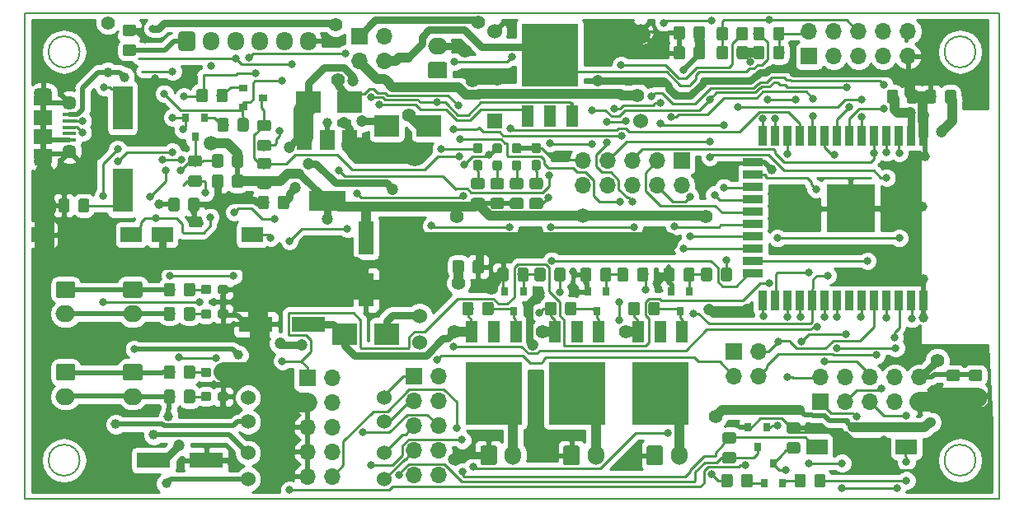
<source format=gbr>
%TF.GenerationSoftware,KiCad,Pcbnew,5.0.0-fee4fd1~66~ubuntu16.04.1*%
%TF.CreationDate,2020-03-09T22:27:40+01:00*%
%TF.ProjectId,robotond2020_ch340,726F626F746F6E64323032305F636833,rev?*%
%TF.SameCoordinates,Original*%
%TF.FileFunction,Copper,L1,Top,Signal*%
%TF.FilePolarity,Positive*%
%FSLAX46Y46*%
G04 Gerber Fmt 4.6, Leading zero omitted, Abs format (unit mm)*
G04 Created by KiCad (PCBNEW 5.0.0-fee4fd1~66~ubuntu16.04.1) date Mon Mar  9 22:27:40 2020*
%MOMM*%
%LPD*%
G01*
G04 APERTURE LIST*
%ADD10C,0.200000*%
%ADD11C,0.150000*%
%ADD12O,2.000000X1.700000*%
%ADD13C,1.700000*%
%ADD14R,1.600000X3.500000*%
%ADD15R,3.500000X1.600000*%
%ADD16C,1.150000*%
%ADD17C,0.950000*%
%ADD18R,2.500000X2.300000*%
%ADD19R,0.800000X0.900000*%
%ADD20O,1.700000X1.950000*%
%ADD21O,1.700000X1.700000*%
%ADD22R,1.700000X1.700000*%
%ADD23R,0.240000X0.300000*%
%ADD24O,1.900000X1.100000*%
%ADD25R,1.900000X1.500000*%
%ADD26R,1.350000X0.400000*%
%ADD27C,1.450000*%
%ADD28R,1.900000X1.000000*%
%ADD29O,1.700000X2.000000*%
%ADD30R,1.524000X1.524000*%
%ADD31C,1.524000*%
%ADD32R,0.900000X0.800000*%
%ADD33R,5.800000X6.400000*%
%ADD34R,1.200000X2.200000*%
%ADD35R,2.180000X1.600000*%
%ADD36R,5.000000X5.000000*%
%ADD37R,0.900000X2.000000*%
%ADD38R,2.000000X0.900000*%
%ADD39R,3.800000X2.000000*%
%ADD40R,1.500000X2.000000*%
%ADD41R,2.000000X4.500000*%
%ADD42C,1.000000*%
%ADD43C,1.200000*%
%ADD44C,0.800000*%
%ADD45C,2.500000*%
%ADD46C,1.400000*%
%ADD47C,1.500000*%
%ADD48C,0.250000*%
%ADD49C,0.500000*%
%ADD50C,2.000000*%
%ADD51C,1.000000*%
%ADD52C,0.800000*%
%ADD53C,0.400000*%
%ADD54C,0.254000*%
G04 APERTURE END LIST*
D10*
X197600000Y-96000000D02*
G75*
G03X197600000Y-96000000I-1600000J0D01*
G01*
X105600000Y-96000000D02*
G75*
G03X105600000Y-96000000I-1600000J0D01*
G01*
X105600000Y-54000000D02*
G75*
G03X105600000Y-54000000I-1600000J0D01*
G01*
X197600000Y-54000000D02*
G75*
G03X197600000Y-54000000I-1600000J0D01*
G01*
D11*
X100000000Y-100000000D02*
X100000000Y-50000000D01*
X200000000Y-100000000D02*
X100000000Y-100000000D01*
X200000000Y-50000000D02*
X200000000Y-100000000D01*
X100000000Y-50000000D02*
X200000000Y-50000000D01*
D12*
X142350000Y-53400000D03*
D11*
G36*
X143124504Y-55051204D02*
X143148773Y-55054804D01*
X143172571Y-55060765D01*
X143195671Y-55069030D01*
X143217849Y-55079520D01*
X143238893Y-55092133D01*
X143258598Y-55106747D01*
X143276777Y-55123223D01*
X143293253Y-55141402D01*
X143307867Y-55161107D01*
X143320480Y-55182151D01*
X143330970Y-55204329D01*
X143339235Y-55227429D01*
X143345196Y-55251227D01*
X143348796Y-55275496D01*
X143350000Y-55300000D01*
X143350000Y-56500000D01*
X143348796Y-56524504D01*
X143345196Y-56548773D01*
X143339235Y-56572571D01*
X143330970Y-56595671D01*
X143320480Y-56617849D01*
X143307867Y-56638893D01*
X143293253Y-56658598D01*
X143276777Y-56676777D01*
X143258598Y-56693253D01*
X143238893Y-56707867D01*
X143217849Y-56720480D01*
X143195671Y-56730970D01*
X143172571Y-56739235D01*
X143148773Y-56745196D01*
X143124504Y-56748796D01*
X143100000Y-56750000D01*
X141600000Y-56750000D01*
X141575496Y-56748796D01*
X141551227Y-56745196D01*
X141527429Y-56739235D01*
X141504329Y-56730970D01*
X141482151Y-56720480D01*
X141461107Y-56707867D01*
X141441402Y-56693253D01*
X141423223Y-56676777D01*
X141406747Y-56658598D01*
X141392133Y-56638893D01*
X141379520Y-56617849D01*
X141369030Y-56595671D01*
X141360765Y-56572571D01*
X141354804Y-56548773D01*
X141351204Y-56524504D01*
X141350000Y-56500000D01*
X141350000Y-55300000D01*
X141351204Y-55275496D01*
X141354804Y-55251227D01*
X141360765Y-55227429D01*
X141369030Y-55204329D01*
X141379520Y-55182151D01*
X141392133Y-55161107D01*
X141406747Y-55141402D01*
X141423223Y-55123223D01*
X141441402Y-55106747D01*
X141461107Y-55092133D01*
X141482151Y-55079520D01*
X141504329Y-55069030D01*
X141527429Y-55060765D01*
X141551227Y-55054804D01*
X141575496Y-55051204D01*
X141600000Y-55050000D01*
X143100000Y-55050000D01*
X143124504Y-55051204D01*
X143124504Y-55051204D01*
G37*
D13*
X142350000Y-55900000D03*
D14*
X135000000Y-78500000D03*
X135000000Y-73100000D03*
D15*
X113200000Y-96000000D03*
X118600000Y-96000000D03*
X129100000Y-82000000D03*
X123700000Y-82000000D03*
D11*
G36*
X111174505Y-53251204D02*
X111198773Y-53254804D01*
X111222572Y-53260765D01*
X111245671Y-53269030D01*
X111267850Y-53279520D01*
X111288893Y-53292132D01*
X111308599Y-53306747D01*
X111326777Y-53323223D01*
X111343253Y-53341401D01*
X111357868Y-53361107D01*
X111370480Y-53382150D01*
X111380970Y-53404329D01*
X111389235Y-53427428D01*
X111395196Y-53451227D01*
X111398796Y-53475495D01*
X111400000Y-53499999D01*
X111400000Y-54150001D01*
X111398796Y-54174505D01*
X111395196Y-54198773D01*
X111389235Y-54222572D01*
X111380970Y-54245671D01*
X111370480Y-54267850D01*
X111357868Y-54288893D01*
X111343253Y-54308599D01*
X111326777Y-54326777D01*
X111308599Y-54343253D01*
X111288893Y-54357868D01*
X111267850Y-54370480D01*
X111245671Y-54380970D01*
X111222572Y-54389235D01*
X111198773Y-54395196D01*
X111174505Y-54398796D01*
X111150001Y-54400000D01*
X110249999Y-54400000D01*
X110225495Y-54398796D01*
X110201227Y-54395196D01*
X110177428Y-54389235D01*
X110154329Y-54380970D01*
X110132150Y-54370480D01*
X110111107Y-54357868D01*
X110091401Y-54343253D01*
X110073223Y-54326777D01*
X110056747Y-54308599D01*
X110042132Y-54288893D01*
X110029520Y-54267850D01*
X110019030Y-54245671D01*
X110010765Y-54222572D01*
X110004804Y-54198773D01*
X110001204Y-54174505D01*
X110000000Y-54150001D01*
X110000000Y-53499999D01*
X110001204Y-53475495D01*
X110004804Y-53451227D01*
X110010765Y-53427428D01*
X110019030Y-53404329D01*
X110029520Y-53382150D01*
X110042132Y-53361107D01*
X110056747Y-53341401D01*
X110073223Y-53323223D01*
X110091401Y-53306747D01*
X110111107Y-53292132D01*
X110132150Y-53279520D01*
X110154329Y-53269030D01*
X110177428Y-53260765D01*
X110201227Y-53254804D01*
X110225495Y-53251204D01*
X110249999Y-53250000D01*
X111150001Y-53250000D01*
X111174505Y-53251204D01*
X111174505Y-53251204D01*
G37*
D16*
X110700000Y-53825000D03*
D11*
G36*
X111174505Y-51201204D02*
X111198773Y-51204804D01*
X111222572Y-51210765D01*
X111245671Y-51219030D01*
X111267850Y-51229520D01*
X111288893Y-51242132D01*
X111308599Y-51256747D01*
X111326777Y-51273223D01*
X111343253Y-51291401D01*
X111357868Y-51311107D01*
X111370480Y-51332150D01*
X111380970Y-51354329D01*
X111389235Y-51377428D01*
X111395196Y-51401227D01*
X111398796Y-51425495D01*
X111400000Y-51449999D01*
X111400000Y-52100001D01*
X111398796Y-52124505D01*
X111395196Y-52148773D01*
X111389235Y-52172572D01*
X111380970Y-52195671D01*
X111370480Y-52217850D01*
X111357868Y-52238893D01*
X111343253Y-52258599D01*
X111326777Y-52276777D01*
X111308599Y-52293253D01*
X111288893Y-52307868D01*
X111267850Y-52320480D01*
X111245671Y-52330970D01*
X111222572Y-52339235D01*
X111198773Y-52345196D01*
X111174505Y-52348796D01*
X111150001Y-52350000D01*
X110249999Y-52350000D01*
X110225495Y-52348796D01*
X110201227Y-52345196D01*
X110177428Y-52339235D01*
X110154329Y-52330970D01*
X110132150Y-52320480D01*
X110111107Y-52307868D01*
X110091401Y-52293253D01*
X110073223Y-52276777D01*
X110056747Y-52258599D01*
X110042132Y-52238893D01*
X110029520Y-52217850D01*
X110019030Y-52195671D01*
X110010765Y-52172572D01*
X110004804Y-52148773D01*
X110001204Y-52124505D01*
X110000000Y-52100001D01*
X110000000Y-51449999D01*
X110001204Y-51425495D01*
X110004804Y-51401227D01*
X110010765Y-51377428D01*
X110019030Y-51354329D01*
X110029520Y-51332150D01*
X110042132Y-51311107D01*
X110056747Y-51291401D01*
X110073223Y-51273223D01*
X110091401Y-51256747D01*
X110111107Y-51242132D01*
X110132150Y-51229520D01*
X110154329Y-51219030D01*
X110177428Y-51210765D01*
X110201227Y-51204804D01*
X110225495Y-51201204D01*
X110249999Y-51200000D01*
X111150001Y-51200000D01*
X111174505Y-51201204D01*
X111174505Y-51201204D01*
G37*
D16*
X110700000Y-51775000D03*
D11*
G36*
X120124505Y-66601204D02*
X120148773Y-66604804D01*
X120172572Y-66610765D01*
X120195671Y-66619030D01*
X120217850Y-66629520D01*
X120238893Y-66642132D01*
X120258599Y-66656747D01*
X120276777Y-66673223D01*
X120293253Y-66691401D01*
X120307868Y-66711107D01*
X120320480Y-66732150D01*
X120330970Y-66754329D01*
X120339235Y-66777428D01*
X120345196Y-66801227D01*
X120348796Y-66825495D01*
X120350000Y-66849999D01*
X120350000Y-67750001D01*
X120348796Y-67774505D01*
X120345196Y-67798773D01*
X120339235Y-67822572D01*
X120330970Y-67845671D01*
X120320480Y-67867850D01*
X120307868Y-67888893D01*
X120293253Y-67908599D01*
X120276777Y-67926777D01*
X120258599Y-67943253D01*
X120238893Y-67957868D01*
X120217850Y-67970480D01*
X120195671Y-67980970D01*
X120172572Y-67989235D01*
X120148773Y-67995196D01*
X120124505Y-67998796D01*
X120100001Y-68000000D01*
X119449999Y-68000000D01*
X119425495Y-67998796D01*
X119401227Y-67995196D01*
X119377428Y-67989235D01*
X119354329Y-67980970D01*
X119332150Y-67970480D01*
X119311107Y-67957868D01*
X119291401Y-67943253D01*
X119273223Y-67926777D01*
X119256747Y-67908599D01*
X119242132Y-67888893D01*
X119229520Y-67867850D01*
X119219030Y-67845671D01*
X119210765Y-67822572D01*
X119204804Y-67798773D01*
X119201204Y-67774505D01*
X119200000Y-67750001D01*
X119200000Y-66849999D01*
X119201204Y-66825495D01*
X119204804Y-66801227D01*
X119210765Y-66777428D01*
X119219030Y-66754329D01*
X119229520Y-66732150D01*
X119242132Y-66711107D01*
X119256747Y-66691401D01*
X119273223Y-66673223D01*
X119291401Y-66656747D01*
X119311107Y-66642132D01*
X119332150Y-66629520D01*
X119354329Y-66619030D01*
X119377428Y-66610765D01*
X119401227Y-66604804D01*
X119425495Y-66601204D01*
X119449999Y-66600000D01*
X120100001Y-66600000D01*
X120124505Y-66601204D01*
X120124505Y-66601204D01*
G37*
D16*
X119775000Y-67300000D03*
D11*
G36*
X122174505Y-66601204D02*
X122198773Y-66604804D01*
X122222572Y-66610765D01*
X122245671Y-66619030D01*
X122267850Y-66629520D01*
X122288893Y-66642132D01*
X122308599Y-66656747D01*
X122326777Y-66673223D01*
X122343253Y-66691401D01*
X122357868Y-66711107D01*
X122370480Y-66732150D01*
X122380970Y-66754329D01*
X122389235Y-66777428D01*
X122395196Y-66801227D01*
X122398796Y-66825495D01*
X122400000Y-66849999D01*
X122400000Y-67750001D01*
X122398796Y-67774505D01*
X122395196Y-67798773D01*
X122389235Y-67822572D01*
X122380970Y-67845671D01*
X122370480Y-67867850D01*
X122357868Y-67888893D01*
X122343253Y-67908599D01*
X122326777Y-67926777D01*
X122308599Y-67943253D01*
X122288893Y-67957868D01*
X122267850Y-67970480D01*
X122245671Y-67980970D01*
X122222572Y-67989235D01*
X122198773Y-67995196D01*
X122174505Y-67998796D01*
X122150001Y-68000000D01*
X121499999Y-68000000D01*
X121475495Y-67998796D01*
X121451227Y-67995196D01*
X121427428Y-67989235D01*
X121404329Y-67980970D01*
X121382150Y-67970480D01*
X121361107Y-67957868D01*
X121341401Y-67943253D01*
X121323223Y-67926777D01*
X121306747Y-67908599D01*
X121292132Y-67888893D01*
X121279520Y-67867850D01*
X121269030Y-67845671D01*
X121260765Y-67822572D01*
X121254804Y-67798773D01*
X121251204Y-67774505D01*
X121250000Y-67750001D01*
X121250000Y-66849999D01*
X121251204Y-66825495D01*
X121254804Y-66801227D01*
X121260765Y-66777428D01*
X121269030Y-66754329D01*
X121279520Y-66732150D01*
X121292132Y-66711107D01*
X121306747Y-66691401D01*
X121323223Y-66673223D01*
X121341401Y-66656747D01*
X121361107Y-66642132D01*
X121382150Y-66629520D01*
X121404329Y-66619030D01*
X121427428Y-66610765D01*
X121451227Y-66604804D01*
X121475495Y-66601204D01*
X121499999Y-66600000D01*
X122150001Y-66600000D01*
X122174505Y-66601204D01*
X122174505Y-66601204D01*
G37*
D16*
X121825000Y-67300000D03*
D11*
G36*
X144824505Y-75401204D02*
X144848773Y-75404804D01*
X144872572Y-75410765D01*
X144895671Y-75419030D01*
X144917850Y-75429520D01*
X144938893Y-75442132D01*
X144958599Y-75456747D01*
X144976777Y-75473223D01*
X144993253Y-75491401D01*
X145007868Y-75511107D01*
X145020480Y-75532150D01*
X145030970Y-75554329D01*
X145039235Y-75577428D01*
X145045196Y-75601227D01*
X145048796Y-75625495D01*
X145050000Y-75649999D01*
X145050000Y-76550001D01*
X145048796Y-76574505D01*
X145045196Y-76598773D01*
X145039235Y-76622572D01*
X145030970Y-76645671D01*
X145020480Y-76667850D01*
X145007868Y-76688893D01*
X144993253Y-76708599D01*
X144976777Y-76726777D01*
X144958599Y-76743253D01*
X144938893Y-76757868D01*
X144917850Y-76770480D01*
X144895671Y-76780970D01*
X144872572Y-76789235D01*
X144848773Y-76795196D01*
X144824505Y-76798796D01*
X144800001Y-76800000D01*
X144149999Y-76800000D01*
X144125495Y-76798796D01*
X144101227Y-76795196D01*
X144077428Y-76789235D01*
X144054329Y-76780970D01*
X144032150Y-76770480D01*
X144011107Y-76757868D01*
X143991401Y-76743253D01*
X143973223Y-76726777D01*
X143956747Y-76708599D01*
X143942132Y-76688893D01*
X143929520Y-76667850D01*
X143919030Y-76645671D01*
X143910765Y-76622572D01*
X143904804Y-76598773D01*
X143901204Y-76574505D01*
X143900000Y-76550001D01*
X143900000Y-75649999D01*
X143901204Y-75625495D01*
X143904804Y-75601227D01*
X143910765Y-75577428D01*
X143919030Y-75554329D01*
X143929520Y-75532150D01*
X143942132Y-75511107D01*
X143956747Y-75491401D01*
X143973223Y-75473223D01*
X143991401Y-75456747D01*
X144011107Y-75442132D01*
X144032150Y-75429520D01*
X144054329Y-75419030D01*
X144077428Y-75410765D01*
X144101227Y-75404804D01*
X144125495Y-75401204D01*
X144149999Y-75400000D01*
X144800001Y-75400000D01*
X144824505Y-75401204D01*
X144824505Y-75401204D01*
G37*
D16*
X144475000Y-76100000D03*
D11*
G36*
X146874505Y-75401204D02*
X146898773Y-75404804D01*
X146922572Y-75410765D01*
X146945671Y-75419030D01*
X146967850Y-75429520D01*
X146988893Y-75442132D01*
X147008599Y-75456747D01*
X147026777Y-75473223D01*
X147043253Y-75491401D01*
X147057868Y-75511107D01*
X147070480Y-75532150D01*
X147080970Y-75554329D01*
X147089235Y-75577428D01*
X147095196Y-75601227D01*
X147098796Y-75625495D01*
X147100000Y-75649999D01*
X147100000Y-76550001D01*
X147098796Y-76574505D01*
X147095196Y-76598773D01*
X147089235Y-76622572D01*
X147080970Y-76645671D01*
X147070480Y-76667850D01*
X147057868Y-76688893D01*
X147043253Y-76708599D01*
X147026777Y-76726777D01*
X147008599Y-76743253D01*
X146988893Y-76757868D01*
X146967850Y-76770480D01*
X146945671Y-76780970D01*
X146922572Y-76789235D01*
X146898773Y-76795196D01*
X146874505Y-76798796D01*
X146850001Y-76800000D01*
X146199999Y-76800000D01*
X146175495Y-76798796D01*
X146151227Y-76795196D01*
X146127428Y-76789235D01*
X146104329Y-76780970D01*
X146082150Y-76770480D01*
X146061107Y-76757868D01*
X146041401Y-76743253D01*
X146023223Y-76726777D01*
X146006747Y-76708599D01*
X145992132Y-76688893D01*
X145979520Y-76667850D01*
X145969030Y-76645671D01*
X145960765Y-76622572D01*
X145954804Y-76598773D01*
X145951204Y-76574505D01*
X145950000Y-76550001D01*
X145950000Y-75649999D01*
X145951204Y-75625495D01*
X145954804Y-75601227D01*
X145960765Y-75577428D01*
X145969030Y-75554329D01*
X145979520Y-75532150D01*
X145992132Y-75511107D01*
X146006747Y-75491401D01*
X146023223Y-75473223D01*
X146041401Y-75456747D01*
X146061107Y-75442132D01*
X146082150Y-75429520D01*
X146104329Y-75419030D01*
X146127428Y-75410765D01*
X146151227Y-75404804D01*
X146175495Y-75401204D01*
X146199999Y-75400000D01*
X146850001Y-75400000D01*
X146874505Y-75401204D01*
X146874505Y-75401204D01*
G37*
D16*
X146525000Y-76100000D03*
D11*
G36*
X189424505Y-57901204D02*
X189448773Y-57904804D01*
X189472572Y-57910765D01*
X189495671Y-57919030D01*
X189517850Y-57929520D01*
X189538893Y-57942132D01*
X189558599Y-57956747D01*
X189576777Y-57973223D01*
X189593253Y-57991401D01*
X189607868Y-58011107D01*
X189620480Y-58032150D01*
X189630970Y-58054329D01*
X189639235Y-58077428D01*
X189645196Y-58101227D01*
X189648796Y-58125495D01*
X189650000Y-58149999D01*
X189650000Y-59050001D01*
X189648796Y-59074505D01*
X189645196Y-59098773D01*
X189639235Y-59122572D01*
X189630970Y-59145671D01*
X189620480Y-59167850D01*
X189607868Y-59188893D01*
X189593253Y-59208599D01*
X189576777Y-59226777D01*
X189558599Y-59243253D01*
X189538893Y-59257868D01*
X189517850Y-59270480D01*
X189495671Y-59280970D01*
X189472572Y-59289235D01*
X189448773Y-59295196D01*
X189424505Y-59298796D01*
X189400001Y-59300000D01*
X188749999Y-59300000D01*
X188725495Y-59298796D01*
X188701227Y-59295196D01*
X188677428Y-59289235D01*
X188654329Y-59280970D01*
X188632150Y-59270480D01*
X188611107Y-59257868D01*
X188591401Y-59243253D01*
X188573223Y-59226777D01*
X188556747Y-59208599D01*
X188542132Y-59188893D01*
X188529520Y-59167850D01*
X188519030Y-59145671D01*
X188510765Y-59122572D01*
X188504804Y-59098773D01*
X188501204Y-59074505D01*
X188500000Y-59050001D01*
X188500000Y-58149999D01*
X188501204Y-58125495D01*
X188504804Y-58101227D01*
X188510765Y-58077428D01*
X188519030Y-58054329D01*
X188529520Y-58032150D01*
X188542132Y-58011107D01*
X188556747Y-57991401D01*
X188573223Y-57973223D01*
X188591401Y-57956747D01*
X188611107Y-57942132D01*
X188632150Y-57929520D01*
X188654329Y-57919030D01*
X188677428Y-57910765D01*
X188701227Y-57904804D01*
X188725495Y-57901204D01*
X188749999Y-57900000D01*
X189400001Y-57900000D01*
X189424505Y-57901204D01*
X189424505Y-57901204D01*
G37*
D16*
X189075000Y-58600000D03*
D11*
G36*
X191474505Y-57901204D02*
X191498773Y-57904804D01*
X191522572Y-57910765D01*
X191545671Y-57919030D01*
X191567850Y-57929520D01*
X191588893Y-57942132D01*
X191608599Y-57956747D01*
X191626777Y-57973223D01*
X191643253Y-57991401D01*
X191657868Y-58011107D01*
X191670480Y-58032150D01*
X191680970Y-58054329D01*
X191689235Y-58077428D01*
X191695196Y-58101227D01*
X191698796Y-58125495D01*
X191700000Y-58149999D01*
X191700000Y-59050001D01*
X191698796Y-59074505D01*
X191695196Y-59098773D01*
X191689235Y-59122572D01*
X191680970Y-59145671D01*
X191670480Y-59167850D01*
X191657868Y-59188893D01*
X191643253Y-59208599D01*
X191626777Y-59226777D01*
X191608599Y-59243253D01*
X191588893Y-59257868D01*
X191567850Y-59270480D01*
X191545671Y-59280970D01*
X191522572Y-59289235D01*
X191498773Y-59295196D01*
X191474505Y-59298796D01*
X191450001Y-59300000D01*
X190799999Y-59300000D01*
X190775495Y-59298796D01*
X190751227Y-59295196D01*
X190727428Y-59289235D01*
X190704329Y-59280970D01*
X190682150Y-59270480D01*
X190661107Y-59257868D01*
X190641401Y-59243253D01*
X190623223Y-59226777D01*
X190606747Y-59208599D01*
X190592132Y-59188893D01*
X190579520Y-59167850D01*
X190569030Y-59145671D01*
X190560765Y-59122572D01*
X190554804Y-59098773D01*
X190551204Y-59074505D01*
X190550000Y-59050001D01*
X190550000Y-58149999D01*
X190551204Y-58125495D01*
X190554804Y-58101227D01*
X190560765Y-58077428D01*
X190569030Y-58054329D01*
X190579520Y-58032150D01*
X190592132Y-58011107D01*
X190606747Y-57991401D01*
X190623223Y-57973223D01*
X190641401Y-57956747D01*
X190661107Y-57942132D01*
X190682150Y-57929520D01*
X190704329Y-57919030D01*
X190727428Y-57910765D01*
X190751227Y-57904804D01*
X190775495Y-57901204D01*
X190799999Y-57900000D01*
X191450001Y-57900000D01*
X191474505Y-57901204D01*
X191474505Y-57901204D01*
G37*
D16*
X191125000Y-58600000D03*
D11*
G36*
X198074505Y-88751204D02*
X198098773Y-88754804D01*
X198122572Y-88760765D01*
X198145671Y-88769030D01*
X198167850Y-88779520D01*
X198188893Y-88792132D01*
X198208599Y-88806747D01*
X198226777Y-88823223D01*
X198243253Y-88841401D01*
X198257868Y-88861107D01*
X198270480Y-88882150D01*
X198280970Y-88904329D01*
X198289235Y-88927428D01*
X198295196Y-88951227D01*
X198298796Y-88975495D01*
X198300000Y-88999999D01*
X198300000Y-89650001D01*
X198298796Y-89674505D01*
X198295196Y-89698773D01*
X198289235Y-89722572D01*
X198280970Y-89745671D01*
X198270480Y-89767850D01*
X198257868Y-89788893D01*
X198243253Y-89808599D01*
X198226777Y-89826777D01*
X198208599Y-89843253D01*
X198188893Y-89857868D01*
X198167850Y-89870480D01*
X198145671Y-89880970D01*
X198122572Y-89889235D01*
X198098773Y-89895196D01*
X198074505Y-89898796D01*
X198050001Y-89900000D01*
X197149999Y-89900000D01*
X197125495Y-89898796D01*
X197101227Y-89895196D01*
X197077428Y-89889235D01*
X197054329Y-89880970D01*
X197032150Y-89870480D01*
X197011107Y-89857868D01*
X196991401Y-89843253D01*
X196973223Y-89826777D01*
X196956747Y-89808599D01*
X196942132Y-89788893D01*
X196929520Y-89767850D01*
X196919030Y-89745671D01*
X196910765Y-89722572D01*
X196904804Y-89698773D01*
X196901204Y-89674505D01*
X196900000Y-89650001D01*
X196900000Y-88999999D01*
X196901204Y-88975495D01*
X196904804Y-88951227D01*
X196910765Y-88927428D01*
X196919030Y-88904329D01*
X196929520Y-88882150D01*
X196942132Y-88861107D01*
X196956747Y-88841401D01*
X196973223Y-88823223D01*
X196991401Y-88806747D01*
X197011107Y-88792132D01*
X197032150Y-88779520D01*
X197054329Y-88769030D01*
X197077428Y-88760765D01*
X197101227Y-88754804D01*
X197125495Y-88751204D01*
X197149999Y-88750000D01*
X198050001Y-88750000D01*
X198074505Y-88751204D01*
X198074505Y-88751204D01*
G37*
D16*
X197600000Y-89325000D03*
D11*
G36*
X198074505Y-86701204D02*
X198098773Y-86704804D01*
X198122572Y-86710765D01*
X198145671Y-86719030D01*
X198167850Y-86729520D01*
X198188893Y-86742132D01*
X198208599Y-86756747D01*
X198226777Y-86773223D01*
X198243253Y-86791401D01*
X198257868Y-86811107D01*
X198270480Y-86832150D01*
X198280970Y-86854329D01*
X198289235Y-86877428D01*
X198295196Y-86901227D01*
X198298796Y-86925495D01*
X198300000Y-86949999D01*
X198300000Y-87600001D01*
X198298796Y-87624505D01*
X198295196Y-87648773D01*
X198289235Y-87672572D01*
X198280970Y-87695671D01*
X198270480Y-87717850D01*
X198257868Y-87738893D01*
X198243253Y-87758599D01*
X198226777Y-87776777D01*
X198208599Y-87793253D01*
X198188893Y-87807868D01*
X198167850Y-87820480D01*
X198145671Y-87830970D01*
X198122572Y-87839235D01*
X198098773Y-87845196D01*
X198074505Y-87848796D01*
X198050001Y-87850000D01*
X197149999Y-87850000D01*
X197125495Y-87848796D01*
X197101227Y-87845196D01*
X197077428Y-87839235D01*
X197054329Y-87830970D01*
X197032150Y-87820480D01*
X197011107Y-87807868D01*
X196991401Y-87793253D01*
X196973223Y-87776777D01*
X196956747Y-87758599D01*
X196942132Y-87738893D01*
X196929520Y-87717850D01*
X196919030Y-87695671D01*
X196910765Y-87672572D01*
X196904804Y-87648773D01*
X196901204Y-87624505D01*
X196900000Y-87600001D01*
X196900000Y-86949999D01*
X196901204Y-86925495D01*
X196904804Y-86901227D01*
X196910765Y-86877428D01*
X196919030Y-86854329D01*
X196929520Y-86832150D01*
X196942132Y-86811107D01*
X196956747Y-86791401D01*
X196973223Y-86773223D01*
X196991401Y-86756747D01*
X197011107Y-86742132D01*
X197032150Y-86729520D01*
X197054329Y-86719030D01*
X197077428Y-86710765D01*
X197101227Y-86704804D01*
X197125495Y-86701204D01*
X197149999Y-86700000D01*
X198050001Y-86700000D01*
X198074505Y-86701204D01*
X198074505Y-86701204D01*
G37*
D16*
X197600000Y-87275000D03*
D11*
G36*
X195374505Y-57901204D02*
X195398773Y-57904804D01*
X195422572Y-57910765D01*
X195445671Y-57919030D01*
X195467850Y-57929520D01*
X195488893Y-57942132D01*
X195508599Y-57956747D01*
X195526777Y-57973223D01*
X195543253Y-57991401D01*
X195557868Y-58011107D01*
X195570480Y-58032150D01*
X195580970Y-58054329D01*
X195589235Y-58077428D01*
X195595196Y-58101227D01*
X195598796Y-58125495D01*
X195600000Y-58149999D01*
X195600000Y-59050001D01*
X195598796Y-59074505D01*
X195595196Y-59098773D01*
X195589235Y-59122572D01*
X195580970Y-59145671D01*
X195570480Y-59167850D01*
X195557868Y-59188893D01*
X195543253Y-59208599D01*
X195526777Y-59226777D01*
X195508599Y-59243253D01*
X195488893Y-59257868D01*
X195467850Y-59270480D01*
X195445671Y-59280970D01*
X195422572Y-59289235D01*
X195398773Y-59295196D01*
X195374505Y-59298796D01*
X195350001Y-59300000D01*
X194699999Y-59300000D01*
X194675495Y-59298796D01*
X194651227Y-59295196D01*
X194627428Y-59289235D01*
X194604329Y-59280970D01*
X194582150Y-59270480D01*
X194561107Y-59257868D01*
X194541401Y-59243253D01*
X194523223Y-59226777D01*
X194506747Y-59208599D01*
X194492132Y-59188893D01*
X194479520Y-59167850D01*
X194469030Y-59145671D01*
X194460765Y-59122572D01*
X194454804Y-59098773D01*
X194451204Y-59074505D01*
X194450000Y-59050001D01*
X194450000Y-58149999D01*
X194451204Y-58125495D01*
X194454804Y-58101227D01*
X194460765Y-58077428D01*
X194469030Y-58054329D01*
X194479520Y-58032150D01*
X194492132Y-58011107D01*
X194506747Y-57991401D01*
X194523223Y-57973223D01*
X194541401Y-57956747D01*
X194561107Y-57942132D01*
X194582150Y-57929520D01*
X194604329Y-57919030D01*
X194627428Y-57910765D01*
X194651227Y-57904804D01*
X194675495Y-57901204D01*
X194699999Y-57900000D01*
X195350001Y-57900000D01*
X195374505Y-57901204D01*
X195374505Y-57901204D01*
G37*
D16*
X195025000Y-58600000D03*
D11*
G36*
X193324505Y-57901204D02*
X193348773Y-57904804D01*
X193372572Y-57910765D01*
X193395671Y-57919030D01*
X193417850Y-57929520D01*
X193438893Y-57942132D01*
X193458599Y-57956747D01*
X193476777Y-57973223D01*
X193493253Y-57991401D01*
X193507868Y-58011107D01*
X193520480Y-58032150D01*
X193530970Y-58054329D01*
X193539235Y-58077428D01*
X193545196Y-58101227D01*
X193548796Y-58125495D01*
X193550000Y-58149999D01*
X193550000Y-59050001D01*
X193548796Y-59074505D01*
X193545196Y-59098773D01*
X193539235Y-59122572D01*
X193530970Y-59145671D01*
X193520480Y-59167850D01*
X193507868Y-59188893D01*
X193493253Y-59208599D01*
X193476777Y-59226777D01*
X193458599Y-59243253D01*
X193438893Y-59257868D01*
X193417850Y-59270480D01*
X193395671Y-59280970D01*
X193372572Y-59289235D01*
X193348773Y-59295196D01*
X193324505Y-59298796D01*
X193300001Y-59300000D01*
X192649999Y-59300000D01*
X192625495Y-59298796D01*
X192601227Y-59295196D01*
X192577428Y-59289235D01*
X192554329Y-59280970D01*
X192532150Y-59270480D01*
X192511107Y-59257868D01*
X192491401Y-59243253D01*
X192473223Y-59226777D01*
X192456747Y-59208599D01*
X192442132Y-59188893D01*
X192429520Y-59167850D01*
X192419030Y-59145671D01*
X192410765Y-59122572D01*
X192404804Y-59098773D01*
X192401204Y-59074505D01*
X192400000Y-59050001D01*
X192400000Y-58149999D01*
X192401204Y-58125495D01*
X192404804Y-58101227D01*
X192410765Y-58077428D01*
X192419030Y-58054329D01*
X192429520Y-58032150D01*
X192442132Y-58011107D01*
X192456747Y-57991401D01*
X192473223Y-57973223D01*
X192491401Y-57956747D01*
X192511107Y-57942132D01*
X192532150Y-57929520D01*
X192554329Y-57919030D01*
X192577428Y-57910765D01*
X192601227Y-57904804D01*
X192625495Y-57901204D01*
X192649999Y-57900000D01*
X193300001Y-57900000D01*
X193324505Y-57901204D01*
X193324505Y-57901204D01*
G37*
D16*
X192975000Y-58600000D03*
D11*
G36*
X167524505Y-51351204D02*
X167548773Y-51354804D01*
X167572572Y-51360765D01*
X167595671Y-51369030D01*
X167617850Y-51379520D01*
X167638893Y-51392132D01*
X167658599Y-51406747D01*
X167676777Y-51423223D01*
X167693253Y-51441401D01*
X167707868Y-51461107D01*
X167720480Y-51482150D01*
X167730970Y-51504329D01*
X167739235Y-51527428D01*
X167745196Y-51551227D01*
X167748796Y-51575495D01*
X167750000Y-51599999D01*
X167750000Y-52500001D01*
X167748796Y-52524505D01*
X167745196Y-52548773D01*
X167739235Y-52572572D01*
X167730970Y-52595671D01*
X167720480Y-52617850D01*
X167707868Y-52638893D01*
X167693253Y-52658599D01*
X167676777Y-52676777D01*
X167658599Y-52693253D01*
X167638893Y-52707868D01*
X167617850Y-52720480D01*
X167595671Y-52730970D01*
X167572572Y-52739235D01*
X167548773Y-52745196D01*
X167524505Y-52748796D01*
X167500001Y-52750000D01*
X166849999Y-52750000D01*
X166825495Y-52748796D01*
X166801227Y-52745196D01*
X166777428Y-52739235D01*
X166754329Y-52730970D01*
X166732150Y-52720480D01*
X166711107Y-52707868D01*
X166691401Y-52693253D01*
X166673223Y-52676777D01*
X166656747Y-52658599D01*
X166642132Y-52638893D01*
X166629520Y-52617850D01*
X166619030Y-52595671D01*
X166610765Y-52572572D01*
X166604804Y-52548773D01*
X166601204Y-52524505D01*
X166600000Y-52500001D01*
X166600000Y-51599999D01*
X166601204Y-51575495D01*
X166604804Y-51551227D01*
X166610765Y-51527428D01*
X166619030Y-51504329D01*
X166629520Y-51482150D01*
X166642132Y-51461107D01*
X166656747Y-51441401D01*
X166673223Y-51423223D01*
X166691401Y-51406747D01*
X166711107Y-51392132D01*
X166732150Y-51379520D01*
X166754329Y-51369030D01*
X166777428Y-51360765D01*
X166801227Y-51354804D01*
X166825495Y-51351204D01*
X166849999Y-51350000D01*
X167500001Y-51350000D01*
X167524505Y-51351204D01*
X167524505Y-51351204D01*
G37*
D16*
X167175000Y-52050000D03*
D11*
G36*
X169574505Y-51351204D02*
X169598773Y-51354804D01*
X169622572Y-51360765D01*
X169645671Y-51369030D01*
X169667850Y-51379520D01*
X169688893Y-51392132D01*
X169708599Y-51406747D01*
X169726777Y-51423223D01*
X169743253Y-51441401D01*
X169757868Y-51461107D01*
X169770480Y-51482150D01*
X169780970Y-51504329D01*
X169789235Y-51527428D01*
X169795196Y-51551227D01*
X169798796Y-51575495D01*
X169800000Y-51599999D01*
X169800000Y-52500001D01*
X169798796Y-52524505D01*
X169795196Y-52548773D01*
X169789235Y-52572572D01*
X169780970Y-52595671D01*
X169770480Y-52617850D01*
X169757868Y-52638893D01*
X169743253Y-52658599D01*
X169726777Y-52676777D01*
X169708599Y-52693253D01*
X169688893Y-52707868D01*
X169667850Y-52720480D01*
X169645671Y-52730970D01*
X169622572Y-52739235D01*
X169598773Y-52745196D01*
X169574505Y-52748796D01*
X169550001Y-52750000D01*
X168899999Y-52750000D01*
X168875495Y-52748796D01*
X168851227Y-52745196D01*
X168827428Y-52739235D01*
X168804329Y-52730970D01*
X168782150Y-52720480D01*
X168761107Y-52707868D01*
X168741401Y-52693253D01*
X168723223Y-52676777D01*
X168706747Y-52658599D01*
X168692132Y-52638893D01*
X168679520Y-52617850D01*
X168669030Y-52595671D01*
X168660765Y-52572572D01*
X168654804Y-52548773D01*
X168651204Y-52524505D01*
X168650000Y-52500001D01*
X168650000Y-51599999D01*
X168651204Y-51575495D01*
X168654804Y-51551227D01*
X168660765Y-51527428D01*
X168669030Y-51504329D01*
X168679520Y-51482150D01*
X168692132Y-51461107D01*
X168706747Y-51441401D01*
X168723223Y-51423223D01*
X168741401Y-51406747D01*
X168761107Y-51392132D01*
X168782150Y-51379520D01*
X168804329Y-51369030D01*
X168827428Y-51360765D01*
X168851227Y-51354804D01*
X168875495Y-51351204D01*
X168899999Y-51350000D01*
X169550001Y-51350000D01*
X169574505Y-51351204D01*
X169574505Y-51351204D01*
G37*
D16*
X169225000Y-52050000D03*
D11*
G36*
X169574505Y-53401204D02*
X169598773Y-53404804D01*
X169622572Y-53410765D01*
X169645671Y-53419030D01*
X169667850Y-53429520D01*
X169688893Y-53442132D01*
X169708599Y-53456747D01*
X169726777Y-53473223D01*
X169743253Y-53491401D01*
X169757868Y-53511107D01*
X169770480Y-53532150D01*
X169780970Y-53554329D01*
X169789235Y-53577428D01*
X169795196Y-53601227D01*
X169798796Y-53625495D01*
X169800000Y-53649999D01*
X169800000Y-54550001D01*
X169798796Y-54574505D01*
X169795196Y-54598773D01*
X169789235Y-54622572D01*
X169780970Y-54645671D01*
X169770480Y-54667850D01*
X169757868Y-54688893D01*
X169743253Y-54708599D01*
X169726777Y-54726777D01*
X169708599Y-54743253D01*
X169688893Y-54757868D01*
X169667850Y-54770480D01*
X169645671Y-54780970D01*
X169622572Y-54789235D01*
X169598773Y-54795196D01*
X169574505Y-54798796D01*
X169550001Y-54800000D01*
X168899999Y-54800000D01*
X168875495Y-54798796D01*
X168851227Y-54795196D01*
X168827428Y-54789235D01*
X168804329Y-54780970D01*
X168782150Y-54770480D01*
X168761107Y-54757868D01*
X168741401Y-54743253D01*
X168723223Y-54726777D01*
X168706747Y-54708599D01*
X168692132Y-54688893D01*
X168679520Y-54667850D01*
X168669030Y-54645671D01*
X168660765Y-54622572D01*
X168654804Y-54598773D01*
X168651204Y-54574505D01*
X168650000Y-54550001D01*
X168650000Y-53649999D01*
X168651204Y-53625495D01*
X168654804Y-53601227D01*
X168660765Y-53577428D01*
X168669030Y-53554329D01*
X168679520Y-53532150D01*
X168692132Y-53511107D01*
X168706747Y-53491401D01*
X168723223Y-53473223D01*
X168741401Y-53456747D01*
X168761107Y-53442132D01*
X168782150Y-53429520D01*
X168804329Y-53419030D01*
X168827428Y-53410765D01*
X168851227Y-53404804D01*
X168875495Y-53401204D01*
X168899999Y-53400000D01*
X169550001Y-53400000D01*
X169574505Y-53401204D01*
X169574505Y-53401204D01*
G37*
D16*
X169225000Y-54100000D03*
D11*
G36*
X167524505Y-53401204D02*
X167548773Y-53404804D01*
X167572572Y-53410765D01*
X167595671Y-53419030D01*
X167617850Y-53429520D01*
X167638893Y-53442132D01*
X167658599Y-53456747D01*
X167676777Y-53473223D01*
X167693253Y-53491401D01*
X167707868Y-53511107D01*
X167720480Y-53532150D01*
X167730970Y-53554329D01*
X167739235Y-53577428D01*
X167745196Y-53601227D01*
X167748796Y-53625495D01*
X167750000Y-53649999D01*
X167750000Y-54550001D01*
X167748796Y-54574505D01*
X167745196Y-54598773D01*
X167739235Y-54622572D01*
X167730970Y-54645671D01*
X167720480Y-54667850D01*
X167707868Y-54688893D01*
X167693253Y-54708599D01*
X167676777Y-54726777D01*
X167658599Y-54743253D01*
X167638893Y-54757868D01*
X167617850Y-54770480D01*
X167595671Y-54780970D01*
X167572572Y-54789235D01*
X167548773Y-54795196D01*
X167524505Y-54798796D01*
X167500001Y-54800000D01*
X166849999Y-54800000D01*
X166825495Y-54798796D01*
X166801227Y-54795196D01*
X166777428Y-54789235D01*
X166754329Y-54780970D01*
X166732150Y-54770480D01*
X166711107Y-54757868D01*
X166691401Y-54743253D01*
X166673223Y-54726777D01*
X166656747Y-54708599D01*
X166642132Y-54688893D01*
X166629520Y-54667850D01*
X166619030Y-54645671D01*
X166610765Y-54622572D01*
X166604804Y-54598773D01*
X166601204Y-54574505D01*
X166600000Y-54550001D01*
X166600000Y-53649999D01*
X166601204Y-53625495D01*
X166604804Y-53601227D01*
X166610765Y-53577428D01*
X166619030Y-53554329D01*
X166629520Y-53532150D01*
X166642132Y-53511107D01*
X166656747Y-53491401D01*
X166673223Y-53473223D01*
X166691401Y-53456747D01*
X166711107Y-53442132D01*
X166732150Y-53429520D01*
X166754329Y-53419030D01*
X166777428Y-53410765D01*
X166801227Y-53404804D01*
X166825495Y-53401204D01*
X166849999Y-53400000D01*
X167500001Y-53400000D01*
X167524505Y-53401204D01*
X167524505Y-53401204D01*
G37*
D16*
X167175000Y-54100000D03*
D11*
G36*
X124824505Y-68801204D02*
X124848773Y-68804804D01*
X124872572Y-68810765D01*
X124895671Y-68819030D01*
X124917850Y-68829520D01*
X124938893Y-68842132D01*
X124958599Y-68856747D01*
X124976777Y-68873223D01*
X124993253Y-68891401D01*
X125007868Y-68911107D01*
X125020480Y-68932150D01*
X125030970Y-68954329D01*
X125039235Y-68977428D01*
X125045196Y-69001227D01*
X125048796Y-69025495D01*
X125050000Y-69049999D01*
X125050000Y-69950001D01*
X125048796Y-69974505D01*
X125045196Y-69998773D01*
X125039235Y-70022572D01*
X125030970Y-70045671D01*
X125020480Y-70067850D01*
X125007868Y-70088893D01*
X124993253Y-70108599D01*
X124976777Y-70126777D01*
X124958599Y-70143253D01*
X124938893Y-70157868D01*
X124917850Y-70170480D01*
X124895671Y-70180970D01*
X124872572Y-70189235D01*
X124848773Y-70195196D01*
X124824505Y-70198796D01*
X124800001Y-70200000D01*
X124149999Y-70200000D01*
X124125495Y-70198796D01*
X124101227Y-70195196D01*
X124077428Y-70189235D01*
X124054329Y-70180970D01*
X124032150Y-70170480D01*
X124011107Y-70157868D01*
X123991401Y-70143253D01*
X123973223Y-70126777D01*
X123956747Y-70108599D01*
X123942132Y-70088893D01*
X123929520Y-70067850D01*
X123919030Y-70045671D01*
X123910765Y-70022572D01*
X123904804Y-69998773D01*
X123901204Y-69974505D01*
X123900000Y-69950001D01*
X123900000Y-69049999D01*
X123901204Y-69025495D01*
X123904804Y-69001227D01*
X123910765Y-68977428D01*
X123919030Y-68954329D01*
X123929520Y-68932150D01*
X123942132Y-68911107D01*
X123956747Y-68891401D01*
X123973223Y-68873223D01*
X123991401Y-68856747D01*
X124011107Y-68842132D01*
X124032150Y-68829520D01*
X124054329Y-68819030D01*
X124077428Y-68810765D01*
X124101227Y-68804804D01*
X124125495Y-68801204D01*
X124149999Y-68800000D01*
X124800001Y-68800000D01*
X124824505Y-68801204D01*
X124824505Y-68801204D01*
G37*
D16*
X124475000Y-69500000D03*
D11*
G36*
X126874505Y-68801204D02*
X126898773Y-68804804D01*
X126922572Y-68810765D01*
X126945671Y-68819030D01*
X126967850Y-68829520D01*
X126988893Y-68842132D01*
X127008599Y-68856747D01*
X127026777Y-68873223D01*
X127043253Y-68891401D01*
X127057868Y-68911107D01*
X127070480Y-68932150D01*
X127080970Y-68954329D01*
X127089235Y-68977428D01*
X127095196Y-69001227D01*
X127098796Y-69025495D01*
X127100000Y-69049999D01*
X127100000Y-69950001D01*
X127098796Y-69974505D01*
X127095196Y-69998773D01*
X127089235Y-70022572D01*
X127080970Y-70045671D01*
X127070480Y-70067850D01*
X127057868Y-70088893D01*
X127043253Y-70108599D01*
X127026777Y-70126777D01*
X127008599Y-70143253D01*
X126988893Y-70157868D01*
X126967850Y-70170480D01*
X126945671Y-70180970D01*
X126922572Y-70189235D01*
X126898773Y-70195196D01*
X126874505Y-70198796D01*
X126850001Y-70200000D01*
X126199999Y-70200000D01*
X126175495Y-70198796D01*
X126151227Y-70195196D01*
X126127428Y-70189235D01*
X126104329Y-70180970D01*
X126082150Y-70170480D01*
X126061107Y-70157868D01*
X126041401Y-70143253D01*
X126023223Y-70126777D01*
X126006747Y-70108599D01*
X125992132Y-70088893D01*
X125979520Y-70067850D01*
X125969030Y-70045671D01*
X125960765Y-70022572D01*
X125954804Y-69998773D01*
X125951204Y-69974505D01*
X125950000Y-69950001D01*
X125950000Y-69049999D01*
X125951204Y-69025495D01*
X125954804Y-69001227D01*
X125960765Y-68977428D01*
X125969030Y-68954329D01*
X125979520Y-68932150D01*
X125992132Y-68911107D01*
X126006747Y-68891401D01*
X126023223Y-68873223D01*
X126041401Y-68856747D01*
X126061107Y-68842132D01*
X126082150Y-68829520D01*
X126104329Y-68819030D01*
X126127428Y-68810765D01*
X126151227Y-68804804D01*
X126175495Y-68801204D01*
X126199999Y-68800000D01*
X126850001Y-68800000D01*
X126874505Y-68801204D01*
X126874505Y-68801204D01*
G37*
D16*
X126525000Y-69500000D03*
D11*
G36*
X195774505Y-86701204D02*
X195798773Y-86704804D01*
X195822572Y-86710765D01*
X195845671Y-86719030D01*
X195867850Y-86729520D01*
X195888893Y-86742132D01*
X195908599Y-86756747D01*
X195926777Y-86773223D01*
X195943253Y-86791401D01*
X195957868Y-86811107D01*
X195970480Y-86832150D01*
X195980970Y-86854329D01*
X195989235Y-86877428D01*
X195995196Y-86901227D01*
X195998796Y-86925495D01*
X196000000Y-86949999D01*
X196000000Y-87600001D01*
X195998796Y-87624505D01*
X195995196Y-87648773D01*
X195989235Y-87672572D01*
X195980970Y-87695671D01*
X195970480Y-87717850D01*
X195957868Y-87738893D01*
X195943253Y-87758599D01*
X195926777Y-87776777D01*
X195908599Y-87793253D01*
X195888893Y-87807868D01*
X195867850Y-87820480D01*
X195845671Y-87830970D01*
X195822572Y-87839235D01*
X195798773Y-87845196D01*
X195774505Y-87848796D01*
X195750001Y-87850000D01*
X194849999Y-87850000D01*
X194825495Y-87848796D01*
X194801227Y-87845196D01*
X194777428Y-87839235D01*
X194754329Y-87830970D01*
X194732150Y-87820480D01*
X194711107Y-87807868D01*
X194691401Y-87793253D01*
X194673223Y-87776777D01*
X194656747Y-87758599D01*
X194642132Y-87738893D01*
X194629520Y-87717850D01*
X194619030Y-87695671D01*
X194610765Y-87672572D01*
X194604804Y-87648773D01*
X194601204Y-87624505D01*
X194600000Y-87600001D01*
X194600000Y-86949999D01*
X194601204Y-86925495D01*
X194604804Y-86901227D01*
X194610765Y-86877428D01*
X194619030Y-86854329D01*
X194629520Y-86832150D01*
X194642132Y-86811107D01*
X194656747Y-86791401D01*
X194673223Y-86773223D01*
X194691401Y-86756747D01*
X194711107Y-86742132D01*
X194732150Y-86729520D01*
X194754329Y-86719030D01*
X194777428Y-86710765D01*
X194801227Y-86704804D01*
X194825495Y-86701204D01*
X194849999Y-86700000D01*
X195750001Y-86700000D01*
X195774505Y-86701204D01*
X195774505Y-86701204D01*
G37*
D16*
X195300000Y-87275000D03*
D11*
G36*
X195774505Y-88751204D02*
X195798773Y-88754804D01*
X195822572Y-88760765D01*
X195845671Y-88769030D01*
X195867850Y-88779520D01*
X195888893Y-88792132D01*
X195908599Y-88806747D01*
X195926777Y-88823223D01*
X195943253Y-88841401D01*
X195957868Y-88861107D01*
X195970480Y-88882150D01*
X195980970Y-88904329D01*
X195989235Y-88927428D01*
X195995196Y-88951227D01*
X195998796Y-88975495D01*
X196000000Y-88999999D01*
X196000000Y-89650001D01*
X195998796Y-89674505D01*
X195995196Y-89698773D01*
X195989235Y-89722572D01*
X195980970Y-89745671D01*
X195970480Y-89767850D01*
X195957868Y-89788893D01*
X195943253Y-89808599D01*
X195926777Y-89826777D01*
X195908599Y-89843253D01*
X195888893Y-89857868D01*
X195867850Y-89870480D01*
X195845671Y-89880970D01*
X195822572Y-89889235D01*
X195798773Y-89895196D01*
X195774505Y-89898796D01*
X195750001Y-89900000D01*
X194849999Y-89900000D01*
X194825495Y-89898796D01*
X194801227Y-89895196D01*
X194777428Y-89889235D01*
X194754329Y-89880970D01*
X194732150Y-89870480D01*
X194711107Y-89857868D01*
X194691401Y-89843253D01*
X194673223Y-89826777D01*
X194656747Y-89808599D01*
X194642132Y-89788893D01*
X194629520Y-89767850D01*
X194619030Y-89745671D01*
X194610765Y-89722572D01*
X194604804Y-89698773D01*
X194601204Y-89674505D01*
X194600000Y-89650001D01*
X194600000Y-88999999D01*
X194601204Y-88975495D01*
X194604804Y-88951227D01*
X194610765Y-88927428D01*
X194619030Y-88904329D01*
X194629520Y-88882150D01*
X194642132Y-88861107D01*
X194656747Y-88841401D01*
X194673223Y-88823223D01*
X194691401Y-88806747D01*
X194711107Y-88792132D01*
X194732150Y-88779520D01*
X194754329Y-88769030D01*
X194777428Y-88760765D01*
X194801227Y-88754804D01*
X194825495Y-88751204D01*
X194849999Y-88750000D01*
X195750001Y-88750000D01*
X195774505Y-88751204D01*
X195774505Y-88751204D01*
G37*
D16*
X195300000Y-89325000D03*
D11*
G36*
X146738478Y-63370860D02*
X146761533Y-63374279D01*
X146784142Y-63379943D01*
X146806086Y-63387795D01*
X146827156Y-63397760D01*
X146847147Y-63409742D01*
X146865867Y-63423626D01*
X146883137Y-63439278D01*
X146898789Y-63456548D01*
X146912673Y-63475268D01*
X146924655Y-63495259D01*
X146934620Y-63516329D01*
X146942472Y-63538273D01*
X146948136Y-63560882D01*
X146951555Y-63583937D01*
X146952699Y-63607216D01*
X146952699Y-64182216D01*
X146951555Y-64205495D01*
X146948136Y-64228550D01*
X146942472Y-64251159D01*
X146934620Y-64273103D01*
X146924655Y-64294173D01*
X146912673Y-64314164D01*
X146898789Y-64332884D01*
X146883137Y-64350154D01*
X146865867Y-64365806D01*
X146847147Y-64379690D01*
X146827156Y-64391672D01*
X146806086Y-64401637D01*
X146784142Y-64409489D01*
X146761533Y-64415153D01*
X146738478Y-64418572D01*
X146715199Y-64419716D01*
X146240199Y-64419716D01*
X146216920Y-64418572D01*
X146193865Y-64415153D01*
X146171256Y-64409489D01*
X146149312Y-64401637D01*
X146128242Y-64391672D01*
X146108251Y-64379690D01*
X146089531Y-64365806D01*
X146072261Y-64350154D01*
X146056609Y-64332884D01*
X146042725Y-64314164D01*
X146030743Y-64294173D01*
X146020778Y-64273103D01*
X146012926Y-64251159D01*
X146007262Y-64228550D01*
X146003843Y-64205495D01*
X146002699Y-64182216D01*
X146002699Y-63607216D01*
X146003843Y-63583937D01*
X146007262Y-63560882D01*
X146012926Y-63538273D01*
X146020778Y-63516329D01*
X146030743Y-63495259D01*
X146042725Y-63475268D01*
X146056609Y-63456548D01*
X146072261Y-63439278D01*
X146089531Y-63423626D01*
X146108251Y-63409742D01*
X146128242Y-63397760D01*
X146149312Y-63387795D01*
X146171256Y-63379943D01*
X146193865Y-63374279D01*
X146216920Y-63370860D01*
X146240199Y-63369716D01*
X146715199Y-63369716D01*
X146738478Y-63370860D01*
X146738478Y-63370860D01*
G37*
D17*
X146477699Y-63894716D03*
D11*
G36*
X146738478Y-65120860D02*
X146761533Y-65124279D01*
X146784142Y-65129943D01*
X146806086Y-65137795D01*
X146827156Y-65147760D01*
X146847147Y-65159742D01*
X146865867Y-65173626D01*
X146883137Y-65189278D01*
X146898789Y-65206548D01*
X146912673Y-65225268D01*
X146924655Y-65245259D01*
X146934620Y-65266329D01*
X146942472Y-65288273D01*
X146948136Y-65310882D01*
X146951555Y-65333937D01*
X146952699Y-65357216D01*
X146952699Y-65932216D01*
X146951555Y-65955495D01*
X146948136Y-65978550D01*
X146942472Y-66001159D01*
X146934620Y-66023103D01*
X146924655Y-66044173D01*
X146912673Y-66064164D01*
X146898789Y-66082884D01*
X146883137Y-66100154D01*
X146865867Y-66115806D01*
X146847147Y-66129690D01*
X146827156Y-66141672D01*
X146806086Y-66151637D01*
X146784142Y-66159489D01*
X146761533Y-66165153D01*
X146738478Y-66168572D01*
X146715199Y-66169716D01*
X146240199Y-66169716D01*
X146216920Y-66168572D01*
X146193865Y-66165153D01*
X146171256Y-66159489D01*
X146149312Y-66151637D01*
X146128242Y-66141672D01*
X146108251Y-66129690D01*
X146089531Y-66115806D01*
X146072261Y-66100154D01*
X146056609Y-66082884D01*
X146042725Y-66064164D01*
X146030743Y-66044173D01*
X146020778Y-66023103D01*
X146012926Y-66001159D01*
X146007262Y-65978550D01*
X146003843Y-65955495D01*
X146002699Y-65932216D01*
X146002699Y-65357216D01*
X146003843Y-65333937D01*
X146007262Y-65310882D01*
X146012926Y-65288273D01*
X146020778Y-65266329D01*
X146030743Y-65245259D01*
X146042725Y-65225268D01*
X146056609Y-65206548D01*
X146072261Y-65189278D01*
X146089531Y-65173626D01*
X146108251Y-65159742D01*
X146128242Y-65147760D01*
X146149312Y-65137795D01*
X146171256Y-65129943D01*
X146193865Y-65124279D01*
X146216920Y-65120860D01*
X146240199Y-65119716D01*
X146715199Y-65119716D01*
X146738478Y-65120860D01*
X146738478Y-65120860D01*
G37*
D17*
X146477699Y-65644716D03*
D11*
G36*
X148738479Y-65145860D02*
X148761534Y-65149279D01*
X148784143Y-65154943D01*
X148806087Y-65162795D01*
X148827157Y-65172760D01*
X148847148Y-65184742D01*
X148865868Y-65198626D01*
X148883138Y-65214278D01*
X148898790Y-65231548D01*
X148912674Y-65250268D01*
X148924656Y-65270259D01*
X148934621Y-65291329D01*
X148942473Y-65313273D01*
X148948137Y-65335882D01*
X148951556Y-65358937D01*
X148952700Y-65382216D01*
X148952700Y-65957216D01*
X148951556Y-65980495D01*
X148948137Y-66003550D01*
X148942473Y-66026159D01*
X148934621Y-66048103D01*
X148924656Y-66069173D01*
X148912674Y-66089164D01*
X148898790Y-66107884D01*
X148883138Y-66125154D01*
X148865868Y-66140806D01*
X148847148Y-66154690D01*
X148827157Y-66166672D01*
X148806087Y-66176637D01*
X148784143Y-66184489D01*
X148761534Y-66190153D01*
X148738479Y-66193572D01*
X148715200Y-66194716D01*
X148240200Y-66194716D01*
X148216921Y-66193572D01*
X148193866Y-66190153D01*
X148171257Y-66184489D01*
X148149313Y-66176637D01*
X148128243Y-66166672D01*
X148108252Y-66154690D01*
X148089532Y-66140806D01*
X148072262Y-66125154D01*
X148056610Y-66107884D01*
X148042726Y-66089164D01*
X148030744Y-66069173D01*
X148020779Y-66048103D01*
X148012927Y-66026159D01*
X148007263Y-66003550D01*
X148003844Y-65980495D01*
X148002700Y-65957216D01*
X148002700Y-65382216D01*
X148003844Y-65358937D01*
X148007263Y-65335882D01*
X148012927Y-65313273D01*
X148020779Y-65291329D01*
X148030744Y-65270259D01*
X148042726Y-65250268D01*
X148056610Y-65231548D01*
X148072262Y-65214278D01*
X148089532Y-65198626D01*
X148108252Y-65184742D01*
X148128243Y-65172760D01*
X148149313Y-65162795D01*
X148171257Y-65154943D01*
X148193866Y-65149279D01*
X148216921Y-65145860D01*
X148240200Y-65144716D01*
X148715200Y-65144716D01*
X148738479Y-65145860D01*
X148738479Y-65145860D01*
G37*
D17*
X148477700Y-65669716D03*
D11*
G36*
X148738479Y-63395860D02*
X148761534Y-63399279D01*
X148784143Y-63404943D01*
X148806087Y-63412795D01*
X148827157Y-63422760D01*
X148847148Y-63434742D01*
X148865868Y-63448626D01*
X148883138Y-63464278D01*
X148898790Y-63481548D01*
X148912674Y-63500268D01*
X148924656Y-63520259D01*
X148934621Y-63541329D01*
X148942473Y-63563273D01*
X148948137Y-63585882D01*
X148951556Y-63608937D01*
X148952700Y-63632216D01*
X148952700Y-64207216D01*
X148951556Y-64230495D01*
X148948137Y-64253550D01*
X148942473Y-64276159D01*
X148934621Y-64298103D01*
X148924656Y-64319173D01*
X148912674Y-64339164D01*
X148898790Y-64357884D01*
X148883138Y-64375154D01*
X148865868Y-64390806D01*
X148847148Y-64404690D01*
X148827157Y-64416672D01*
X148806087Y-64426637D01*
X148784143Y-64434489D01*
X148761534Y-64440153D01*
X148738479Y-64443572D01*
X148715200Y-64444716D01*
X148240200Y-64444716D01*
X148216921Y-64443572D01*
X148193866Y-64440153D01*
X148171257Y-64434489D01*
X148149313Y-64426637D01*
X148128243Y-64416672D01*
X148108252Y-64404690D01*
X148089532Y-64390806D01*
X148072262Y-64375154D01*
X148056610Y-64357884D01*
X148042726Y-64339164D01*
X148030744Y-64319173D01*
X148020779Y-64298103D01*
X148012927Y-64276159D01*
X148007263Y-64253550D01*
X148003844Y-64230495D01*
X148002700Y-64207216D01*
X148002700Y-63632216D01*
X148003844Y-63608937D01*
X148007263Y-63585882D01*
X148012927Y-63563273D01*
X148020779Y-63541329D01*
X148030744Y-63520259D01*
X148042726Y-63500268D01*
X148056610Y-63481548D01*
X148072262Y-63464278D01*
X148089532Y-63448626D01*
X148108252Y-63434742D01*
X148128243Y-63422760D01*
X148149313Y-63412795D01*
X148171257Y-63404943D01*
X148193866Y-63399279D01*
X148216921Y-63395860D01*
X148240200Y-63394716D01*
X148715200Y-63394716D01*
X148738479Y-63395860D01*
X148738479Y-63395860D01*
G37*
D17*
X148477700Y-63919716D03*
D11*
G36*
X150738478Y-65145860D02*
X150761533Y-65149279D01*
X150784142Y-65154943D01*
X150806086Y-65162795D01*
X150827156Y-65172760D01*
X150847147Y-65184742D01*
X150865867Y-65198626D01*
X150883137Y-65214278D01*
X150898789Y-65231548D01*
X150912673Y-65250268D01*
X150924655Y-65270259D01*
X150934620Y-65291329D01*
X150942472Y-65313273D01*
X150948136Y-65335882D01*
X150951555Y-65358937D01*
X150952699Y-65382216D01*
X150952699Y-65957216D01*
X150951555Y-65980495D01*
X150948136Y-66003550D01*
X150942472Y-66026159D01*
X150934620Y-66048103D01*
X150924655Y-66069173D01*
X150912673Y-66089164D01*
X150898789Y-66107884D01*
X150883137Y-66125154D01*
X150865867Y-66140806D01*
X150847147Y-66154690D01*
X150827156Y-66166672D01*
X150806086Y-66176637D01*
X150784142Y-66184489D01*
X150761533Y-66190153D01*
X150738478Y-66193572D01*
X150715199Y-66194716D01*
X150240199Y-66194716D01*
X150216920Y-66193572D01*
X150193865Y-66190153D01*
X150171256Y-66184489D01*
X150149312Y-66176637D01*
X150128242Y-66166672D01*
X150108251Y-66154690D01*
X150089531Y-66140806D01*
X150072261Y-66125154D01*
X150056609Y-66107884D01*
X150042725Y-66089164D01*
X150030743Y-66069173D01*
X150020778Y-66048103D01*
X150012926Y-66026159D01*
X150007262Y-66003550D01*
X150003843Y-65980495D01*
X150002699Y-65957216D01*
X150002699Y-65382216D01*
X150003843Y-65358937D01*
X150007262Y-65335882D01*
X150012926Y-65313273D01*
X150020778Y-65291329D01*
X150030743Y-65270259D01*
X150042725Y-65250268D01*
X150056609Y-65231548D01*
X150072261Y-65214278D01*
X150089531Y-65198626D01*
X150108251Y-65184742D01*
X150128242Y-65172760D01*
X150149312Y-65162795D01*
X150171256Y-65154943D01*
X150193865Y-65149279D01*
X150216920Y-65145860D01*
X150240199Y-65144716D01*
X150715199Y-65144716D01*
X150738478Y-65145860D01*
X150738478Y-65145860D01*
G37*
D17*
X150477699Y-65669716D03*
D11*
G36*
X150738478Y-63395860D02*
X150761533Y-63399279D01*
X150784142Y-63404943D01*
X150806086Y-63412795D01*
X150827156Y-63422760D01*
X150847147Y-63434742D01*
X150865867Y-63448626D01*
X150883137Y-63464278D01*
X150898789Y-63481548D01*
X150912673Y-63500268D01*
X150924655Y-63520259D01*
X150934620Y-63541329D01*
X150942472Y-63563273D01*
X150948136Y-63585882D01*
X150951555Y-63608937D01*
X150952699Y-63632216D01*
X150952699Y-64207216D01*
X150951555Y-64230495D01*
X150948136Y-64253550D01*
X150942472Y-64276159D01*
X150934620Y-64298103D01*
X150924655Y-64319173D01*
X150912673Y-64339164D01*
X150898789Y-64357884D01*
X150883137Y-64375154D01*
X150865867Y-64390806D01*
X150847147Y-64404690D01*
X150827156Y-64416672D01*
X150806086Y-64426637D01*
X150784142Y-64434489D01*
X150761533Y-64440153D01*
X150738478Y-64443572D01*
X150715199Y-64444716D01*
X150240199Y-64444716D01*
X150216920Y-64443572D01*
X150193865Y-64440153D01*
X150171256Y-64434489D01*
X150149312Y-64426637D01*
X150128242Y-64416672D01*
X150108251Y-64404690D01*
X150089531Y-64390806D01*
X150072261Y-64375154D01*
X150056609Y-64357884D01*
X150042725Y-64339164D01*
X150030743Y-64319173D01*
X150020778Y-64298103D01*
X150012926Y-64276159D01*
X150007262Y-64253550D01*
X150003843Y-64230495D01*
X150002699Y-64207216D01*
X150002699Y-63632216D01*
X150003843Y-63608937D01*
X150007262Y-63585882D01*
X150012926Y-63563273D01*
X150020778Y-63541329D01*
X150030743Y-63520259D01*
X150042725Y-63500268D01*
X150056609Y-63481548D01*
X150072261Y-63464278D01*
X150089531Y-63448626D01*
X150108251Y-63434742D01*
X150128242Y-63422760D01*
X150149312Y-63412795D01*
X150171256Y-63404943D01*
X150193865Y-63399279D01*
X150216920Y-63395860D01*
X150240199Y-63394716D01*
X150715199Y-63394716D01*
X150738478Y-63395860D01*
X150738478Y-63395860D01*
G37*
D17*
X150477699Y-63919716D03*
D11*
G36*
X152738478Y-63370860D02*
X152761533Y-63374279D01*
X152784142Y-63379943D01*
X152806086Y-63387795D01*
X152827156Y-63397760D01*
X152847147Y-63409742D01*
X152865867Y-63423626D01*
X152883137Y-63439278D01*
X152898789Y-63456548D01*
X152912673Y-63475268D01*
X152924655Y-63495259D01*
X152934620Y-63516329D01*
X152942472Y-63538273D01*
X152948136Y-63560882D01*
X152951555Y-63583937D01*
X152952699Y-63607216D01*
X152952699Y-64182216D01*
X152951555Y-64205495D01*
X152948136Y-64228550D01*
X152942472Y-64251159D01*
X152934620Y-64273103D01*
X152924655Y-64294173D01*
X152912673Y-64314164D01*
X152898789Y-64332884D01*
X152883137Y-64350154D01*
X152865867Y-64365806D01*
X152847147Y-64379690D01*
X152827156Y-64391672D01*
X152806086Y-64401637D01*
X152784142Y-64409489D01*
X152761533Y-64415153D01*
X152738478Y-64418572D01*
X152715199Y-64419716D01*
X152240199Y-64419716D01*
X152216920Y-64418572D01*
X152193865Y-64415153D01*
X152171256Y-64409489D01*
X152149312Y-64401637D01*
X152128242Y-64391672D01*
X152108251Y-64379690D01*
X152089531Y-64365806D01*
X152072261Y-64350154D01*
X152056609Y-64332884D01*
X152042725Y-64314164D01*
X152030743Y-64294173D01*
X152020778Y-64273103D01*
X152012926Y-64251159D01*
X152007262Y-64228550D01*
X152003843Y-64205495D01*
X152002699Y-64182216D01*
X152002699Y-63607216D01*
X152003843Y-63583937D01*
X152007262Y-63560882D01*
X152012926Y-63538273D01*
X152020778Y-63516329D01*
X152030743Y-63495259D01*
X152042725Y-63475268D01*
X152056609Y-63456548D01*
X152072261Y-63439278D01*
X152089531Y-63423626D01*
X152108251Y-63409742D01*
X152128242Y-63397760D01*
X152149312Y-63387795D01*
X152171256Y-63379943D01*
X152193865Y-63374279D01*
X152216920Y-63370860D01*
X152240199Y-63369716D01*
X152715199Y-63369716D01*
X152738478Y-63370860D01*
X152738478Y-63370860D01*
G37*
D17*
X152477699Y-63894716D03*
D11*
G36*
X152738478Y-65120860D02*
X152761533Y-65124279D01*
X152784142Y-65129943D01*
X152806086Y-65137795D01*
X152827156Y-65147760D01*
X152847147Y-65159742D01*
X152865867Y-65173626D01*
X152883137Y-65189278D01*
X152898789Y-65206548D01*
X152912673Y-65225268D01*
X152924655Y-65245259D01*
X152934620Y-65266329D01*
X152942472Y-65288273D01*
X152948136Y-65310882D01*
X152951555Y-65333937D01*
X152952699Y-65357216D01*
X152952699Y-65932216D01*
X152951555Y-65955495D01*
X152948136Y-65978550D01*
X152942472Y-66001159D01*
X152934620Y-66023103D01*
X152924655Y-66044173D01*
X152912673Y-66064164D01*
X152898789Y-66082884D01*
X152883137Y-66100154D01*
X152865867Y-66115806D01*
X152847147Y-66129690D01*
X152827156Y-66141672D01*
X152806086Y-66151637D01*
X152784142Y-66159489D01*
X152761533Y-66165153D01*
X152738478Y-66168572D01*
X152715199Y-66169716D01*
X152240199Y-66169716D01*
X152216920Y-66168572D01*
X152193865Y-66165153D01*
X152171256Y-66159489D01*
X152149312Y-66151637D01*
X152128242Y-66141672D01*
X152108251Y-66129690D01*
X152089531Y-66115806D01*
X152072261Y-66100154D01*
X152056609Y-66082884D01*
X152042725Y-66064164D01*
X152030743Y-66044173D01*
X152020778Y-66023103D01*
X152012926Y-66001159D01*
X152007262Y-65978550D01*
X152003843Y-65955495D01*
X152002699Y-65932216D01*
X152002699Y-65357216D01*
X152003843Y-65333937D01*
X152007262Y-65310882D01*
X152012926Y-65288273D01*
X152020778Y-65266329D01*
X152030743Y-65245259D01*
X152042725Y-65225268D01*
X152056609Y-65206548D01*
X152072261Y-65189278D01*
X152089531Y-65173626D01*
X152108251Y-65159742D01*
X152128242Y-65147760D01*
X152149312Y-65137795D01*
X152171256Y-65129943D01*
X152193865Y-65124279D01*
X152216920Y-65120860D01*
X152240199Y-65119716D01*
X152715199Y-65119716D01*
X152738478Y-65120860D01*
X152738478Y-65120860D01*
G37*
D17*
X152477699Y-65644716D03*
D11*
G36*
X118885779Y-80476144D02*
X118908834Y-80479563D01*
X118931443Y-80485227D01*
X118953387Y-80493079D01*
X118974457Y-80503044D01*
X118994448Y-80515026D01*
X119013168Y-80528910D01*
X119030438Y-80544562D01*
X119046090Y-80561832D01*
X119059974Y-80580552D01*
X119071956Y-80600543D01*
X119081921Y-80621613D01*
X119089773Y-80643557D01*
X119095437Y-80666166D01*
X119098856Y-80689221D01*
X119100000Y-80712500D01*
X119100000Y-81187500D01*
X119098856Y-81210779D01*
X119095437Y-81233834D01*
X119089773Y-81256443D01*
X119081921Y-81278387D01*
X119071956Y-81299457D01*
X119059974Y-81319448D01*
X119046090Y-81338168D01*
X119030438Y-81355438D01*
X119013168Y-81371090D01*
X118994448Y-81384974D01*
X118974457Y-81396956D01*
X118953387Y-81406921D01*
X118931443Y-81414773D01*
X118908834Y-81420437D01*
X118885779Y-81423856D01*
X118862500Y-81425000D01*
X118287500Y-81425000D01*
X118264221Y-81423856D01*
X118241166Y-81420437D01*
X118218557Y-81414773D01*
X118196613Y-81406921D01*
X118175543Y-81396956D01*
X118155552Y-81384974D01*
X118136832Y-81371090D01*
X118119562Y-81355438D01*
X118103910Y-81338168D01*
X118090026Y-81319448D01*
X118078044Y-81299457D01*
X118068079Y-81278387D01*
X118060227Y-81256443D01*
X118054563Y-81233834D01*
X118051144Y-81210779D01*
X118050000Y-81187500D01*
X118050000Y-80712500D01*
X118051144Y-80689221D01*
X118054563Y-80666166D01*
X118060227Y-80643557D01*
X118068079Y-80621613D01*
X118078044Y-80600543D01*
X118090026Y-80580552D01*
X118103910Y-80561832D01*
X118119562Y-80544562D01*
X118136832Y-80528910D01*
X118155552Y-80515026D01*
X118175543Y-80503044D01*
X118196613Y-80493079D01*
X118218557Y-80485227D01*
X118241166Y-80479563D01*
X118264221Y-80476144D01*
X118287500Y-80475000D01*
X118862500Y-80475000D01*
X118885779Y-80476144D01*
X118885779Y-80476144D01*
G37*
D17*
X118575000Y-80950000D03*
D11*
G36*
X120635779Y-80476144D02*
X120658834Y-80479563D01*
X120681443Y-80485227D01*
X120703387Y-80493079D01*
X120724457Y-80503044D01*
X120744448Y-80515026D01*
X120763168Y-80528910D01*
X120780438Y-80544562D01*
X120796090Y-80561832D01*
X120809974Y-80580552D01*
X120821956Y-80600543D01*
X120831921Y-80621613D01*
X120839773Y-80643557D01*
X120845437Y-80666166D01*
X120848856Y-80689221D01*
X120850000Y-80712500D01*
X120850000Y-81187500D01*
X120848856Y-81210779D01*
X120845437Y-81233834D01*
X120839773Y-81256443D01*
X120831921Y-81278387D01*
X120821956Y-81299457D01*
X120809974Y-81319448D01*
X120796090Y-81338168D01*
X120780438Y-81355438D01*
X120763168Y-81371090D01*
X120744448Y-81384974D01*
X120724457Y-81396956D01*
X120703387Y-81406921D01*
X120681443Y-81414773D01*
X120658834Y-81420437D01*
X120635779Y-81423856D01*
X120612500Y-81425000D01*
X120037500Y-81425000D01*
X120014221Y-81423856D01*
X119991166Y-81420437D01*
X119968557Y-81414773D01*
X119946613Y-81406921D01*
X119925543Y-81396956D01*
X119905552Y-81384974D01*
X119886832Y-81371090D01*
X119869562Y-81355438D01*
X119853910Y-81338168D01*
X119840026Y-81319448D01*
X119828044Y-81299457D01*
X119818079Y-81278387D01*
X119810227Y-81256443D01*
X119804563Y-81233834D01*
X119801144Y-81210779D01*
X119800000Y-81187500D01*
X119800000Y-80712500D01*
X119801144Y-80689221D01*
X119804563Y-80666166D01*
X119810227Y-80643557D01*
X119818079Y-80621613D01*
X119828044Y-80600543D01*
X119840026Y-80580552D01*
X119853910Y-80561832D01*
X119869562Y-80544562D01*
X119886832Y-80528910D01*
X119905552Y-80515026D01*
X119925543Y-80503044D01*
X119946613Y-80493079D01*
X119968557Y-80485227D01*
X119991166Y-80479563D01*
X120014221Y-80476144D01*
X120037500Y-80475000D01*
X120612500Y-80475000D01*
X120635779Y-80476144D01*
X120635779Y-80476144D01*
G37*
D17*
X120325000Y-80950000D03*
D11*
G36*
X120635779Y-77976144D02*
X120658834Y-77979563D01*
X120681443Y-77985227D01*
X120703387Y-77993079D01*
X120724457Y-78003044D01*
X120744448Y-78015026D01*
X120763168Y-78028910D01*
X120780438Y-78044562D01*
X120796090Y-78061832D01*
X120809974Y-78080552D01*
X120821956Y-78100543D01*
X120831921Y-78121613D01*
X120839773Y-78143557D01*
X120845437Y-78166166D01*
X120848856Y-78189221D01*
X120850000Y-78212500D01*
X120850000Y-78687500D01*
X120848856Y-78710779D01*
X120845437Y-78733834D01*
X120839773Y-78756443D01*
X120831921Y-78778387D01*
X120821956Y-78799457D01*
X120809974Y-78819448D01*
X120796090Y-78838168D01*
X120780438Y-78855438D01*
X120763168Y-78871090D01*
X120744448Y-78884974D01*
X120724457Y-78896956D01*
X120703387Y-78906921D01*
X120681443Y-78914773D01*
X120658834Y-78920437D01*
X120635779Y-78923856D01*
X120612500Y-78925000D01*
X120037500Y-78925000D01*
X120014221Y-78923856D01*
X119991166Y-78920437D01*
X119968557Y-78914773D01*
X119946613Y-78906921D01*
X119925543Y-78896956D01*
X119905552Y-78884974D01*
X119886832Y-78871090D01*
X119869562Y-78855438D01*
X119853910Y-78838168D01*
X119840026Y-78819448D01*
X119828044Y-78799457D01*
X119818079Y-78778387D01*
X119810227Y-78756443D01*
X119804563Y-78733834D01*
X119801144Y-78710779D01*
X119800000Y-78687500D01*
X119800000Y-78212500D01*
X119801144Y-78189221D01*
X119804563Y-78166166D01*
X119810227Y-78143557D01*
X119818079Y-78121613D01*
X119828044Y-78100543D01*
X119840026Y-78080552D01*
X119853910Y-78061832D01*
X119869562Y-78044562D01*
X119886832Y-78028910D01*
X119905552Y-78015026D01*
X119925543Y-78003044D01*
X119946613Y-77993079D01*
X119968557Y-77985227D01*
X119991166Y-77979563D01*
X120014221Y-77976144D01*
X120037500Y-77975000D01*
X120612500Y-77975000D01*
X120635779Y-77976144D01*
X120635779Y-77976144D01*
G37*
D17*
X120325000Y-78450000D03*
D11*
G36*
X118885779Y-77976144D02*
X118908834Y-77979563D01*
X118931443Y-77985227D01*
X118953387Y-77993079D01*
X118974457Y-78003044D01*
X118994448Y-78015026D01*
X119013168Y-78028910D01*
X119030438Y-78044562D01*
X119046090Y-78061832D01*
X119059974Y-78080552D01*
X119071956Y-78100543D01*
X119081921Y-78121613D01*
X119089773Y-78143557D01*
X119095437Y-78166166D01*
X119098856Y-78189221D01*
X119100000Y-78212500D01*
X119100000Y-78687500D01*
X119098856Y-78710779D01*
X119095437Y-78733834D01*
X119089773Y-78756443D01*
X119081921Y-78778387D01*
X119071956Y-78799457D01*
X119059974Y-78819448D01*
X119046090Y-78838168D01*
X119030438Y-78855438D01*
X119013168Y-78871090D01*
X118994448Y-78884974D01*
X118974457Y-78896956D01*
X118953387Y-78906921D01*
X118931443Y-78914773D01*
X118908834Y-78920437D01*
X118885779Y-78923856D01*
X118862500Y-78925000D01*
X118287500Y-78925000D01*
X118264221Y-78923856D01*
X118241166Y-78920437D01*
X118218557Y-78914773D01*
X118196613Y-78906921D01*
X118175543Y-78896956D01*
X118155552Y-78884974D01*
X118136832Y-78871090D01*
X118119562Y-78855438D01*
X118103910Y-78838168D01*
X118090026Y-78819448D01*
X118078044Y-78799457D01*
X118068079Y-78778387D01*
X118060227Y-78756443D01*
X118054563Y-78733834D01*
X118051144Y-78710779D01*
X118050000Y-78687500D01*
X118050000Y-78212500D01*
X118051144Y-78189221D01*
X118054563Y-78166166D01*
X118060227Y-78143557D01*
X118068079Y-78121613D01*
X118078044Y-78100543D01*
X118090026Y-78080552D01*
X118103910Y-78061832D01*
X118119562Y-78044562D01*
X118136832Y-78028910D01*
X118155552Y-78015026D01*
X118175543Y-78003044D01*
X118196613Y-77993079D01*
X118218557Y-77985227D01*
X118241166Y-77979563D01*
X118264221Y-77976144D01*
X118287500Y-77975000D01*
X118862500Y-77975000D01*
X118885779Y-77976144D01*
X118885779Y-77976144D01*
G37*
D17*
X118575000Y-78450000D03*
D11*
G36*
X118885779Y-86476144D02*
X118908834Y-86479563D01*
X118931443Y-86485227D01*
X118953387Y-86493079D01*
X118974457Y-86503044D01*
X118994448Y-86515026D01*
X119013168Y-86528910D01*
X119030438Y-86544562D01*
X119046090Y-86561832D01*
X119059974Y-86580552D01*
X119071956Y-86600543D01*
X119081921Y-86621613D01*
X119089773Y-86643557D01*
X119095437Y-86666166D01*
X119098856Y-86689221D01*
X119100000Y-86712500D01*
X119100000Y-87187500D01*
X119098856Y-87210779D01*
X119095437Y-87233834D01*
X119089773Y-87256443D01*
X119081921Y-87278387D01*
X119071956Y-87299457D01*
X119059974Y-87319448D01*
X119046090Y-87338168D01*
X119030438Y-87355438D01*
X119013168Y-87371090D01*
X118994448Y-87384974D01*
X118974457Y-87396956D01*
X118953387Y-87406921D01*
X118931443Y-87414773D01*
X118908834Y-87420437D01*
X118885779Y-87423856D01*
X118862500Y-87425000D01*
X118287500Y-87425000D01*
X118264221Y-87423856D01*
X118241166Y-87420437D01*
X118218557Y-87414773D01*
X118196613Y-87406921D01*
X118175543Y-87396956D01*
X118155552Y-87384974D01*
X118136832Y-87371090D01*
X118119562Y-87355438D01*
X118103910Y-87338168D01*
X118090026Y-87319448D01*
X118078044Y-87299457D01*
X118068079Y-87278387D01*
X118060227Y-87256443D01*
X118054563Y-87233834D01*
X118051144Y-87210779D01*
X118050000Y-87187500D01*
X118050000Y-86712500D01*
X118051144Y-86689221D01*
X118054563Y-86666166D01*
X118060227Y-86643557D01*
X118068079Y-86621613D01*
X118078044Y-86600543D01*
X118090026Y-86580552D01*
X118103910Y-86561832D01*
X118119562Y-86544562D01*
X118136832Y-86528910D01*
X118155552Y-86515026D01*
X118175543Y-86503044D01*
X118196613Y-86493079D01*
X118218557Y-86485227D01*
X118241166Y-86479563D01*
X118264221Y-86476144D01*
X118287500Y-86475000D01*
X118862500Y-86475000D01*
X118885779Y-86476144D01*
X118885779Y-86476144D01*
G37*
D17*
X118575000Y-86950000D03*
D11*
G36*
X120635779Y-86476144D02*
X120658834Y-86479563D01*
X120681443Y-86485227D01*
X120703387Y-86493079D01*
X120724457Y-86503044D01*
X120744448Y-86515026D01*
X120763168Y-86528910D01*
X120780438Y-86544562D01*
X120796090Y-86561832D01*
X120809974Y-86580552D01*
X120821956Y-86600543D01*
X120831921Y-86621613D01*
X120839773Y-86643557D01*
X120845437Y-86666166D01*
X120848856Y-86689221D01*
X120850000Y-86712500D01*
X120850000Y-87187500D01*
X120848856Y-87210779D01*
X120845437Y-87233834D01*
X120839773Y-87256443D01*
X120831921Y-87278387D01*
X120821956Y-87299457D01*
X120809974Y-87319448D01*
X120796090Y-87338168D01*
X120780438Y-87355438D01*
X120763168Y-87371090D01*
X120744448Y-87384974D01*
X120724457Y-87396956D01*
X120703387Y-87406921D01*
X120681443Y-87414773D01*
X120658834Y-87420437D01*
X120635779Y-87423856D01*
X120612500Y-87425000D01*
X120037500Y-87425000D01*
X120014221Y-87423856D01*
X119991166Y-87420437D01*
X119968557Y-87414773D01*
X119946613Y-87406921D01*
X119925543Y-87396956D01*
X119905552Y-87384974D01*
X119886832Y-87371090D01*
X119869562Y-87355438D01*
X119853910Y-87338168D01*
X119840026Y-87319448D01*
X119828044Y-87299457D01*
X119818079Y-87278387D01*
X119810227Y-87256443D01*
X119804563Y-87233834D01*
X119801144Y-87210779D01*
X119800000Y-87187500D01*
X119800000Y-86712500D01*
X119801144Y-86689221D01*
X119804563Y-86666166D01*
X119810227Y-86643557D01*
X119818079Y-86621613D01*
X119828044Y-86600543D01*
X119840026Y-86580552D01*
X119853910Y-86561832D01*
X119869562Y-86544562D01*
X119886832Y-86528910D01*
X119905552Y-86515026D01*
X119925543Y-86503044D01*
X119946613Y-86493079D01*
X119968557Y-86485227D01*
X119991166Y-86479563D01*
X120014221Y-86476144D01*
X120037500Y-86475000D01*
X120612500Y-86475000D01*
X120635779Y-86476144D01*
X120635779Y-86476144D01*
G37*
D17*
X120325000Y-86950000D03*
D11*
G36*
X120635779Y-88976144D02*
X120658834Y-88979563D01*
X120681443Y-88985227D01*
X120703387Y-88993079D01*
X120724457Y-89003044D01*
X120744448Y-89015026D01*
X120763168Y-89028910D01*
X120780438Y-89044562D01*
X120796090Y-89061832D01*
X120809974Y-89080552D01*
X120821956Y-89100543D01*
X120831921Y-89121613D01*
X120839773Y-89143557D01*
X120845437Y-89166166D01*
X120848856Y-89189221D01*
X120850000Y-89212500D01*
X120850000Y-89687500D01*
X120848856Y-89710779D01*
X120845437Y-89733834D01*
X120839773Y-89756443D01*
X120831921Y-89778387D01*
X120821956Y-89799457D01*
X120809974Y-89819448D01*
X120796090Y-89838168D01*
X120780438Y-89855438D01*
X120763168Y-89871090D01*
X120744448Y-89884974D01*
X120724457Y-89896956D01*
X120703387Y-89906921D01*
X120681443Y-89914773D01*
X120658834Y-89920437D01*
X120635779Y-89923856D01*
X120612500Y-89925000D01*
X120037500Y-89925000D01*
X120014221Y-89923856D01*
X119991166Y-89920437D01*
X119968557Y-89914773D01*
X119946613Y-89906921D01*
X119925543Y-89896956D01*
X119905552Y-89884974D01*
X119886832Y-89871090D01*
X119869562Y-89855438D01*
X119853910Y-89838168D01*
X119840026Y-89819448D01*
X119828044Y-89799457D01*
X119818079Y-89778387D01*
X119810227Y-89756443D01*
X119804563Y-89733834D01*
X119801144Y-89710779D01*
X119800000Y-89687500D01*
X119800000Y-89212500D01*
X119801144Y-89189221D01*
X119804563Y-89166166D01*
X119810227Y-89143557D01*
X119818079Y-89121613D01*
X119828044Y-89100543D01*
X119840026Y-89080552D01*
X119853910Y-89061832D01*
X119869562Y-89044562D01*
X119886832Y-89028910D01*
X119905552Y-89015026D01*
X119925543Y-89003044D01*
X119946613Y-88993079D01*
X119968557Y-88985227D01*
X119991166Y-88979563D01*
X120014221Y-88976144D01*
X120037500Y-88975000D01*
X120612500Y-88975000D01*
X120635779Y-88976144D01*
X120635779Y-88976144D01*
G37*
D17*
X120325000Y-89450000D03*
D11*
G36*
X118885779Y-88976144D02*
X118908834Y-88979563D01*
X118931443Y-88985227D01*
X118953387Y-88993079D01*
X118974457Y-89003044D01*
X118994448Y-89015026D01*
X119013168Y-89028910D01*
X119030438Y-89044562D01*
X119046090Y-89061832D01*
X119059974Y-89080552D01*
X119071956Y-89100543D01*
X119081921Y-89121613D01*
X119089773Y-89143557D01*
X119095437Y-89166166D01*
X119098856Y-89189221D01*
X119100000Y-89212500D01*
X119100000Y-89687500D01*
X119098856Y-89710779D01*
X119095437Y-89733834D01*
X119089773Y-89756443D01*
X119081921Y-89778387D01*
X119071956Y-89799457D01*
X119059974Y-89819448D01*
X119046090Y-89838168D01*
X119030438Y-89855438D01*
X119013168Y-89871090D01*
X118994448Y-89884974D01*
X118974457Y-89896956D01*
X118953387Y-89906921D01*
X118931443Y-89914773D01*
X118908834Y-89920437D01*
X118885779Y-89923856D01*
X118862500Y-89925000D01*
X118287500Y-89925000D01*
X118264221Y-89923856D01*
X118241166Y-89920437D01*
X118218557Y-89914773D01*
X118196613Y-89906921D01*
X118175543Y-89896956D01*
X118155552Y-89884974D01*
X118136832Y-89871090D01*
X118119562Y-89855438D01*
X118103910Y-89838168D01*
X118090026Y-89819448D01*
X118078044Y-89799457D01*
X118068079Y-89778387D01*
X118060227Y-89756443D01*
X118054563Y-89733834D01*
X118051144Y-89710779D01*
X118050000Y-89687500D01*
X118050000Y-89212500D01*
X118051144Y-89189221D01*
X118054563Y-89166166D01*
X118060227Y-89143557D01*
X118068079Y-89121613D01*
X118078044Y-89100543D01*
X118090026Y-89080552D01*
X118103910Y-89061832D01*
X118119562Y-89044562D01*
X118136832Y-89028910D01*
X118155552Y-89015026D01*
X118175543Y-89003044D01*
X118196613Y-88993079D01*
X118218557Y-88985227D01*
X118241166Y-88979563D01*
X118264221Y-88976144D01*
X118287500Y-88975000D01*
X118862500Y-88975000D01*
X118885779Y-88976144D01*
X118885779Y-88976144D01*
G37*
D17*
X118575000Y-89450000D03*
D18*
X132850000Y-83000000D03*
X137150000Y-83000000D03*
D19*
X176850000Y-96350000D03*
X177800000Y-98350000D03*
X175900000Y-98350000D03*
D18*
X129050000Y-59200000D03*
X133350000Y-59200000D03*
X141450000Y-61600000D03*
X137150000Y-61600000D03*
D11*
G36*
X117224504Y-51926204D02*
X117248773Y-51929804D01*
X117272571Y-51935765D01*
X117295671Y-51944030D01*
X117317849Y-51954520D01*
X117338893Y-51967133D01*
X117358598Y-51981747D01*
X117376777Y-51998223D01*
X117393253Y-52016402D01*
X117407867Y-52036107D01*
X117420480Y-52057151D01*
X117430970Y-52079329D01*
X117439235Y-52102429D01*
X117445196Y-52126227D01*
X117448796Y-52150496D01*
X117450000Y-52175000D01*
X117450000Y-53625000D01*
X117448796Y-53649504D01*
X117445196Y-53673773D01*
X117439235Y-53697571D01*
X117430970Y-53720671D01*
X117420480Y-53742849D01*
X117407867Y-53763893D01*
X117393253Y-53783598D01*
X117376777Y-53801777D01*
X117358598Y-53818253D01*
X117338893Y-53832867D01*
X117317849Y-53845480D01*
X117295671Y-53855970D01*
X117272571Y-53864235D01*
X117248773Y-53870196D01*
X117224504Y-53873796D01*
X117200000Y-53875000D01*
X116000000Y-53875000D01*
X115975496Y-53873796D01*
X115951227Y-53870196D01*
X115927429Y-53864235D01*
X115904329Y-53855970D01*
X115882151Y-53845480D01*
X115861107Y-53832867D01*
X115841402Y-53818253D01*
X115823223Y-53801777D01*
X115806747Y-53783598D01*
X115792133Y-53763893D01*
X115779520Y-53742849D01*
X115769030Y-53720671D01*
X115760765Y-53697571D01*
X115754804Y-53673773D01*
X115751204Y-53649504D01*
X115750000Y-53625000D01*
X115750000Y-52175000D01*
X115751204Y-52150496D01*
X115754804Y-52126227D01*
X115760765Y-52102429D01*
X115769030Y-52079329D01*
X115779520Y-52057151D01*
X115792133Y-52036107D01*
X115806747Y-52016402D01*
X115823223Y-51998223D01*
X115841402Y-51981747D01*
X115861107Y-51967133D01*
X115882151Y-51954520D01*
X115904329Y-51944030D01*
X115927429Y-51935765D01*
X115951227Y-51929804D01*
X115975496Y-51926204D01*
X116000000Y-51925000D01*
X117200000Y-51925000D01*
X117224504Y-51926204D01*
X117224504Y-51926204D01*
G37*
D13*
X116600000Y-52900000D03*
D20*
X119100000Y-52900000D03*
X121600000Y-52900000D03*
X124100000Y-52900000D03*
X126600000Y-52900000D03*
X129100000Y-52900000D03*
D21*
X131500000Y-97670000D03*
X128960000Y-97670000D03*
X131500000Y-95130000D03*
X128960000Y-95130000D03*
X131500000Y-92590000D03*
X128960000Y-92590000D03*
X131500000Y-90050000D03*
X128960000Y-90050000D03*
X131500000Y-87510000D03*
D22*
X128960000Y-87510000D03*
D23*
X102680000Y-58420000D03*
D24*
X101850000Y-65250000D03*
D25*
X101850000Y-60750000D03*
D26*
X104550000Y-63050000D03*
X104550000Y-62400000D03*
X104550000Y-61750000D03*
X104550000Y-61100000D03*
X104550000Y-60450000D03*
D27*
X104550000Y-59250000D03*
X104550000Y-64250000D03*
D25*
X101850000Y-62750000D03*
D24*
X101850000Y-58250000D03*
D28*
X101850000Y-59000000D03*
X101850000Y-64500000D03*
D23*
X101020000Y-58420000D03*
X101020000Y-65080000D03*
X102680000Y-65080000D03*
D22*
X180500000Y-54450000D03*
D21*
X180500000Y-51910000D03*
X183040000Y-54450000D03*
X183040000Y-51910000D03*
X185580000Y-54450000D03*
X185580000Y-51910000D03*
X188120000Y-54450000D03*
X188120000Y-51910000D03*
X190660000Y-54450000D03*
X190660000Y-51910000D03*
X191860000Y-87460000D03*
X191860000Y-90000000D03*
X189320000Y-87460000D03*
X189320000Y-90000000D03*
X186780000Y-87460000D03*
X186780000Y-90000000D03*
X184240000Y-87460000D03*
X184240000Y-90000000D03*
X181700000Y-87460000D03*
D22*
X181700000Y-90000000D03*
D12*
X104150000Y-80950000D03*
D11*
G36*
X104924504Y-77601204D02*
X104948773Y-77604804D01*
X104972571Y-77610765D01*
X104995671Y-77619030D01*
X105017849Y-77629520D01*
X105038893Y-77642133D01*
X105058598Y-77656747D01*
X105076777Y-77673223D01*
X105093253Y-77691402D01*
X105107867Y-77711107D01*
X105120480Y-77732151D01*
X105130970Y-77754329D01*
X105139235Y-77777429D01*
X105145196Y-77801227D01*
X105148796Y-77825496D01*
X105150000Y-77850000D01*
X105150000Y-79050000D01*
X105148796Y-79074504D01*
X105145196Y-79098773D01*
X105139235Y-79122571D01*
X105130970Y-79145671D01*
X105120480Y-79167849D01*
X105107867Y-79188893D01*
X105093253Y-79208598D01*
X105076777Y-79226777D01*
X105058598Y-79243253D01*
X105038893Y-79257867D01*
X105017849Y-79270480D01*
X104995671Y-79280970D01*
X104972571Y-79289235D01*
X104948773Y-79295196D01*
X104924504Y-79298796D01*
X104900000Y-79300000D01*
X103400000Y-79300000D01*
X103375496Y-79298796D01*
X103351227Y-79295196D01*
X103327429Y-79289235D01*
X103304329Y-79280970D01*
X103282151Y-79270480D01*
X103261107Y-79257867D01*
X103241402Y-79243253D01*
X103223223Y-79226777D01*
X103206747Y-79208598D01*
X103192133Y-79188893D01*
X103179520Y-79167849D01*
X103169030Y-79145671D01*
X103160765Y-79122571D01*
X103154804Y-79098773D01*
X103151204Y-79074504D01*
X103150000Y-79050000D01*
X103150000Y-77850000D01*
X103151204Y-77825496D01*
X103154804Y-77801227D01*
X103160765Y-77777429D01*
X103169030Y-77754329D01*
X103179520Y-77732151D01*
X103192133Y-77711107D01*
X103206747Y-77691402D01*
X103223223Y-77673223D01*
X103241402Y-77656747D01*
X103261107Y-77642133D01*
X103282151Y-77629520D01*
X103304329Y-77619030D01*
X103327429Y-77610765D01*
X103351227Y-77604804D01*
X103375496Y-77601204D01*
X103400000Y-77600000D01*
X104900000Y-77600000D01*
X104924504Y-77601204D01*
X104924504Y-77601204D01*
G37*
D13*
X104150000Y-78450000D03*
D11*
G36*
X111824504Y-77601204D02*
X111848773Y-77604804D01*
X111872571Y-77610765D01*
X111895671Y-77619030D01*
X111917849Y-77629520D01*
X111938893Y-77642133D01*
X111958598Y-77656747D01*
X111976777Y-77673223D01*
X111993253Y-77691402D01*
X112007867Y-77711107D01*
X112020480Y-77732151D01*
X112030970Y-77754329D01*
X112039235Y-77777429D01*
X112045196Y-77801227D01*
X112048796Y-77825496D01*
X112050000Y-77850000D01*
X112050000Y-79050000D01*
X112048796Y-79074504D01*
X112045196Y-79098773D01*
X112039235Y-79122571D01*
X112030970Y-79145671D01*
X112020480Y-79167849D01*
X112007867Y-79188893D01*
X111993253Y-79208598D01*
X111976777Y-79226777D01*
X111958598Y-79243253D01*
X111938893Y-79257867D01*
X111917849Y-79270480D01*
X111895671Y-79280970D01*
X111872571Y-79289235D01*
X111848773Y-79295196D01*
X111824504Y-79298796D01*
X111800000Y-79300000D01*
X110300000Y-79300000D01*
X110275496Y-79298796D01*
X110251227Y-79295196D01*
X110227429Y-79289235D01*
X110204329Y-79280970D01*
X110182151Y-79270480D01*
X110161107Y-79257867D01*
X110141402Y-79243253D01*
X110123223Y-79226777D01*
X110106747Y-79208598D01*
X110092133Y-79188893D01*
X110079520Y-79167849D01*
X110069030Y-79145671D01*
X110060765Y-79122571D01*
X110054804Y-79098773D01*
X110051204Y-79074504D01*
X110050000Y-79050000D01*
X110050000Y-77850000D01*
X110051204Y-77825496D01*
X110054804Y-77801227D01*
X110060765Y-77777429D01*
X110069030Y-77754329D01*
X110079520Y-77732151D01*
X110092133Y-77711107D01*
X110106747Y-77691402D01*
X110123223Y-77673223D01*
X110141402Y-77656747D01*
X110161107Y-77642133D01*
X110182151Y-77629520D01*
X110204329Y-77619030D01*
X110227429Y-77610765D01*
X110251227Y-77604804D01*
X110275496Y-77601204D01*
X110300000Y-77600000D01*
X111800000Y-77600000D01*
X111824504Y-77601204D01*
X111824504Y-77601204D01*
G37*
D13*
X111050000Y-78450000D03*
D12*
X111050000Y-80950000D03*
D22*
X167400000Y-65200000D03*
D21*
X167400000Y-67740000D03*
X164860000Y-65200000D03*
X164860000Y-67740000D03*
X162320000Y-65200000D03*
X162320000Y-67740000D03*
X159780000Y-65200000D03*
X159780000Y-67740000D03*
X157240000Y-65200000D03*
X157240000Y-67740000D03*
D22*
X139950000Y-87400000D03*
D21*
X142490000Y-87400000D03*
X139950000Y-89940000D03*
X142490000Y-89940000D03*
X139950000Y-92480000D03*
X142490000Y-92480000D03*
X139950000Y-95020000D03*
X142490000Y-95020000D03*
X139950000Y-97560000D03*
X142490000Y-97560000D03*
D22*
X134300000Y-52400000D03*
D21*
X136840000Y-52400000D03*
X134300000Y-54940000D03*
X136840000Y-54940000D03*
D12*
X104150000Y-89450000D03*
D11*
G36*
X104924504Y-86101204D02*
X104948773Y-86104804D01*
X104972571Y-86110765D01*
X104995671Y-86119030D01*
X105017849Y-86129520D01*
X105038893Y-86142133D01*
X105058598Y-86156747D01*
X105076777Y-86173223D01*
X105093253Y-86191402D01*
X105107867Y-86211107D01*
X105120480Y-86232151D01*
X105130970Y-86254329D01*
X105139235Y-86277429D01*
X105145196Y-86301227D01*
X105148796Y-86325496D01*
X105150000Y-86350000D01*
X105150000Y-87550000D01*
X105148796Y-87574504D01*
X105145196Y-87598773D01*
X105139235Y-87622571D01*
X105130970Y-87645671D01*
X105120480Y-87667849D01*
X105107867Y-87688893D01*
X105093253Y-87708598D01*
X105076777Y-87726777D01*
X105058598Y-87743253D01*
X105038893Y-87757867D01*
X105017849Y-87770480D01*
X104995671Y-87780970D01*
X104972571Y-87789235D01*
X104948773Y-87795196D01*
X104924504Y-87798796D01*
X104900000Y-87800000D01*
X103400000Y-87800000D01*
X103375496Y-87798796D01*
X103351227Y-87795196D01*
X103327429Y-87789235D01*
X103304329Y-87780970D01*
X103282151Y-87770480D01*
X103261107Y-87757867D01*
X103241402Y-87743253D01*
X103223223Y-87726777D01*
X103206747Y-87708598D01*
X103192133Y-87688893D01*
X103179520Y-87667849D01*
X103169030Y-87645671D01*
X103160765Y-87622571D01*
X103154804Y-87598773D01*
X103151204Y-87574504D01*
X103150000Y-87550000D01*
X103150000Y-86350000D01*
X103151204Y-86325496D01*
X103154804Y-86301227D01*
X103160765Y-86277429D01*
X103169030Y-86254329D01*
X103179520Y-86232151D01*
X103192133Y-86211107D01*
X103206747Y-86191402D01*
X103223223Y-86173223D01*
X103241402Y-86156747D01*
X103261107Y-86142133D01*
X103282151Y-86129520D01*
X103304329Y-86119030D01*
X103327429Y-86110765D01*
X103351227Y-86104804D01*
X103375496Y-86101204D01*
X103400000Y-86100000D01*
X104900000Y-86100000D01*
X104924504Y-86101204D01*
X104924504Y-86101204D01*
G37*
D13*
X104150000Y-86950000D03*
D11*
G36*
X111824504Y-86101204D02*
X111848773Y-86104804D01*
X111872571Y-86110765D01*
X111895671Y-86119030D01*
X111917849Y-86129520D01*
X111938893Y-86142133D01*
X111958598Y-86156747D01*
X111976777Y-86173223D01*
X111993253Y-86191402D01*
X112007867Y-86211107D01*
X112020480Y-86232151D01*
X112030970Y-86254329D01*
X112039235Y-86277429D01*
X112045196Y-86301227D01*
X112048796Y-86325496D01*
X112050000Y-86350000D01*
X112050000Y-87550000D01*
X112048796Y-87574504D01*
X112045196Y-87598773D01*
X112039235Y-87622571D01*
X112030970Y-87645671D01*
X112020480Y-87667849D01*
X112007867Y-87688893D01*
X111993253Y-87708598D01*
X111976777Y-87726777D01*
X111958598Y-87743253D01*
X111938893Y-87757867D01*
X111917849Y-87770480D01*
X111895671Y-87780970D01*
X111872571Y-87789235D01*
X111848773Y-87795196D01*
X111824504Y-87798796D01*
X111800000Y-87800000D01*
X110300000Y-87800000D01*
X110275496Y-87798796D01*
X110251227Y-87795196D01*
X110227429Y-87789235D01*
X110204329Y-87780970D01*
X110182151Y-87770480D01*
X110161107Y-87757867D01*
X110141402Y-87743253D01*
X110123223Y-87726777D01*
X110106747Y-87708598D01*
X110092133Y-87688893D01*
X110079520Y-87667849D01*
X110069030Y-87645671D01*
X110060765Y-87622571D01*
X110054804Y-87598773D01*
X110051204Y-87574504D01*
X110050000Y-87550000D01*
X110050000Y-86350000D01*
X110051204Y-86325496D01*
X110054804Y-86301227D01*
X110060765Y-86277429D01*
X110069030Y-86254329D01*
X110079520Y-86232151D01*
X110092133Y-86211107D01*
X110106747Y-86191402D01*
X110123223Y-86173223D01*
X110141402Y-86156747D01*
X110161107Y-86142133D01*
X110182151Y-86129520D01*
X110204329Y-86119030D01*
X110227429Y-86110765D01*
X110251227Y-86104804D01*
X110275496Y-86101204D01*
X110300000Y-86100000D01*
X111800000Y-86100000D01*
X111824504Y-86101204D01*
X111824504Y-86101204D01*
G37*
D13*
X111050000Y-86950000D03*
D12*
X111050000Y-89450000D03*
D29*
X167150000Y-95500000D03*
D11*
G36*
X165274504Y-94501204D02*
X165298773Y-94504804D01*
X165322571Y-94510765D01*
X165345671Y-94519030D01*
X165367849Y-94529520D01*
X165388893Y-94542133D01*
X165408598Y-94556747D01*
X165426777Y-94573223D01*
X165443253Y-94591402D01*
X165457867Y-94611107D01*
X165470480Y-94632151D01*
X165480970Y-94654329D01*
X165489235Y-94677429D01*
X165495196Y-94701227D01*
X165498796Y-94725496D01*
X165500000Y-94750000D01*
X165500000Y-96250000D01*
X165498796Y-96274504D01*
X165495196Y-96298773D01*
X165489235Y-96322571D01*
X165480970Y-96345671D01*
X165470480Y-96367849D01*
X165457867Y-96388893D01*
X165443253Y-96408598D01*
X165426777Y-96426777D01*
X165408598Y-96443253D01*
X165388893Y-96457867D01*
X165367849Y-96470480D01*
X165345671Y-96480970D01*
X165322571Y-96489235D01*
X165298773Y-96495196D01*
X165274504Y-96498796D01*
X165250000Y-96500000D01*
X164050000Y-96500000D01*
X164025496Y-96498796D01*
X164001227Y-96495196D01*
X163977429Y-96489235D01*
X163954329Y-96480970D01*
X163932151Y-96470480D01*
X163911107Y-96457867D01*
X163891402Y-96443253D01*
X163873223Y-96426777D01*
X163856747Y-96408598D01*
X163842133Y-96388893D01*
X163829520Y-96367849D01*
X163819030Y-96345671D01*
X163810765Y-96322571D01*
X163804804Y-96298773D01*
X163801204Y-96274504D01*
X163800000Y-96250000D01*
X163800000Y-94750000D01*
X163801204Y-94725496D01*
X163804804Y-94701227D01*
X163810765Y-94677429D01*
X163819030Y-94654329D01*
X163829520Y-94632151D01*
X163842133Y-94611107D01*
X163856747Y-94591402D01*
X163873223Y-94573223D01*
X163891402Y-94556747D01*
X163911107Y-94542133D01*
X163932151Y-94529520D01*
X163954329Y-94519030D01*
X163977429Y-94510765D01*
X164001227Y-94504804D01*
X164025496Y-94501204D01*
X164050000Y-94500000D01*
X165250000Y-94500000D01*
X165274504Y-94501204D01*
X165274504Y-94501204D01*
G37*
D13*
X164650000Y-95500000D03*
D11*
G36*
X156724504Y-94501204D02*
X156748773Y-94504804D01*
X156772571Y-94510765D01*
X156795671Y-94519030D01*
X156817849Y-94529520D01*
X156838893Y-94542133D01*
X156858598Y-94556747D01*
X156876777Y-94573223D01*
X156893253Y-94591402D01*
X156907867Y-94611107D01*
X156920480Y-94632151D01*
X156930970Y-94654329D01*
X156939235Y-94677429D01*
X156945196Y-94701227D01*
X156948796Y-94725496D01*
X156950000Y-94750000D01*
X156950000Y-96250000D01*
X156948796Y-96274504D01*
X156945196Y-96298773D01*
X156939235Y-96322571D01*
X156930970Y-96345671D01*
X156920480Y-96367849D01*
X156907867Y-96388893D01*
X156893253Y-96408598D01*
X156876777Y-96426777D01*
X156858598Y-96443253D01*
X156838893Y-96457867D01*
X156817849Y-96470480D01*
X156795671Y-96480970D01*
X156772571Y-96489235D01*
X156748773Y-96495196D01*
X156724504Y-96498796D01*
X156700000Y-96500000D01*
X155500000Y-96500000D01*
X155475496Y-96498796D01*
X155451227Y-96495196D01*
X155427429Y-96489235D01*
X155404329Y-96480970D01*
X155382151Y-96470480D01*
X155361107Y-96457867D01*
X155341402Y-96443253D01*
X155323223Y-96426777D01*
X155306747Y-96408598D01*
X155292133Y-96388893D01*
X155279520Y-96367849D01*
X155269030Y-96345671D01*
X155260765Y-96322571D01*
X155254804Y-96298773D01*
X155251204Y-96274504D01*
X155250000Y-96250000D01*
X155250000Y-94750000D01*
X155251204Y-94725496D01*
X155254804Y-94701227D01*
X155260765Y-94677429D01*
X155269030Y-94654329D01*
X155279520Y-94632151D01*
X155292133Y-94611107D01*
X155306747Y-94591402D01*
X155323223Y-94573223D01*
X155341402Y-94556747D01*
X155361107Y-94542133D01*
X155382151Y-94529520D01*
X155404329Y-94519030D01*
X155427429Y-94510765D01*
X155451227Y-94504804D01*
X155475496Y-94501204D01*
X155500000Y-94500000D01*
X156700000Y-94500000D01*
X156724504Y-94501204D01*
X156724504Y-94501204D01*
G37*
D13*
X156100000Y-95500000D03*
D29*
X158600000Y-95500000D03*
D11*
G36*
X148224504Y-94501204D02*
X148248773Y-94504804D01*
X148272571Y-94510765D01*
X148295671Y-94519030D01*
X148317849Y-94529520D01*
X148338893Y-94542133D01*
X148358598Y-94556747D01*
X148376777Y-94573223D01*
X148393253Y-94591402D01*
X148407867Y-94611107D01*
X148420480Y-94632151D01*
X148430970Y-94654329D01*
X148439235Y-94677429D01*
X148445196Y-94701227D01*
X148448796Y-94725496D01*
X148450000Y-94750000D01*
X148450000Y-96250000D01*
X148448796Y-96274504D01*
X148445196Y-96298773D01*
X148439235Y-96322571D01*
X148430970Y-96345671D01*
X148420480Y-96367849D01*
X148407867Y-96388893D01*
X148393253Y-96408598D01*
X148376777Y-96426777D01*
X148358598Y-96443253D01*
X148338893Y-96457867D01*
X148317849Y-96470480D01*
X148295671Y-96480970D01*
X148272571Y-96489235D01*
X148248773Y-96495196D01*
X148224504Y-96498796D01*
X148200000Y-96500000D01*
X147000000Y-96500000D01*
X146975496Y-96498796D01*
X146951227Y-96495196D01*
X146927429Y-96489235D01*
X146904329Y-96480970D01*
X146882151Y-96470480D01*
X146861107Y-96457867D01*
X146841402Y-96443253D01*
X146823223Y-96426777D01*
X146806747Y-96408598D01*
X146792133Y-96388893D01*
X146779520Y-96367849D01*
X146769030Y-96345671D01*
X146760765Y-96322571D01*
X146754804Y-96298773D01*
X146751204Y-96274504D01*
X146750000Y-96250000D01*
X146750000Y-94750000D01*
X146751204Y-94725496D01*
X146754804Y-94701227D01*
X146760765Y-94677429D01*
X146769030Y-94654329D01*
X146779520Y-94632151D01*
X146792133Y-94611107D01*
X146806747Y-94591402D01*
X146823223Y-94573223D01*
X146841402Y-94556747D01*
X146861107Y-94542133D01*
X146882151Y-94529520D01*
X146904329Y-94519030D01*
X146927429Y-94510765D01*
X146951227Y-94504804D01*
X146975496Y-94501204D01*
X147000000Y-94500000D01*
X148200000Y-94500000D01*
X148224504Y-94501204D01*
X148224504Y-94501204D01*
G37*
D13*
X147600000Y-95500000D03*
D29*
X150100000Y-95500000D03*
D30*
X148200000Y-61100000D03*
D31*
X148200000Y-51900000D03*
X163200000Y-61100000D03*
X163200000Y-51900000D03*
X136900000Y-89550000D03*
X136900000Y-92050000D03*
X136900000Y-95250000D03*
X136900000Y-97950000D03*
X122900000Y-89550000D03*
X122900000Y-92050000D03*
X122900000Y-95250000D03*
X122900000Y-97950000D03*
X140500000Y-81150000D03*
X140500000Y-83850000D03*
D32*
X122400000Y-57750000D03*
X122400000Y-59650000D03*
X124400000Y-58700000D03*
D19*
X118400000Y-60750000D03*
X116500000Y-60750000D03*
X117450000Y-62750000D03*
D33*
X153875000Y-54325000D03*
D34*
X156155000Y-60625000D03*
X153875000Y-60625000D03*
X151595000Y-60625000D03*
D19*
X175200000Y-94600000D03*
X174250000Y-92600000D03*
X176150000Y-92600000D03*
D34*
X158930000Y-82800000D03*
X156650000Y-82800000D03*
X154370000Y-82800000D03*
D33*
X156650000Y-89100000D03*
X148150000Y-89100000D03*
D34*
X145870000Y-82800000D03*
X148150000Y-82800000D03*
X150430000Y-82800000D03*
D19*
X167250000Y-80650000D03*
X166300000Y-78650000D03*
X168200000Y-78650000D03*
X159650000Y-78650000D03*
X157750000Y-78650000D03*
X158700000Y-80650000D03*
X150200000Y-80650000D03*
X149250000Y-78650000D03*
X151150000Y-78650000D03*
D11*
G36*
X120574505Y-57801204D02*
X120598773Y-57804804D01*
X120622572Y-57810765D01*
X120645671Y-57819030D01*
X120667850Y-57829520D01*
X120688893Y-57842132D01*
X120708599Y-57856747D01*
X120726777Y-57873223D01*
X120743253Y-57891401D01*
X120757868Y-57911107D01*
X120770480Y-57932150D01*
X120780970Y-57954329D01*
X120789235Y-57977428D01*
X120795196Y-58001227D01*
X120798796Y-58025495D01*
X120800000Y-58049999D01*
X120800000Y-58950001D01*
X120798796Y-58974505D01*
X120795196Y-58998773D01*
X120789235Y-59022572D01*
X120780970Y-59045671D01*
X120770480Y-59067850D01*
X120757868Y-59088893D01*
X120743253Y-59108599D01*
X120726777Y-59126777D01*
X120708599Y-59143253D01*
X120688893Y-59157868D01*
X120667850Y-59170480D01*
X120645671Y-59180970D01*
X120622572Y-59189235D01*
X120598773Y-59195196D01*
X120574505Y-59198796D01*
X120550001Y-59200000D01*
X119899999Y-59200000D01*
X119875495Y-59198796D01*
X119851227Y-59195196D01*
X119827428Y-59189235D01*
X119804329Y-59180970D01*
X119782150Y-59170480D01*
X119761107Y-59157868D01*
X119741401Y-59143253D01*
X119723223Y-59126777D01*
X119706747Y-59108599D01*
X119692132Y-59088893D01*
X119679520Y-59067850D01*
X119669030Y-59045671D01*
X119660765Y-59022572D01*
X119654804Y-58998773D01*
X119651204Y-58974505D01*
X119650000Y-58950001D01*
X119650000Y-58049999D01*
X119651204Y-58025495D01*
X119654804Y-58001227D01*
X119660765Y-57977428D01*
X119669030Y-57954329D01*
X119679520Y-57932150D01*
X119692132Y-57911107D01*
X119706747Y-57891401D01*
X119723223Y-57873223D01*
X119741401Y-57856747D01*
X119761107Y-57842132D01*
X119782150Y-57829520D01*
X119804329Y-57819030D01*
X119827428Y-57810765D01*
X119851227Y-57804804D01*
X119875495Y-57801204D01*
X119899999Y-57800000D01*
X120550001Y-57800000D01*
X120574505Y-57801204D01*
X120574505Y-57801204D01*
G37*
D16*
X120225000Y-58500000D03*
D11*
G36*
X118524505Y-57801204D02*
X118548773Y-57804804D01*
X118572572Y-57810765D01*
X118595671Y-57819030D01*
X118617850Y-57829520D01*
X118638893Y-57842132D01*
X118658599Y-57856747D01*
X118676777Y-57873223D01*
X118693253Y-57891401D01*
X118707868Y-57911107D01*
X118720480Y-57932150D01*
X118730970Y-57954329D01*
X118739235Y-57977428D01*
X118745196Y-58001227D01*
X118748796Y-58025495D01*
X118750000Y-58049999D01*
X118750000Y-58950001D01*
X118748796Y-58974505D01*
X118745196Y-58998773D01*
X118739235Y-59022572D01*
X118730970Y-59045671D01*
X118720480Y-59067850D01*
X118707868Y-59088893D01*
X118693253Y-59108599D01*
X118676777Y-59126777D01*
X118658599Y-59143253D01*
X118638893Y-59157868D01*
X118617850Y-59170480D01*
X118595671Y-59180970D01*
X118572572Y-59189235D01*
X118548773Y-59195196D01*
X118524505Y-59198796D01*
X118500001Y-59200000D01*
X117849999Y-59200000D01*
X117825495Y-59198796D01*
X117801227Y-59195196D01*
X117777428Y-59189235D01*
X117754329Y-59180970D01*
X117732150Y-59170480D01*
X117711107Y-59157868D01*
X117691401Y-59143253D01*
X117673223Y-59126777D01*
X117656747Y-59108599D01*
X117642132Y-59088893D01*
X117629520Y-59067850D01*
X117619030Y-59045671D01*
X117610765Y-59022572D01*
X117604804Y-58998773D01*
X117601204Y-58974505D01*
X117600000Y-58950001D01*
X117600000Y-58049999D01*
X117601204Y-58025495D01*
X117604804Y-58001227D01*
X117610765Y-57977428D01*
X117619030Y-57954329D01*
X117629520Y-57932150D01*
X117642132Y-57911107D01*
X117656747Y-57891401D01*
X117673223Y-57873223D01*
X117691401Y-57856747D01*
X117711107Y-57842132D01*
X117732150Y-57829520D01*
X117754329Y-57819030D01*
X117777428Y-57810765D01*
X117801227Y-57804804D01*
X117825495Y-57801204D01*
X117849999Y-57800000D01*
X118500001Y-57800000D01*
X118524505Y-57801204D01*
X118524505Y-57801204D01*
G37*
D16*
X118175000Y-58500000D03*
D11*
G36*
X122724505Y-60801204D02*
X122748773Y-60804804D01*
X122772572Y-60810765D01*
X122795671Y-60819030D01*
X122817850Y-60829520D01*
X122838893Y-60842132D01*
X122858599Y-60856747D01*
X122876777Y-60873223D01*
X122893253Y-60891401D01*
X122907868Y-60911107D01*
X122920480Y-60932150D01*
X122930970Y-60954329D01*
X122939235Y-60977428D01*
X122945196Y-61001227D01*
X122948796Y-61025495D01*
X122950000Y-61049999D01*
X122950000Y-61950001D01*
X122948796Y-61974505D01*
X122945196Y-61998773D01*
X122939235Y-62022572D01*
X122930970Y-62045671D01*
X122920480Y-62067850D01*
X122907868Y-62088893D01*
X122893253Y-62108599D01*
X122876777Y-62126777D01*
X122858599Y-62143253D01*
X122838893Y-62157868D01*
X122817850Y-62170480D01*
X122795671Y-62180970D01*
X122772572Y-62189235D01*
X122748773Y-62195196D01*
X122724505Y-62198796D01*
X122700001Y-62200000D01*
X122049999Y-62200000D01*
X122025495Y-62198796D01*
X122001227Y-62195196D01*
X121977428Y-62189235D01*
X121954329Y-62180970D01*
X121932150Y-62170480D01*
X121911107Y-62157868D01*
X121891401Y-62143253D01*
X121873223Y-62126777D01*
X121856747Y-62108599D01*
X121842132Y-62088893D01*
X121829520Y-62067850D01*
X121819030Y-62045671D01*
X121810765Y-62022572D01*
X121804804Y-61998773D01*
X121801204Y-61974505D01*
X121800000Y-61950001D01*
X121800000Y-61049999D01*
X121801204Y-61025495D01*
X121804804Y-61001227D01*
X121810765Y-60977428D01*
X121819030Y-60954329D01*
X121829520Y-60932150D01*
X121842132Y-60911107D01*
X121856747Y-60891401D01*
X121873223Y-60873223D01*
X121891401Y-60856747D01*
X121911107Y-60842132D01*
X121932150Y-60829520D01*
X121954329Y-60819030D01*
X121977428Y-60810765D01*
X122001227Y-60804804D01*
X122025495Y-60801204D01*
X122049999Y-60800000D01*
X122700001Y-60800000D01*
X122724505Y-60801204D01*
X122724505Y-60801204D01*
G37*
D16*
X122375000Y-61500000D03*
D11*
G36*
X120674505Y-60801204D02*
X120698773Y-60804804D01*
X120722572Y-60810765D01*
X120745671Y-60819030D01*
X120767850Y-60829520D01*
X120788893Y-60842132D01*
X120808599Y-60856747D01*
X120826777Y-60873223D01*
X120843253Y-60891401D01*
X120857868Y-60911107D01*
X120870480Y-60932150D01*
X120880970Y-60954329D01*
X120889235Y-60977428D01*
X120895196Y-61001227D01*
X120898796Y-61025495D01*
X120900000Y-61049999D01*
X120900000Y-61950001D01*
X120898796Y-61974505D01*
X120895196Y-61998773D01*
X120889235Y-62022572D01*
X120880970Y-62045671D01*
X120870480Y-62067850D01*
X120857868Y-62088893D01*
X120843253Y-62108599D01*
X120826777Y-62126777D01*
X120808599Y-62143253D01*
X120788893Y-62157868D01*
X120767850Y-62170480D01*
X120745671Y-62180970D01*
X120722572Y-62189235D01*
X120698773Y-62195196D01*
X120674505Y-62198796D01*
X120650001Y-62200000D01*
X119999999Y-62200000D01*
X119975495Y-62198796D01*
X119951227Y-62195196D01*
X119927428Y-62189235D01*
X119904329Y-62180970D01*
X119882150Y-62170480D01*
X119861107Y-62157868D01*
X119841401Y-62143253D01*
X119823223Y-62126777D01*
X119806747Y-62108599D01*
X119792132Y-62088893D01*
X119779520Y-62067850D01*
X119769030Y-62045671D01*
X119760765Y-62022572D01*
X119754804Y-61998773D01*
X119751204Y-61974505D01*
X119750000Y-61950001D01*
X119750000Y-61049999D01*
X119751204Y-61025495D01*
X119754804Y-61001227D01*
X119760765Y-60977428D01*
X119769030Y-60954329D01*
X119779520Y-60932150D01*
X119792132Y-60911107D01*
X119806747Y-60891401D01*
X119823223Y-60873223D01*
X119841401Y-60856747D01*
X119861107Y-60842132D01*
X119882150Y-60829520D01*
X119904329Y-60819030D01*
X119927428Y-60810765D01*
X119951227Y-60804804D01*
X119975495Y-60801204D01*
X119999999Y-60800000D01*
X120650001Y-60800000D01*
X120674505Y-60801204D01*
X120674505Y-60801204D01*
G37*
D16*
X120325000Y-61500000D03*
D11*
G36*
X125024505Y-64901204D02*
X125048773Y-64904804D01*
X125072572Y-64910765D01*
X125095671Y-64919030D01*
X125117850Y-64929520D01*
X125138893Y-64942132D01*
X125158599Y-64956747D01*
X125176777Y-64973223D01*
X125193253Y-64991401D01*
X125207868Y-65011107D01*
X125220480Y-65032150D01*
X125230970Y-65054329D01*
X125239235Y-65077428D01*
X125245196Y-65101227D01*
X125248796Y-65125495D01*
X125250000Y-65149999D01*
X125250000Y-65800001D01*
X125248796Y-65824505D01*
X125245196Y-65848773D01*
X125239235Y-65872572D01*
X125230970Y-65895671D01*
X125220480Y-65917850D01*
X125207868Y-65938893D01*
X125193253Y-65958599D01*
X125176777Y-65976777D01*
X125158599Y-65993253D01*
X125138893Y-66007868D01*
X125117850Y-66020480D01*
X125095671Y-66030970D01*
X125072572Y-66039235D01*
X125048773Y-66045196D01*
X125024505Y-66048796D01*
X125000001Y-66050000D01*
X124099999Y-66050000D01*
X124075495Y-66048796D01*
X124051227Y-66045196D01*
X124027428Y-66039235D01*
X124004329Y-66030970D01*
X123982150Y-66020480D01*
X123961107Y-66007868D01*
X123941401Y-65993253D01*
X123923223Y-65976777D01*
X123906747Y-65958599D01*
X123892132Y-65938893D01*
X123879520Y-65917850D01*
X123869030Y-65895671D01*
X123860765Y-65872572D01*
X123854804Y-65848773D01*
X123851204Y-65824505D01*
X123850000Y-65800001D01*
X123850000Y-65149999D01*
X123851204Y-65125495D01*
X123854804Y-65101227D01*
X123860765Y-65077428D01*
X123869030Y-65054329D01*
X123879520Y-65032150D01*
X123892132Y-65011107D01*
X123906747Y-64991401D01*
X123923223Y-64973223D01*
X123941401Y-64956747D01*
X123961107Y-64942132D01*
X123982150Y-64929520D01*
X124004329Y-64919030D01*
X124027428Y-64910765D01*
X124051227Y-64904804D01*
X124075495Y-64901204D01*
X124099999Y-64900000D01*
X125000001Y-64900000D01*
X125024505Y-64901204D01*
X125024505Y-64901204D01*
G37*
D16*
X124550000Y-65475000D03*
D11*
G36*
X125024505Y-66951204D02*
X125048773Y-66954804D01*
X125072572Y-66960765D01*
X125095671Y-66969030D01*
X125117850Y-66979520D01*
X125138893Y-66992132D01*
X125158599Y-67006747D01*
X125176777Y-67023223D01*
X125193253Y-67041401D01*
X125207868Y-67061107D01*
X125220480Y-67082150D01*
X125230970Y-67104329D01*
X125239235Y-67127428D01*
X125245196Y-67151227D01*
X125248796Y-67175495D01*
X125250000Y-67199999D01*
X125250000Y-67850001D01*
X125248796Y-67874505D01*
X125245196Y-67898773D01*
X125239235Y-67922572D01*
X125230970Y-67945671D01*
X125220480Y-67967850D01*
X125207868Y-67988893D01*
X125193253Y-68008599D01*
X125176777Y-68026777D01*
X125158599Y-68043253D01*
X125138893Y-68057868D01*
X125117850Y-68070480D01*
X125095671Y-68080970D01*
X125072572Y-68089235D01*
X125048773Y-68095196D01*
X125024505Y-68098796D01*
X125000001Y-68100000D01*
X124099999Y-68100000D01*
X124075495Y-68098796D01*
X124051227Y-68095196D01*
X124027428Y-68089235D01*
X124004329Y-68080970D01*
X123982150Y-68070480D01*
X123961107Y-68057868D01*
X123941401Y-68043253D01*
X123923223Y-68026777D01*
X123906747Y-68008599D01*
X123892132Y-67988893D01*
X123879520Y-67967850D01*
X123869030Y-67945671D01*
X123860765Y-67922572D01*
X123854804Y-67898773D01*
X123851204Y-67874505D01*
X123850000Y-67850001D01*
X123850000Y-67199999D01*
X123851204Y-67175495D01*
X123854804Y-67151227D01*
X123860765Y-67127428D01*
X123869030Y-67104329D01*
X123879520Y-67082150D01*
X123892132Y-67061107D01*
X123906747Y-67041401D01*
X123923223Y-67023223D01*
X123941401Y-67006747D01*
X123961107Y-66992132D01*
X123982150Y-66979520D01*
X124004329Y-66969030D01*
X124027428Y-66960765D01*
X124051227Y-66954804D01*
X124075495Y-66951204D01*
X124099999Y-66950000D01*
X125000001Y-66950000D01*
X125024505Y-66951204D01*
X125024505Y-66951204D01*
G37*
D16*
X124550000Y-67525000D03*
D11*
G36*
X122174505Y-64501204D02*
X122198773Y-64504804D01*
X122222572Y-64510765D01*
X122245671Y-64519030D01*
X122267850Y-64529520D01*
X122288893Y-64542132D01*
X122308599Y-64556747D01*
X122326777Y-64573223D01*
X122343253Y-64591401D01*
X122357868Y-64611107D01*
X122370480Y-64632150D01*
X122380970Y-64654329D01*
X122389235Y-64677428D01*
X122395196Y-64701227D01*
X122398796Y-64725495D01*
X122400000Y-64749999D01*
X122400000Y-65650001D01*
X122398796Y-65674505D01*
X122395196Y-65698773D01*
X122389235Y-65722572D01*
X122380970Y-65745671D01*
X122370480Y-65767850D01*
X122357868Y-65788893D01*
X122343253Y-65808599D01*
X122326777Y-65826777D01*
X122308599Y-65843253D01*
X122288893Y-65857868D01*
X122267850Y-65870480D01*
X122245671Y-65880970D01*
X122222572Y-65889235D01*
X122198773Y-65895196D01*
X122174505Y-65898796D01*
X122150001Y-65900000D01*
X121499999Y-65900000D01*
X121475495Y-65898796D01*
X121451227Y-65895196D01*
X121427428Y-65889235D01*
X121404329Y-65880970D01*
X121382150Y-65870480D01*
X121361107Y-65857868D01*
X121341401Y-65843253D01*
X121323223Y-65826777D01*
X121306747Y-65808599D01*
X121292132Y-65788893D01*
X121279520Y-65767850D01*
X121269030Y-65745671D01*
X121260765Y-65722572D01*
X121254804Y-65698773D01*
X121251204Y-65674505D01*
X121250000Y-65650001D01*
X121250000Y-64749999D01*
X121251204Y-64725495D01*
X121254804Y-64701227D01*
X121260765Y-64677428D01*
X121269030Y-64654329D01*
X121279520Y-64632150D01*
X121292132Y-64611107D01*
X121306747Y-64591401D01*
X121323223Y-64573223D01*
X121341401Y-64556747D01*
X121361107Y-64542132D01*
X121382150Y-64529520D01*
X121404329Y-64519030D01*
X121427428Y-64510765D01*
X121451227Y-64504804D01*
X121475495Y-64501204D01*
X121499999Y-64500000D01*
X122150001Y-64500000D01*
X122174505Y-64501204D01*
X122174505Y-64501204D01*
G37*
D16*
X121825000Y-65200000D03*
D11*
G36*
X120124505Y-64501204D02*
X120148773Y-64504804D01*
X120172572Y-64510765D01*
X120195671Y-64519030D01*
X120217850Y-64529520D01*
X120238893Y-64542132D01*
X120258599Y-64556747D01*
X120276777Y-64573223D01*
X120293253Y-64591401D01*
X120307868Y-64611107D01*
X120320480Y-64632150D01*
X120330970Y-64654329D01*
X120339235Y-64677428D01*
X120345196Y-64701227D01*
X120348796Y-64725495D01*
X120350000Y-64749999D01*
X120350000Y-65650001D01*
X120348796Y-65674505D01*
X120345196Y-65698773D01*
X120339235Y-65722572D01*
X120330970Y-65745671D01*
X120320480Y-65767850D01*
X120307868Y-65788893D01*
X120293253Y-65808599D01*
X120276777Y-65826777D01*
X120258599Y-65843253D01*
X120238893Y-65857868D01*
X120217850Y-65870480D01*
X120195671Y-65880970D01*
X120172572Y-65889235D01*
X120148773Y-65895196D01*
X120124505Y-65898796D01*
X120100001Y-65900000D01*
X119449999Y-65900000D01*
X119425495Y-65898796D01*
X119401227Y-65895196D01*
X119377428Y-65889235D01*
X119354329Y-65880970D01*
X119332150Y-65870480D01*
X119311107Y-65857868D01*
X119291401Y-65843253D01*
X119273223Y-65826777D01*
X119256747Y-65808599D01*
X119242132Y-65788893D01*
X119229520Y-65767850D01*
X119219030Y-65745671D01*
X119210765Y-65722572D01*
X119204804Y-65698773D01*
X119201204Y-65674505D01*
X119200000Y-65650001D01*
X119200000Y-64749999D01*
X119201204Y-64725495D01*
X119204804Y-64701227D01*
X119210765Y-64677428D01*
X119219030Y-64654329D01*
X119229520Y-64632150D01*
X119242132Y-64611107D01*
X119256747Y-64591401D01*
X119273223Y-64573223D01*
X119291401Y-64556747D01*
X119311107Y-64542132D01*
X119332150Y-64529520D01*
X119354329Y-64519030D01*
X119377428Y-64510765D01*
X119401227Y-64504804D01*
X119425495Y-64501204D01*
X119449999Y-64500000D01*
X120100001Y-64500000D01*
X120124505Y-64501204D01*
X120124505Y-64501204D01*
G37*
D16*
X119775000Y-65200000D03*
D11*
G36*
X125024505Y-63051204D02*
X125048773Y-63054804D01*
X125072572Y-63060765D01*
X125095671Y-63069030D01*
X125117850Y-63079520D01*
X125138893Y-63092132D01*
X125158599Y-63106747D01*
X125176777Y-63123223D01*
X125193253Y-63141401D01*
X125207868Y-63161107D01*
X125220480Y-63182150D01*
X125230970Y-63204329D01*
X125239235Y-63227428D01*
X125245196Y-63251227D01*
X125248796Y-63275495D01*
X125250000Y-63299999D01*
X125250000Y-63950001D01*
X125248796Y-63974505D01*
X125245196Y-63998773D01*
X125239235Y-64022572D01*
X125230970Y-64045671D01*
X125220480Y-64067850D01*
X125207868Y-64088893D01*
X125193253Y-64108599D01*
X125176777Y-64126777D01*
X125158599Y-64143253D01*
X125138893Y-64157868D01*
X125117850Y-64170480D01*
X125095671Y-64180970D01*
X125072572Y-64189235D01*
X125048773Y-64195196D01*
X125024505Y-64198796D01*
X125000001Y-64200000D01*
X124099999Y-64200000D01*
X124075495Y-64198796D01*
X124051227Y-64195196D01*
X124027428Y-64189235D01*
X124004329Y-64180970D01*
X123982150Y-64170480D01*
X123961107Y-64157868D01*
X123941401Y-64143253D01*
X123923223Y-64126777D01*
X123906747Y-64108599D01*
X123892132Y-64088893D01*
X123879520Y-64067850D01*
X123869030Y-64045671D01*
X123860765Y-64022572D01*
X123854804Y-63998773D01*
X123851204Y-63974505D01*
X123850000Y-63950001D01*
X123850000Y-63299999D01*
X123851204Y-63275495D01*
X123854804Y-63251227D01*
X123860765Y-63227428D01*
X123869030Y-63204329D01*
X123879520Y-63182150D01*
X123892132Y-63161107D01*
X123906747Y-63141401D01*
X123923223Y-63123223D01*
X123941401Y-63106747D01*
X123961107Y-63092132D01*
X123982150Y-63079520D01*
X124004329Y-63069030D01*
X124027428Y-63060765D01*
X124051227Y-63054804D01*
X124075495Y-63051204D01*
X124099999Y-63050000D01*
X125000001Y-63050000D01*
X125024505Y-63051204D01*
X125024505Y-63051204D01*
G37*
D16*
X124550000Y-63625000D03*
D11*
G36*
X125024505Y-61001204D02*
X125048773Y-61004804D01*
X125072572Y-61010765D01*
X125095671Y-61019030D01*
X125117850Y-61029520D01*
X125138893Y-61042132D01*
X125158599Y-61056747D01*
X125176777Y-61073223D01*
X125193253Y-61091401D01*
X125207868Y-61111107D01*
X125220480Y-61132150D01*
X125230970Y-61154329D01*
X125239235Y-61177428D01*
X125245196Y-61201227D01*
X125248796Y-61225495D01*
X125250000Y-61249999D01*
X125250000Y-61900001D01*
X125248796Y-61924505D01*
X125245196Y-61948773D01*
X125239235Y-61972572D01*
X125230970Y-61995671D01*
X125220480Y-62017850D01*
X125207868Y-62038893D01*
X125193253Y-62058599D01*
X125176777Y-62076777D01*
X125158599Y-62093253D01*
X125138893Y-62107868D01*
X125117850Y-62120480D01*
X125095671Y-62130970D01*
X125072572Y-62139235D01*
X125048773Y-62145196D01*
X125024505Y-62148796D01*
X125000001Y-62150000D01*
X124099999Y-62150000D01*
X124075495Y-62148796D01*
X124051227Y-62145196D01*
X124027428Y-62139235D01*
X124004329Y-62130970D01*
X123982150Y-62120480D01*
X123961107Y-62107868D01*
X123941401Y-62093253D01*
X123923223Y-62076777D01*
X123906747Y-62058599D01*
X123892132Y-62038893D01*
X123879520Y-62017850D01*
X123869030Y-61995671D01*
X123860765Y-61972572D01*
X123854804Y-61948773D01*
X123851204Y-61924505D01*
X123850000Y-61900001D01*
X123850000Y-61249999D01*
X123851204Y-61225495D01*
X123854804Y-61201227D01*
X123860765Y-61177428D01*
X123869030Y-61154329D01*
X123879520Y-61132150D01*
X123892132Y-61111107D01*
X123906747Y-61091401D01*
X123923223Y-61073223D01*
X123941401Y-61056747D01*
X123961107Y-61042132D01*
X123982150Y-61029520D01*
X124004329Y-61019030D01*
X124027428Y-61010765D01*
X124051227Y-61004804D01*
X124075495Y-61001204D01*
X124099999Y-61000000D01*
X125000001Y-61000000D01*
X125024505Y-61001204D01*
X125024505Y-61001204D01*
G37*
D16*
X124550000Y-61575000D03*
D11*
G36*
X117924505Y-66701204D02*
X117948773Y-66704804D01*
X117972572Y-66710765D01*
X117995671Y-66719030D01*
X118017850Y-66729520D01*
X118038893Y-66742132D01*
X118058599Y-66756747D01*
X118076777Y-66773223D01*
X118093253Y-66791401D01*
X118107868Y-66811107D01*
X118120480Y-66832150D01*
X118130970Y-66854329D01*
X118139235Y-66877428D01*
X118145196Y-66901227D01*
X118148796Y-66925495D01*
X118150000Y-66949999D01*
X118150000Y-67600001D01*
X118148796Y-67624505D01*
X118145196Y-67648773D01*
X118139235Y-67672572D01*
X118130970Y-67695671D01*
X118120480Y-67717850D01*
X118107868Y-67738893D01*
X118093253Y-67758599D01*
X118076777Y-67776777D01*
X118058599Y-67793253D01*
X118038893Y-67807868D01*
X118017850Y-67820480D01*
X117995671Y-67830970D01*
X117972572Y-67839235D01*
X117948773Y-67845196D01*
X117924505Y-67848796D01*
X117900001Y-67850000D01*
X116999999Y-67850000D01*
X116975495Y-67848796D01*
X116951227Y-67845196D01*
X116927428Y-67839235D01*
X116904329Y-67830970D01*
X116882150Y-67820480D01*
X116861107Y-67807868D01*
X116841401Y-67793253D01*
X116823223Y-67776777D01*
X116806747Y-67758599D01*
X116792132Y-67738893D01*
X116779520Y-67717850D01*
X116769030Y-67695671D01*
X116760765Y-67672572D01*
X116754804Y-67648773D01*
X116751204Y-67624505D01*
X116750000Y-67600001D01*
X116750000Y-66949999D01*
X116751204Y-66925495D01*
X116754804Y-66901227D01*
X116760765Y-66877428D01*
X116769030Y-66854329D01*
X116779520Y-66832150D01*
X116792132Y-66811107D01*
X116806747Y-66791401D01*
X116823223Y-66773223D01*
X116841401Y-66756747D01*
X116861107Y-66742132D01*
X116882150Y-66729520D01*
X116904329Y-66719030D01*
X116927428Y-66710765D01*
X116951227Y-66704804D01*
X116975495Y-66701204D01*
X116999999Y-66700000D01*
X117900001Y-66700000D01*
X117924505Y-66701204D01*
X117924505Y-66701204D01*
G37*
D16*
X117450000Y-67275000D03*
D11*
G36*
X117924505Y-64651204D02*
X117948773Y-64654804D01*
X117972572Y-64660765D01*
X117995671Y-64669030D01*
X118017850Y-64679520D01*
X118038893Y-64692132D01*
X118058599Y-64706747D01*
X118076777Y-64723223D01*
X118093253Y-64741401D01*
X118107868Y-64761107D01*
X118120480Y-64782150D01*
X118130970Y-64804329D01*
X118139235Y-64827428D01*
X118145196Y-64851227D01*
X118148796Y-64875495D01*
X118150000Y-64899999D01*
X118150000Y-65550001D01*
X118148796Y-65574505D01*
X118145196Y-65598773D01*
X118139235Y-65622572D01*
X118130970Y-65645671D01*
X118120480Y-65667850D01*
X118107868Y-65688893D01*
X118093253Y-65708599D01*
X118076777Y-65726777D01*
X118058599Y-65743253D01*
X118038893Y-65757868D01*
X118017850Y-65770480D01*
X117995671Y-65780970D01*
X117972572Y-65789235D01*
X117948773Y-65795196D01*
X117924505Y-65798796D01*
X117900001Y-65800000D01*
X116999999Y-65800000D01*
X116975495Y-65798796D01*
X116951227Y-65795196D01*
X116927428Y-65789235D01*
X116904329Y-65780970D01*
X116882150Y-65770480D01*
X116861107Y-65757868D01*
X116841401Y-65743253D01*
X116823223Y-65726777D01*
X116806747Y-65708599D01*
X116792132Y-65688893D01*
X116779520Y-65667850D01*
X116769030Y-65645671D01*
X116760765Y-65622572D01*
X116754804Y-65598773D01*
X116751204Y-65574505D01*
X116750000Y-65550001D01*
X116750000Y-64899999D01*
X116751204Y-64875495D01*
X116754804Y-64851227D01*
X116760765Y-64827428D01*
X116769030Y-64804329D01*
X116779520Y-64782150D01*
X116792132Y-64761107D01*
X116806747Y-64741401D01*
X116823223Y-64723223D01*
X116841401Y-64706747D01*
X116861107Y-64692132D01*
X116882150Y-64679520D01*
X116904329Y-64669030D01*
X116927428Y-64660765D01*
X116951227Y-64654804D01*
X116975495Y-64651204D01*
X116999999Y-64650000D01*
X117900001Y-64650000D01*
X117924505Y-64651204D01*
X117924505Y-64651204D01*
G37*
D16*
X117450000Y-65225000D03*
D11*
G36*
X146952204Y-69020920D02*
X146976472Y-69024520D01*
X147000271Y-69030481D01*
X147023370Y-69038746D01*
X147045549Y-69049236D01*
X147066592Y-69061848D01*
X147086298Y-69076463D01*
X147104476Y-69092939D01*
X147120952Y-69111117D01*
X147135567Y-69130823D01*
X147148179Y-69151866D01*
X147158669Y-69174045D01*
X147166934Y-69197144D01*
X147172895Y-69220943D01*
X147176495Y-69245211D01*
X147177699Y-69269715D01*
X147177699Y-69919717D01*
X147176495Y-69944221D01*
X147172895Y-69968489D01*
X147166934Y-69992288D01*
X147158669Y-70015387D01*
X147148179Y-70037566D01*
X147135567Y-70058609D01*
X147120952Y-70078315D01*
X147104476Y-70096493D01*
X147086298Y-70112969D01*
X147066592Y-70127584D01*
X147045549Y-70140196D01*
X147023370Y-70150686D01*
X147000271Y-70158951D01*
X146976472Y-70164912D01*
X146952204Y-70168512D01*
X146927700Y-70169716D01*
X146027698Y-70169716D01*
X146003194Y-70168512D01*
X145978926Y-70164912D01*
X145955127Y-70158951D01*
X145932028Y-70150686D01*
X145909849Y-70140196D01*
X145888806Y-70127584D01*
X145869100Y-70112969D01*
X145850922Y-70096493D01*
X145834446Y-70078315D01*
X145819831Y-70058609D01*
X145807219Y-70037566D01*
X145796729Y-70015387D01*
X145788464Y-69992288D01*
X145782503Y-69968489D01*
X145778903Y-69944221D01*
X145777699Y-69919717D01*
X145777699Y-69269715D01*
X145778903Y-69245211D01*
X145782503Y-69220943D01*
X145788464Y-69197144D01*
X145796729Y-69174045D01*
X145807219Y-69151866D01*
X145819831Y-69130823D01*
X145834446Y-69111117D01*
X145850922Y-69092939D01*
X145869100Y-69076463D01*
X145888806Y-69061848D01*
X145909849Y-69049236D01*
X145932028Y-69038746D01*
X145955127Y-69030481D01*
X145978926Y-69024520D01*
X146003194Y-69020920D01*
X146027698Y-69019716D01*
X146927700Y-69019716D01*
X146952204Y-69020920D01*
X146952204Y-69020920D01*
G37*
D16*
X146477699Y-69594716D03*
D11*
G36*
X146952204Y-66970920D02*
X146976472Y-66974520D01*
X147000271Y-66980481D01*
X147023370Y-66988746D01*
X147045549Y-66999236D01*
X147066592Y-67011848D01*
X147086298Y-67026463D01*
X147104476Y-67042939D01*
X147120952Y-67061117D01*
X147135567Y-67080823D01*
X147148179Y-67101866D01*
X147158669Y-67124045D01*
X147166934Y-67147144D01*
X147172895Y-67170943D01*
X147176495Y-67195211D01*
X147177699Y-67219715D01*
X147177699Y-67869717D01*
X147176495Y-67894221D01*
X147172895Y-67918489D01*
X147166934Y-67942288D01*
X147158669Y-67965387D01*
X147148179Y-67987566D01*
X147135567Y-68008609D01*
X147120952Y-68028315D01*
X147104476Y-68046493D01*
X147086298Y-68062969D01*
X147066592Y-68077584D01*
X147045549Y-68090196D01*
X147023370Y-68100686D01*
X147000271Y-68108951D01*
X146976472Y-68114912D01*
X146952204Y-68118512D01*
X146927700Y-68119716D01*
X146027698Y-68119716D01*
X146003194Y-68118512D01*
X145978926Y-68114912D01*
X145955127Y-68108951D01*
X145932028Y-68100686D01*
X145909849Y-68090196D01*
X145888806Y-68077584D01*
X145869100Y-68062969D01*
X145850922Y-68046493D01*
X145834446Y-68028315D01*
X145819831Y-68008609D01*
X145807219Y-67987566D01*
X145796729Y-67965387D01*
X145788464Y-67942288D01*
X145782503Y-67918489D01*
X145778903Y-67894221D01*
X145777699Y-67869717D01*
X145777699Y-67219715D01*
X145778903Y-67195211D01*
X145782503Y-67170943D01*
X145788464Y-67147144D01*
X145796729Y-67124045D01*
X145807219Y-67101866D01*
X145819831Y-67080823D01*
X145834446Y-67061117D01*
X145850922Y-67042939D01*
X145869100Y-67026463D01*
X145888806Y-67011848D01*
X145909849Y-66999236D01*
X145932028Y-66988746D01*
X145955127Y-66980481D01*
X145978926Y-66974520D01*
X146003194Y-66970920D01*
X146027698Y-66969716D01*
X146927700Y-66969716D01*
X146952204Y-66970920D01*
X146952204Y-66970920D01*
G37*
D16*
X146477699Y-67544716D03*
D11*
G36*
X148952205Y-66970920D02*
X148976473Y-66974520D01*
X149000272Y-66980481D01*
X149023371Y-66988746D01*
X149045550Y-66999236D01*
X149066593Y-67011848D01*
X149086299Y-67026463D01*
X149104477Y-67042939D01*
X149120953Y-67061117D01*
X149135568Y-67080823D01*
X149148180Y-67101866D01*
X149158670Y-67124045D01*
X149166935Y-67147144D01*
X149172896Y-67170943D01*
X149176496Y-67195211D01*
X149177700Y-67219715D01*
X149177700Y-67869717D01*
X149176496Y-67894221D01*
X149172896Y-67918489D01*
X149166935Y-67942288D01*
X149158670Y-67965387D01*
X149148180Y-67987566D01*
X149135568Y-68008609D01*
X149120953Y-68028315D01*
X149104477Y-68046493D01*
X149086299Y-68062969D01*
X149066593Y-68077584D01*
X149045550Y-68090196D01*
X149023371Y-68100686D01*
X149000272Y-68108951D01*
X148976473Y-68114912D01*
X148952205Y-68118512D01*
X148927701Y-68119716D01*
X148027699Y-68119716D01*
X148003195Y-68118512D01*
X147978927Y-68114912D01*
X147955128Y-68108951D01*
X147932029Y-68100686D01*
X147909850Y-68090196D01*
X147888807Y-68077584D01*
X147869101Y-68062969D01*
X147850923Y-68046493D01*
X147834447Y-68028315D01*
X147819832Y-68008609D01*
X147807220Y-67987566D01*
X147796730Y-67965387D01*
X147788465Y-67942288D01*
X147782504Y-67918489D01*
X147778904Y-67894221D01*
X147777700Y-67869717D01*
X147777700Y-67219715D01*
X147778904Y-67195211D01*
X147782504Y-67170943D01*
X147788465Y-67147144D01*
X147796730Y-67124045D01*
X147807220Y-67101866D01*
X147819832Y-67080823D01*
X147834447Y-67061117D01*
X147850923Y-67042939D01*
X147869101Y-67026463D01*
X147888807Y-67011848D01*
X147909850Y-66999236D01*
X147932029Y-66988746D01*
X147955128Y-66980481D01*
X147978927Y-66974520D01*
X148003195Y-66970920D01*
X148027699Y-66969716D01*
X148927701Y-66969716D01*
X148952205Y-66970920D01*
X148952205Y-66970920D01*
G37*
D16*
X148477700Y-67544716D03*
D11*
G36*
X148952205Y-69020920D02*
X148976473Y-69024520D01*
X149000272Y-69030481D01*
X149023371Y-69038746D01*
X149045550Y-69049236D01*
X149066593Y-69061848D01*
X149086299Y-69076463D01*
X149104477Y-69092939D01*
X149120953Y-69111117D01*
X149135568Y-69130823D01*
X149148180Y-69151866D01*
X149158670Y-69174045D01*
X149166935Y-69197144D01*
X149172896Y-69220943D01*
X149176496Y-69245211D01*
X149177700Y-69269715D01*
X149177700Y-69919717D01*
X149176496Y-69944221D01*
X149172896Y-69968489D01*
X149166935Y-69992288D01*
X149158670Y-70015387D01*
X149148180Y-70037566D01*
X149135568Y-70058609D01*
X149120953Y-70078315D01*
X149104477Y-70096493D01*
X149086299Y-70112969D01*
X149066593Y-70127584D01*
X149045550Y-70140196D01*
X149023371Y-70150686D01*
X149000272Y-70158951D01*
X148976473Y-70164912D01*
X148952205Y-70168512D01*
X148927701Y-70169716D01*
X148027699Y-70169716D01*
X148003195Y-70168512D01*
X147978927Y-70164912D01*
X147955128Y-70158951D01*
X147932029Y-70150686D01*
X147909850Y-70140196D01*
X147888807Y-70127584D01*
X147869101Y-70112969D01*
X147850923Y-70096493D01*
X147834447Y-70078315D01*
X147819832Y-70058609D01*
X147807220Y-70037566D01*
X147796730Y-70015387D01*
X147788465Y-69992288D01*
X147782504Y-69968489D01*
X147778904Y-69944221D01*
X147777700Y-69919717D01*
X147777700Y-69269715D01*
X147778904Y-69245211D01*
X147782504Y-69220943D01*
X147788465Y-69197144D01*
X147796730Y-69174045D01*
X147807220Y-69151866D01*
X147819832Y-69130823D01*
X147834447Y-69111117D01*
X147850923Y-69092939D01*
X147869101Y-69076463D01*
X147888807Y-69061848D01*
X147909850Y-69049236D01*
X147932029Y-69038746D01*
X147955128Y-69030481D01*
X147978927Y-69024520D01*
X148003195Y-69020920D01*
X148027699Y-69019716D01*
X148927701Y-69019716D01*
X148952205Y-69020920D01*
X148952205Y-69020920D01*
G37*
D16*
X148477700Y-69594716D03*
D11*
G36*
X150952204Y-69020920D02*
X150976472Y-69024520D01*
X151000271Y-69030481D01*
X151023370Y-69038746D01*
X151045549Y-69049236D01*
X151066592Y-69061848D01*
X151086298Y-69076463D01*
X151104476Y-69092939D01*
X151120952Y-69111117D01*
X151135567Y-69130823D01*
X151148179Y-69151866D01*
X151158669Y-69174045D01*
X151166934Y-69197144D01*
X151172895Y-69220943D01*
X151176495Y-69245211D01*
X151177699Y-69269715D01*
X151177699Y-69919717D01*
X151176495Y-69944221D01*
X151172895Y-69968489D01*
X151166934Y-69992288D01*
X151158669Y-70015387D01*
X151148179Y-70037566D01*
X151135567Y-70058609D01*
X151120952Y-70078315D01*
X151104476Y-70096493D01*
X151086298Y-70112969D01*
X151066592Y-70127584D01*
X151045549Y-70140196D01*
X151023370Y-70150686D01*
X151000271Y-70158951D01*
X150976472Y-70164912D01*
X150952204Y-70168512D01*
X150927700Y-70169716D01*
X150027698Y-70169716D01*
X150003194Y-70168512D01*
X149978926Y-70164912D01*
X149955127Y-70158951D01*
X149932028Y-70150686D01*
X149909849Y-70140196D01*
X149888806Y-70127584D01*
X149869100Y-70112969D01*
X149850922Y-70096493D01*
X149834446Y-70078315D01*
X149819831Y-70058609D01*
X149807219Y-70037566D01*
X149796729Y-70015387D01*
X149788464Y-69992288D01*
X149782503Y-69968489D01*
X149778903Y-69944221D01*
X149777699Y-69919717D01*
X149777699Y-69269715D01*
X149778903Y-69245211D01*
X149782503Y-69220943D01*
X149788464Y-69197144D01*
X149796729Y-69174045D01*
X149807219Y-69151866D01*
X149819831Y-69130823D01*
X149834446Y-69111117D01*
X149850922Y-69092939D01*
X149869100Y-69076463D01*
X149888806Y-69061848D01*
X149909849Y-69049236D01*
X149932028Y-69038746D01*
X149955127Y-69030481D01*
X149978926Y-69024520D01*
X150003194Y-69020920D01*
X150027698Y-69019716D01*
X150927700Y-69019716D01*
X150952204Y-69020920D01*
X150952204Y-69020920D01*
G37*
D16*
X150477699Y-69594716D03*
D11*
G36*
X150952204Y-66970920D02*
X150976472Y-66974520D01*
X151000271Y-66980481D01*
X151023370Y-66988746D01*
X151045549Y-66999236D01*
X151066592Y-67011848D01*
X151086298Y-67026463D01*
X151104476Y-67042939D01*
X151120952Y-67061117D01*
X151135567Y-67080823D01*
X151148179Y-67101866D01*
X151158669Y-67124045D01*
X151166934Y-67147144D01*
X151172895Y-67170943D01*
X151176495Y-67195211D01*
X151177699Y-67219715D01*
X151177699Y-67869717D01*
X151176495Y-67894221D01*
X151172895Y-67918489D01*
X151166934Y-67942288D01*
X151158669Y-67965387D01*
X151148179Y-67987566D01*
X151135567Y-68008609D01*
X151120952Y-68028315D01*
X151104476Y-68046493D01*
X151086298Y-68062969D01*
X151066592Y-68077584D01*
X151045549Y-68090196D01*
X151023370Y-68100686D01*
X151000271Y-68108951D01*
X150976472Y-68114912D01*
X150952204Y-68118512D01*
X150927700Y-68119716D01*
X150027698Y-68119716D01*
X150003194Y-68118512D01*
X149978926Y-68114912D01*
X149955127Y-68108951D01*
X149932028Y-68100686D01*
X149909849Y-68090196D01*
X149888806Y-68077584D01*
X149869100Y-68062969D01*
X149850922Y-68046493D01*
X149834446Y-68028315D01*
X149819831Y-68008609D01*
X149807219Y-67987566D01*
X149796729Y-67965387D01*
X149788464Y-67942288D01*
X149782503Y-67918489D01*
X149778903Y-67894221D01*
X149777699Y-67869717D01*
X149777699Y-67219715D01*
X149778903Y-67195211D01*
X149782503Y-67170943D01*
X149788464Y-67147144D01*
X149796729Y-67124045D01*
X149807219Y-67101866D01*
X149819831Y-67080823D01*
X149834446Y-67061117D01*
X149850922Y-67042939D01*
X149869100Y-67026463D01*
X149888806Y-67011848D01*
X149909849Y-66999236D01*
X149932028Y-66988746D01*
X149955127Y-66980481D01*
X149978926Y-66974520D01*
X150003194Y-66970920D01*
X150027698Y-66969716D01*
X150927700Y-66969716D01*
X150952204Y-66970920D01*
X150952204Y-66970920D01*
G37*
D16*
X150477699Y-67544716D03*
D11*
G36*
X152952204Y-66970920D02*
X152976472Y-66974520D01*
X153000271Y-66980481D01*
X153023370Y-66988746D01*
X153045549Y-66999236D01*
X153066592Y-67011848D01*
X153086298Y-67026463D01*
X153104476Y-67042939D01*
X153120952Y-67061117D01*
X153135567Y-67080823D01*
X153148179Y-67101866D01*
X153158669Y-67124045D01*
X153166934Y-67147144D01*
X153172895Y-67170943D01*
X153176495Y-67195211D01*
X153177699Y-67219715D01*
X153177699Y-67869717D01*
X153176495Y-67894221D01*
X153172895Y-67918489D01*
X153166934Y-67942288D01*
X153158669Y-67965387D01*
X153148179Y-67987566D01*
X153135567Y-68008609D01*
X153120952Y-68028315D01*
X153104476Y-68046493D01*
X153086298Y-68062969D01*
X153066592Y-68077584D01*
X153045549Y-68090196D01*
X153023370Y-68100686D01*
X153000271Y-68108951D01*
X152976472Y-68114912D01*
X152952204Y-68118512D01*
X152927700Y-68119716D01*
X152027698Y-68119716D01*
X152003194Y-68118512D01*
X151978926Y-68114912D01*
X151955127Y-68108951D01*
X151932028Y-68100686D01*
X151909849Y-68090196D01*
X151888806Y-68077584D01*
X151869100Y-68062969D01*
X151850922Y-68046493D01*
X151834446Y-68028315D01*
X151819831Y-68008609D01*
X151807219Y-67987566D01*
X151796729Y-67965387D01*
X151788464Y-67942288D01*
X151782503Y-67918489D01*
X151778903Y-67894221D01*
X151777699Y-67869717D01*
X151777699Y-67219715D01*
X151778903Y-67195211D01*
X151782503Y-67170943D01*
X151788464Y-67147144D01*
X151796729Y-67124045D01*
X151807219Y-67101866D01*
X151819831Y-67080823D01*
X151834446Y-67061117D01*
X151850922Y-67042939D01*
X151869100Y-67026463D01*
X151888806Y-67011848D01*
X151909849Y-66999236D01*
X151932028Y-66988746D01*
X151955127Y-66980481D01*
X151978926Y-66974520D01*
X152003194Y-66970920D01*
X152027698Y-66969716D01*
X152927700Y-66969716D01*
X152952204Y-66970920D01*
X152952204Y-66970920D01*
G37*
D16*
X152477699Y-67544716D03*
D11*
G36*
X152952204Y-69020920D02*
X152976472Y-69024520D01*
X153000271Y-69030481D01*
X153023370Y-69038746D01*
X153045549Y-69049236D01*
X153066592Y-69061848D01*
X153086298Y-69076463D01*
X153104476Y-69092939D01*
X153120952Y-69111117D01*
X153135567Y-69130823D01*
X153148179Y-69151866D01*
X153158669Y-69174045D01*
X153166934Y-69197144D01*
X153172895Y-69220943D01*
X153176495Y-69245211D01*
X153177699Y-69269715D01*
X153177699Y-69919717D01*
X153176495Y-69944221D01*
X153172895Y-69968489D01*
X153166934Y-69992288D01*
X153158669Y-70015387D01*
X153148179Y-70037566D01*
X153135567Y-70058609D01*
X153120952Y-70078315D01*
X153104476Y-70096493D01*
X153086298Y-70112969D01*
X153066592Y-70127584D01*
X153045549Y-70140196D01*
X153023370Y-70150686D01*
X153000271Y-70158951D01*
X152976472Y-70164912D01*
X152952204Y-70168512D01*
X152927700Y-70169716D01*
X152027698Y-70169716D01*
X152003194Y-70168512D01*
X151978926Y-70164912D01*
X151955127Y-70158951D01*
X151932028Y-70150686D01*
X151909849Y-70140196D01*
X151888806Y-70127584D01*
X151869100Y-70112969D01*
X151850922Y-70096493D01*
X151834446Y-70078315D01*
X151819831Y-70058609D01*
X151807219Y-70037566D01*
X151796729Y-70015387D01*
X151788464Y-69992288D01*
X151782503Y-69968489D01*
X151778903Y-69944221D01*
X151777699Y-69919717D01*
X151777699Y-69269715D01*
X151778903Y-69245211D01*
X151782503Y-69220943D01*
X151788464Y-69197144D01*
X151796729Y-69174045D01*
X151807219Y-69151866D01*
X151819831Y-69130823D01*
X151834446Y-69111117D01*
X151850922Y-69092939D01*
X151869100Y-69076463D01*
X151888806Y-69061848D01*
X151909849Y-69049236D01*
X151932028Y-69038746D01*
X151955127Y-69030481D01*
X151978926Y-69024520D01*
X152003194Y-69020920D01*
X152027698Y-69019716D01*
X152927700Y-69019716D01*
X152952204Y-69020920D01*
X152952204Y-69020920D01*
G37*
D16*
X152477699Y-69594716D03*
D11*
G36*
X115174505Y-80251204D02*
X115198773Y-80254804D01*
X115222572Y-80260765D01*
X115245671Y-80269030D01*
X115267850Y-80279520D01*
X115288893Y-80292132D01*
X115308599Y-80306747D01*
X115326777Y-80323223D01*
X115343253Y-80341401D01*
X115357868Y-80361107D01*
X115370480Y-80382150D01*
X115380970Y-80404329D01*
X115389235Y-80427428D01*
X115395196Y-80451227D01*
X115398796Y-80475495D01*
X115400000Y-80499999D01*
X115400000Y-81400001D01*
X115398796Y-81424505D01*
X115395196Y-81448773D01*
X115389235Y-81472572D01*
X115380970Y-81495671D01*
X115370480Y-81517850D01*
X115357868Y-81538893D01*
X115343253Y-81558599D01*
X115326777Y-81576777D01*
X115308599Y-81593253D01*
X115288893Y-81607868D01*
X115267850Y-81620480D01*
X115245671Y-81630970D01*
X115222572Y-81639235D01*
X115198773Y-81645196D01*
X115174505Y-81648796D01*
X115150001Y-81650000D01*
X114499999Y-81650000D01*
X114475495Y-81648796D01*
X114451227Y-81645196D01*
X114427428Y-81639235D01*
X114404329Y-81630970D01*
X114382150Y-81620480D01*
X114361107Y-81607868D01*
X114341401Y-81593253D01*
X114323223Y-81576777D01*
X114306747Y-81558599D01*
X114292132Y-81538893D01*
X114279520Y-81517850D01*
X114269030Y-81495671D01*
X114260765Y-81472572D01*
X114254804Y-81448773D01*
X114251204Y-81424505D01*
X114250000Y-81400001D01*
X114250000Y-80499999D01*
X114251204Y-80475495D01*
X114254804Y-80451227D01*
X114260765Y-80427428D01*
X114269030Y-80404329D01*
X114279520Y-80382150D01*
X114292132Y-80361107D01*
X114306747Y-80341401D01*
X114323223Y-80323223D01*
X114341401Y-80306747D01*
X114361107Y-80292132D01*
X114382150Y-80279520D01*
X114404329Y-80269030D01*
X114427428Y-80260765D01*
X114451227Y-80254804D01*
X114475495Y-80251204D01*
X114499999Y-80250000D01*
X115150001Y-80250000D01*
X115174505Y-80251204D01*
X115174505Y-80251204D01*
G37*
D16*
X114825000Y-80950000D03*
D11*
G36*
X117224505Y-80251204D02*
X117248773Y-80254804D01*
X117272572Y-80260765D01*
X117295671Y-80269030D01*
X117317850Y-80279520D01*
X117338893Y-80292132D01*
X117358599Y-80306747D01*
X117376777Y-80323223D01*
X117393253Y-80341401D01*
X117407868Y-80361107D01*
X117420480Y-80382150D01*
X117430970Y-80404329D01*
X117439235Y-80427428D01*
X117445196Y-80451227D01*
X117448796Y-80475495D01*
X117450000Y-80499999D01*
X117450000Y-81400001D01*
X117448796Y-81424505D01*
X117445196Y-81448773D01*
X117439235Y-81472572D01*
X117430970Y-81495671D01*
X117420480Y-81517850D01*
X117407868Y-81538893D01*
X117393253Y-81558599D01*
X117376777Y-81576777D01*
X117358599Y-81593253D01*
X117338893Y-81607868D01*
X117317850Y-81620480D01*
X117295671Y-81630970D01*
X117272572Y-81639235D01*
X117248773Y-81645196D01*
X117224505Y-81648796D01*
X117200001Y-81650000D01*
X116549999Y-81650000D01*
X116525495Y-81648796D01*
X116501227Y-81645196D01*
X116477428Y-81639235D01*
X116454329Y-81630970D01*
X116432150Y-81620480D01*
X116411107Y-81607868D01*
X116391401Y-81593253D01*
X116373223Y-81576777D01*
X116356747Y-81558599D01*
X116342132Y-81538893D01*
X116329520Y-81517850D01*
X116319030Y-81495671D01*
X116310765Y-81472572D01*
X116304804Y-81448773D01*
X116301204Y-81424505D01*
X116300000Y-81400001D01*
X116300000Y-80499999D01*
X116301204Y-80475495D01*
X116304804Y-80451227D01*
X116310765Y-80427428D01*
X116319030Y-80404329D01*
X116329520Y-80382150D01*
X116342132Y-80361107D01*
X116356747Y-80341401D01*
X116373223Y-80323223D01*
X116391401Y-80306747D01*
X116411107Y-80292132D01*
X116432150Y-80279520D01*
X116454329Y-80269030D01*
X116477428Y-80260765D01*
X116501227Y-80254804D01*
X116525495Y-80251204D01*
X116549999Y-80250000D01*
X117200001Y-80250000D01*
X117224505Y-80251204D01*
X117224505Y-80251204D01*
G37*
D16*
X116875000Y-80950000D03*
D11*
G36*
X117224505Y-77751204D02*
X117248773Y-77754804D01*
X117272572Y-77760765D01*
X117295671Y-77769030D01*
X117317850Y-77779520D01*
X117338893Y-77792132D01*
X117358599Y-77806747D01*
X117376777Y-77823223D01*
X117393253Y-77841401D01*
X117407868Y-77861107D01*
X117420480Y-77882150D01*
X117430970Y-77904329D01*
X117439235Y-77927428D01*
X117445196Y-77951227D01*
X117448796Y-77975495D01*
X117450000Y-77999999D01*
X117450000Y-78900001D01*
X117448796Y-78924505D01*
X117445196Y-78948773D01*
X117439235Y-78972572D01*
X117430970Y-78995671D01*
X117420480Y-79017850D01*
X117407868Y-79038893D01*
X117393253Y-79058599D01*
X117376777Y-79076777D01*
X117358599Y-79093253D01*
X117338893Y-79107868D01*
X117317850Y-79120480D01*
X117295671Y-79130970D01*
X117272572Y-79139235D01*
X117248773Y-79145196D01*
X117224505Y-79148796D01*
X117200001Y-79150000D01*
X116549999Y-79150000D01*
X116525495Y-79148796D01*
X116501227Y-79145196D01*
X116477428Y-79139235D01*
X116454329Y-79130970D01*
X116432150Y-79120480D01*
X116411107Y-79107868D01*
X116391401Y-79093253D01*
X116373223Y-79076777D01*
X116356747Y-79058599D01*
X116342132Y-79038893D01*
X116329520Y-79017850D01*
X116319030Y-78995671D01*
X116310765Y-78972572D01*
X116304804Y-78948773D01*
X116301204Y-78924505D01*
X116300000Y-78900001D01*
X116300000Y-77999999D01*
X116301204Y-77975495D01*
X116304804Y-77951227D01*
X116310765Y-77927428D01*
X116319030Y-77904329D01*
X116329520Y-77882150D01*
X116342132Y-77861107D01*
X116356747Y-77841401D01*
X116373223Y-77823223D01*
X116391401Y-77806747D01*
X116411107Y-77792132D01*
X116432150Y-77779520D01*
X116454329Y-77769030D01*
X116477428Y-77760765D01*
X116501227Y-77754804D01*
X116525495Y-77751204D01*
X116549999Y-77750000D01*
X117200001Y-77750000D01*
X117224505Y-77751204D01*
X117224505Y-77751204D01*
G37*
D16*
X116875000Y-78450000D03*
D11*
G36*
X115174505Y-77751204D02*
X115198773Y-77754804D01*
X115222572Y-77760765D01*
X115245671Y-77769030D01*
X115267850Y-77779520D01*
X115288893Y-77792132D01*
X115308599Y-77806747D01*
X115326777Y-77823223D01*
X115343253Y-77841401D01*
X115357868Y-77861107D01*
X115370480Y-77882150D01*
X115380970Y-77904329D01*
X115389235Y-77927428D01*
X115395196Y-77951227D01*
X115398796Y-77975495D01*
X115400000Y-77999999D01*
X115400000Y-78900001D01*
X115398796Y-78924505D01*
X115395196Y-78948773D01*
X115389235Y-78972572D01*
X115380970Y-78995671D01*
X115370480Y-79017850D01*
X115357868Y-79038893D01*
X115343253Y-79058599D01*
X115326777Y-79076777D01*
X115308599Y-79093253D01*
X115288893Y-79107868D01*
X115267850Y-79120480D01*
X115245671Y-79130970D01*
X115222572Y-79139235D01*
X115198773Y-79145196D01*
X115174505Y-79148796D01*
X115150001Y-79150000D01*
X114499999Y-79150000D01*
X114475495Y-79148796D01*
X114451227Y-79145196D01*
X114427428Y-79139235D01*
X114404329Y-79130970D01*
X114382150Y-79120480D01*
X114361107Y-79107868D01*
X114341401Y-79093253D01*
X114323223Y-79076777D01*
X114306747Y-79058599D01*
X114292132Y-79038893D01*
X114279520Y-79017850D01*
X114269030Y-78995671D01*
X114260765Y-78972572D01*
X114254804Y-78948773D01*
X114251204Y-78924505D01*
X114250000Y-78900001D01*
X114250000Y-77999999D01*
X114251204Y-77975495D01*
X114254804Y-77951227D01*
X114260765Y-77927428D01*
X114269030Y-77904329D01*
X114279520Y-77882150D01*
X114292132Y-77861107D01*
X114306747Y-77841401D01*
X114323223Y-77823223D01*
X114341401Y-77806747D01*
X114361107Y-77792132D01*
X114382150Y-77779520D01*
X114404329Y-77769030D01*
X114427428Y-77760765D01*
X114451227Y-77754804D01*
X114475495Y-77751204D01*
X114499999Y-77750000D01*
X115150001Y-77750000D01*
X115174505Y-77751204D01*
X115174505Y-77751204D01*
G37*
D16*
X114825000Y-78450000D03*
D11*
G36*
X117224505Y-86251204D02*
X117248773Y-86254804D01*
X117272572Y-86260765D01*
X117295671Y-86269030D01*
X117317850Y-86279520D01*
X117338893Y-86292132D01*
X117358599Y-86306747D01*
X117376777Y-86323223D01*
X117393253Y-86341401D01*
X117407868Y-86361107D01*
X117420480Y-86382150D01*
X117430970Y-86404329D01*
X117439235Y-86427428D01*
X117445196Y-86451227D01*
X117448796Y-86475495D01*
X117450000Y-86499999D01*
X117450000Y-87400001D01*
X117448796Y-87424505D01*
X117445196Y-87448773D01*
X117439235Y-87472572D01*
X117430970Y-87495671D01*
X117420480Y-87517850D01*
X117407868Y-87538893D01*
X117393253Y-87558599D01*
X117376777Y-87576777D01*
X117358599Y-87593253D01*
X117338893Y-87607868D01*
X117317850Y-87620480D01*
X117295671Y-87630970D01*
X117272572Y-87639235D01*
X117248773Y-87645196D01*
X117224505Y-87648796D01*
X117200001Y-87650000D01*
X116549999Y-87650000D01*
X116525495Y-87648796D01*
X116501227Y-87645196D01*
X116477428Y-87639235D01*
X116454329Y-87630970D01*
X116432150Y-87620480D01*
X116411107Y-87607868D01*
X116391401Y-87593253D01*
X116373223Y-87576777D01*
X116356747Y-87558599D01*
X116342132Y-87538893D01*
X116329520Y-87517850D01*
X116319030Y-87495671D01*
X116310765Y-87472572D01*
X116304804Y-87448773D01*
X116301204Y-87424505D01*
X116300000Y-87400001D01*
X116300000Y-86499999D01*
X116301204Y-86475495D01*
X116304804Y-86451227D01*
X116310765Y-86427428D01*
X116319030Y-86404329D01*
X116329520Y-86382150D01*
X116342132Y-86361107D01*
X116356747Y-86341401D01*
X116373223Y-86323223D01*
X116391401Y-86306747D01*
X116411107Y-86292132D01*
X116432150Y-86279520D01*
X116454329Y-86269030D01*
X116477428Y-86260765D01*
X116501227Y-86254804D01*
X116525495Y-86251204D01*
X116549999Y-86250000D01*
X117200001Y-86250000D01*
X117224505Y-86251204D01*
X117224505Y-86251204D01*
G37*
D16*
X116875000Y-86950000D03*
D11*
G36*
X115174505Y-86251204D02*
X115198773Y-86254804D01*
X115222572Y-86260765D01*
X115245671Y-86269030D01*
X115267850Y-86279520D01*
X115288893Y-86292132D01*
X115308599Y-86306747D01*
X115326777Y-86323223D01*
X115343253Y-86341401D01*
X115357868Y-86361107D01*
X115370480Y-86382150D01*
X115380970Y-86404329D01*
X115389235Y-86427428D01*
X115395196Y-86451227D01*
X115398796Y-86475495D01*
X115400000Y-86499999D01*
X115400000Y-87400001D01*
X115398796Y-87424505D01*
X115395196Y-87448773D01*
X115389235Y-87472572D01*
X115380970Y-87495671D01*
X115370480Y-87517850D01*
X115357868Y-87538893D01*
X115343253Y-87558599D01*
X115326777Y-87576777D01*
X115308599Y-87593253D01*
X115288893Y-87607868D01*
X115267850Y-87620480D01*
X115245671Y-87630970D01*
X115222572Y-87639235D01*
X115198773Y-87645196D01*
X115174505Y-87648796D01*
X115150001Y-87650000D01*
X114499999Y-87650000D01*
X114475495Y-87648796D01*
X114451227Y-87645196D01*
X114427428Y-87639235D01*
X114404329Y-87630970D01*
X114382150Y-87620480D01*
X114361107Y-87607868D01*
X114341401Y-87593253D01*
X114323223Y-87576777D01*
X114306747Y-87558599D01*
X114292132Y-87538893D01*
X114279520Y-87517850D01*
X114269030Y-87495671D01*
X114260765Y-87472572D01*
X114254804Y-87448773D01*
X114251204Y-87424505D01*
X114250000Y-87400001D01*
X114250000Y-86499999D01*
X114251204Y-86475495D01*
X114254804Y-86451227D01*
X114260765Y-86427428D01*
X114269030Y-86404329D01*
X114279520Y-86382150D01*
X114292132Y-86361107D01*
X114306747Y-86341401D01*
X114323223Y-86323223D01*
X114341401Y-86306747D01*
X114361107Y-86292132D01*
X114382150Y-86279520D01*
X114404329Y-86269030D01*
X114427428Y-86260765D01*
X114451227Y-86254804D01*
X114475495Y-86251204D01*
X114499999Y-86250000D01*
X115150001Y-86250000D01*
X115174505Y-86251204D01*
X115174505Y-86251204D01*
G37*
D16*
X114825000Y-86950000D03*
D11*
G36*
X115174505Y-88751204D02*
X115198773Y-88754804D01*
X115222572Y-88760765D01*
X115245671Y-88769030D01*
X115267850Y-88779520D01*
X115288893Y-88792132D01*
X115308599Y-88806747D01*
X115326777Y-88823223D01*
X115343253Y-88841401D01*
X115357868Y-88861107D01*
X115370480Y-88882150D01*
X115380970Y-88904329D01*
X115389235Y-88927428D01*
X115395196Y-88951227D01*
X115398796Y-88975495D01*
X115400000Y-88999999D01*
X115400000Y-89900001D01*
X115398796Y-89924505D01*
X115395196Y-89948773D01*
X115389235Y-89972572D01*
X115380970Y-89995671D01*
X115370480Y-90017850D01*
X115357868Y-90038893D01*
X115343253Y-90058599D01*
X115326777Y-90076777D01*
X115308599Y-90093253D01*
X115288893Y-90107868D01*
X115267850Y-90120480D01*
X115245671Y-90130970D01*
X115222572Y-90139235D01*
X115198773Y-90145196D01*
X115174505Y-90148796D01*
X115150001Y-90150000D01*
X114499999Y-90150000D01*
X114475495Y-90148796D01*
X114451227Y-90145196D01*
X114427428Y-90139235D01*
X114404329Y-90130970D01*
X114382150Y-90120480D01*
X114361107Y-90107868D01*
X114341401Y-90093253D01*
X114323223Y-90076777D01*
X114306747Y-90058599D01*
X114292132Y-90038893D01*
X114279520Y-90017850D01*
X114269030Y-89995671D01*
X114260765Y-89972572D01*
X114254804Y-89948773D01*
X114251204Y-89924505D01*
X114250000Y-89900001D01*
X114250000Y-88999999D01*
X114251204Y-88975495D01*
X114254804Y-88951227D01*
X114260765Y-88927428D01*
X114269030Y-88904329D01*
X114279520Y-88882150D01*
X114292132Y-88861107D01*
X114306747Y-88841401D01*
X114323223Y-88823223D01*
X114341401Y-88806747D01*
X114361107Y-88792132D01*
X114382150Y-88779520D01*
X114404329Y-88769030D01*
X114427428Y-88760765D01*
X114451227Y-88754804D01*
X114475495Y-88751204D01*
X114499999Y-88750000D01*
X115150001Y-88750000D01*
X115174505Y-88751204D01*
X115174505Y-88751204D01*
G37*
D16*
X114825000Y-89450000D03*
D11*
G36*
X117224505Y-88751204D02*
X117248773Y-88754804D01*
X117272572Y-88760765D01*
X117295671Y-88769030D01*
X117317850Y-88779520D01*
X117338893Y-88792132D01*
X117358599Y-88806747D01*
X117376777Y-88823223D01*
X117393253Y-88841401D01*
X117407868Y-88861107D01*
X117420480Y-88882150D01*
X117430970Y-88904329D01*
X117439235Y-88927428D01*
X117445196Y-88951227D01*
X117448796Y-88975495D01*
X117450000Y-88999999D01*
X117450000Y-89900001D01*
X117448796Y-89924505D01*
X117445196Y-89948773D01*
X117439235Y-89972572D01*
X117430970Y-89995671D01*
X117420480Y-90017850D01*
X117407868Y-90038893D01*
X117393253Y-90058599D01*
X117376777Y-90076777D01*
X117358599Y-90093253D01*
X117338893Y-90107868D01*
X117317850Y-90120480D01*
X117295671Y-90130970D01*
X117272572Y-90139235D01*
X117248773Y-90145196D01*
X117224505Y-90148796D01*
X117200001Y-90150000D01*
X116549999Y-90150000D01*
X116525495Y-90148796D01*
X116501227Y-90145196D01*
X116477428Y-90139235D01*
X116454329Y-90130970D01*
X116432150Y-90120480D01*
X116411107Y-90107868D01*
X116391401Y-90093253D01*
X116373223Y-90076777D01*
X116356747Y-90058599D01*
X116342132Y-90038893D01*
X116329520Y-90017850D01*
X116319030Y-89995671D01*
X116310765Y-89972572D01*
X116304804Y-89948773D01*
X116301204Y-89924505D01*
X116300000Y-89900001D01*
X116300000Y-88999999D01*
X116301204Y-88975495D01*
X116304804Y-88951227D01*
X116310765Y-88927428D01*
X116319030Y-88904329D01*
X116329520Y-88882150D01*
X116342132Y-88861107D01*
X116356747Y-88841401D01*
X116373223Y-88823223D01*
X116391401Y-88806747D01*
X116411107Y-88792132D01*
X116432150Y-88779520D01*
X116454329Y-88769030D01*
X116477428Y-88760765D01*
X116501227Y-88754804D01*
X116525495Y-88751204D01*
X116549999Y-88750000D01*
X117200001Y-88750000D01*
X117224505Y-88751204D01*
X117224505Y-88751204D01*
G37*
D16*
X116875000Y-89450000D03*
D11*
G36*
X172424505Y-97401204D02*
X172448773Y-97404804D01*
X172472572Y-97410765D01*
X172495671Y-97419030D01*
X172517850Y-97429520D01*
X172538893Y-97442132D01*
X172558599Y-97456747D01*
X172576777Y-97473223D01*
X172593253Y-97491401D01*
X172607868Y-97511107D01*
X172620480Y-97532150D01*
X172630970Y-97554329D01*
X172639235Y-97577428D01*
X172645196Y-97601227D01*
X172648796Y-97625495D01*
X172650000Y-97649999D01*
X172650000Y-98550001D01*
X172648796Y-98574505D01*
X172645196Y-98598773D01*
X172639235Y-98622572D01*
X172630970Y-98645671D01*
X172620480Y-98667850D01*
X172607868Y-98688893D01*
X172593253Y-98708599D01*
X172576777Y-98726777D01*
X172558599Y-98743253D01*
X172538893Y-98757868D01*
X172517850Y-98770480D01*
X172495671Y-98780970D01*
X172472572Y-98789235D01*
X172448773Y-98795196D01*
X172424505Y-98798796D01*
X172400001Y-98800000D01*
X171749999Y-98800000D01*
X171725495Y-98798796D01*
X171701227Y-98795196D01*
X171677428Y-98789235D01*
X171654329Y-98780970D01*
X171632150Y-98770480D01*
X171611107Y-98757868D01*
X171591401Y-98743253D01*
X171573223Y-98726777D01*
X171556747Y-98708599D01*
X171542132Y-98688893D01*
X171529520Y-98667850D01*
X171519030Y-98645671D01*
X171510765Y-98622572D01*
X171504804Y-98598773D01*
X171501204Y-98574505D01*
X171500000Y-98550001D01*
X171500000Y-97649999D01*
X171501204Y-97625495D01*
X171504804Y-97601227D01*
X171510765Y-97577428D01*
X171519030Y-97554329D01*
X171529520Y-97532150D01*
X171542132Y-97511107D01*
X171556747Y-97491401D01*
X171573223Y-97473223D01*
X171591401Y-97456747D01*
X171611107Y-97442132D01*
X171632150Y-97429520D01*
X171654329Y-97419030D01*
X171677428Y-97410765D01*
X171701227Y-97404804D01*
X171725495Y-97401204D01*
X171749999Y-97400000D01*
X172400001Y-97400000D01*
X172424505Y-97401204D01*
X172424505Y-97401204D01*
G37*
D16*
X172075000Y-98100000D03*
D11*
G36*
X174474505Y-97401204D02*
X174498773Y-97404804D01*
X174522572Y-97410765D01*
X174545671Y-97419030D01*
X174567850Y-97429520D01*
X174588893Y-97442132D01*
X174608599Y-97456747D01*
X174626777Y-97473223D01*
X174643253Y-97491401D01*
X174657868Y-97511107D01*
X174670480Y-97532150D01*
X174680970Y-97554329D01*
X174689235Y-97577428D01*
X174695196Y-97601227D01*
X174698796Y-97625495D01*
X174700000Y-97649999D01*
X174700000Y-98550001D01*
X174698796Y-98574505D01*
X174695196Y-98598773D01*
X174689235Y-98622572D01*
X174680970Y-98645671D01*
X174670480Y-98667850D01*
X174657868Y-98688893D01*
X174643253Y-98708599D01*
X174626777Y-98726777D01*
X174608599Y-98743253D01*
X174588893Y-98757868D01*
X174567850Y-98770480D01*
X174545671Y-98780970D01*
X174522572Y-98789235D01*
X174498773Y-98795196D01*
X174474505Y-98798796D01*
X174450001Y-98800000D01*
X173799999Y-98800000D01*
X173775495Y-98798796D01*
X173751227Y-98795196D01*
X173727428Y-98789235D01*
X173704329Y-98780970D01*
X173682150Y-98770480D01*
X173661107Y-98757868D01*
X173641401Y-98743253D01*
X173623223Y-98726777D01*
X173606747Y-98708599D01*
X173592132Y-98688893D01*
X173579520Y-98667850D01*
X173569030Y-98645671D01*
X173560765Y-98622572D01*
X173554804Y-98598773D01*
X173551204Y-98574505D01*
X173550000Y-98550001D01*
X173550000Y-97649999D01*
X173551204Y-97625495D01*
X173554804Y-97601227D01*
X173560765Y-97577428D01*
X173569030Y-97554329D01*
X173579520Y-97532150D01*
X173592132Y-97511107D01*
X173606747Y-97491401D01*
X173623223Y-97473223D01*
X173641401Y-97456747D01*
X173661107Y-97442132D01*
X173682150Y-97429520D01*
X173704329Y-97419030D01*
X173727428Y-97410765D01*
X173751227Y-97404804D01*
X173775495Y-97401204D01*
X173799999Y-97400000D01*
X174450001Y-97400000D01*
X174474505Y-97401204D01*
X174474505Y-97401204D01*
G37*
D16*
X174125000Y-98100000D03*
D11*
G36*
X172774505Y-93126203D02*
X172798773Y-93129803D01*
X172822572Y-93135764D01*
X172845671Y-93144029D01*
X172867850Y-93154519D01*
X172888893Y-93167131D01*
X172908599Y-93181746D01*
X172926777Y-93198222D01*
X172943253Y-93216400D01*
X172957868Y-93236106D01*
X172970480Y-93257149D01*
X172980970Y-93279328D01*
X172989235Y-93302427D01*
X172995196Y-93326226D01*
X172998796Y-93350494D01*
X173000000Y-93374998D01*
X173000000Y-94025000D01*
X172998796Y-94049504D01*
X172995196Y-94073772D01*
X172989235Y-94097571D01*
X172980970Y-94120670D01*
X172970480Y-94142849D01*
X172957868Y-94163892D01*
X172943253Y-94183598D01*
X172926777Y-94201776D01*
X172908599Y-94218252D01*
X172888893Y-94232867D01*
X172867850Y-94245479D01*
X172845671Y-94255969D01*
X172822572Y-94264234D01*
X172798773Y-94270195D01*
X172774505Y-94273795D01*
X172750001Y-94274999D01*
X171849999Y-94274999D01*
X171825495Y-94273795D01*
X171801227Y-94270195D01*
X171777428Y-94264234D01*
X171754329Y-94255969D01*
X171732150Y-94245479D01*
X171711107Y-94232867D01*
X171691401Y-94218252D01*
X171673223Y-94201776D01*
X171656747Y-94183598D01*
X171642132Y-94163892D01*
X171629520Y-94142849D01*
X171619030Y-94120670D01*
X171610765Y-94097571D01*
X171604804Y-94073772D01*
X171601204Y-94049504D01*
X171600000Y-94025000D01*
X171600000Y-93374998D01*
X171601204Y-93350494D01*
X171604804Y-93326226D01*
X171610765Y-93302427D01*
X171619030Y-93279328D01*
X171629520Y-93257149D01*
X171642132Y-93236106D01*
X171656747Y-93216400D01*
X171673223Y-93198222D01*
X171691401Y-93181746D01*
X171711107Y-93167131D01*
X171732150Y-93154519D01*
X171754329Y-93144029D01*
X171777428Y-93135764D01*
X171801227Y-93129803D01*
X171825495Y-93126203D01*
X171849999Y-93124999D01*
X172750001Y-93124999D01*
X172774505Y-93126203D01*
X172774505Y-93126203D01*
G37*
D16*
X172300000Y-93699999D03*
D11*
G36*
X172774505Y-95176203D02*
X172798773Y-95179803D01*
X172822572Y-95185764D01*
X172845671Y-95194029D01*
X172867850Y-95204519D01*
X172888893Y-95217131D01*
X172908599Y-95231746D01*
X172926777Y-95248222D01*
X172943253Y-95266400D01*
X172957868Y-95286106D01*
X172970480Y-95307149D01*
X172980970Y-95329328D01*
X172989235Y-95352427D01*
X172995196Y-95376226D01*
X172998796Y-95400494D01*
X173000000Y-95424998D01*
X173000000Y-96075000D01*
X172998796Y-96099504D01*
X172995196Y-96123772D01*
X172989235Y-96147571D01*
X172980970Y-96170670D01*
X172970480Y-96192849D01*
X172957868Y-96213892D01*
X172943253Y-96233598D01*
X172926777Y-96251776D01*
X172908599Y-96268252D01*
X172888893Y-96282867D01*
X172867850Y-96295479D01*
X172845671Y-96305969D01*
X172822572Y-96314234D01*
X172798773Y-96320195D01*
X172774505Y-96323795D01*
X172750001Y-96324999D01*
X171849999Y-96324999D01*
X171825495Y-96323795D01*
X171801227Y-96320195D01*
X171777428Y-96314234D01*
X171754329Y-96305969D01*
X171732150Y-96295479D01*
X171711107Y-96282867D01*
X171691401Y-96268252D01*
X171673223Y-96251776D01*
X171656747Y-96233598D01*
X171642132Y-96213892D01*
X171629520Y-96192849D01*
X171619030Y-96170670D01*
X171610765Y-96147571D01*
X171604804Y-96123772D01*
X171601204Y-96099504D01*
X171600000Y-96075000D01*
X171600000Y-95424998D01*
X171601204Y-95400494D01*
X171604804Y-95376226D01*
X171610765Y-95352427D01*
X171619030Y-95329328D01*
X171629520Y-95307149D01*
X171642132Y-95286106D01*
X171656747Y-95266400D01*
X171673223Y-95248222D01*
X171691401Y-95231746D01*
X171711107Y-95217131D01*
X171732150Y-95204519D01*
X171754329Y-95194029D01*
X171777428Y-95185764D01*
X171801227Y-95179803D01*
X171825495Y-95176203D01*
X171849999Y-95174999D01*
X172750001Y-95174999D01*
X172774505Y-95176203D01*
X172774505Y-95176203D01*
G37*
D16*
X172300000Y-95749999D03*
D11*
G36*
X179924505Y-97401204D02*
X179948773Y-97404804D01*
X179972572Y-97410765D01*
X179995671Y-97419030D01*
X180017850Y-97429520D01*
X180038893Y-97442132D01*
X180058599Y-97456747D01*
X180076777Y-97473223D01*
X180093253Y-97491401D01*
X180107868Y-97511107D01*
X180120480Y-97532150D01*
X180130970Y-97554329D01*
X180139235Y-97577428D01*
X180145196Y-97601227D01*
X180148796Y-97625495D01*
X180150000Y-97649999D01*
X180150000Y-98550001D01*
X180148796Y-98574505D01*
X180145196Y-98598773D01*
X180139235Y-98622572D01*
X180130970Y-98645671D01*
X180120480Y-98667850D01*
X180107868Y-98688893D01*
X180093253Y-98708599D01*
X180076777Y-98726777D01*
X180058599Y-98743253D01*
X180038893Y-98757868D01*
X180017850Y-98770480D01*
X179995671Y-98780970D01*
X179972572Y-98789235D01*
X179948773Y-98795196D01*
X179924505Y-98798796D01*
X179900001Y-98800000D01*
X179249999Y-98800000D01*
X179225495Y-98798796D01*
X179201227Y-98795196D01*
X179177428Y-98789235D01*
X179154329Y-98780970D01*
X179132150Y-98770480D01*
X179111107Y-98757868D01*
X179091401Y-98743253D01*
X179073223Y-98726777D01*
X179056747Y-98708599D01*
X179042132Y-98688893D01*
X179029520Y-98667850D01*
X179019030Y-98645671D01*
X179010765Y-98622572D01*
X179004804Y-98598773D01*
X179001204Y-98574505D01*
X179000000Y-98550001D01*
X179000000Y-97649999D01*
X179001204Y-97625495D01*
X179004804Y-97601227D01*
X179010765Y-97577428D01*
X179019030Y-97554329D01*
X179029520Y-97532150D01*
X179042132Y-97511107D01*
X179056747Y-97491401D01*
X179073223Y-97473223D01*
X179091401Y-97456747D01*
X179111107Y-97442132D01*
X179132150Y-97429520D01*
X179154329Y-97419030D01*
X179177428Y-97410765D01*
X179201227Y-97404804D01*
X179225495Y-97401204D01*
X179249999Y-97400000D01*
X179900001Y-97400000D01*
X179924505Y-97401204D01*
X179924505Y-97401204D01*
G37*
D16*
X179575000Y-98100000D03*
D11*
G36*
X181974505Y-97401204D02*
X181998773Y-97404804D01*
X182022572Y-97410765D01*
X182045671Y-97419030D01*
X182067850Y-97429520D01*
X182088893Y-97442132D01*
X182108599Y-97456747D01*
X182126777Y-97473223D01*
X182143253Y-97491401D01*
X182157868Y-97511107D01*
X182170480Y-97532150D01*
X182180970Y-97554329D01*
X182189235Y-97577428D01*
X182195196Y-97601227D01*
X182198796Y-97625495D01*
X182200000Y-97649999D01*
X182200000Y-98550001D01*
X182198796Y-98574505D01*
X182195196Y-98598773D01*
X182189235Y-98622572D01*
X182180970Y-98645671D01*
X182170480Y-98667850D01*
X182157868Y-98688893D01*
X182143253Y-98708599D01*
X182126777Y-98726777D01*
X182108599Y-98743253D01*
X182088893Y-98757868D01*
X182067850Y-98770480D01*
X182045671Y-98780970D01*
X182022572Y-98789235D01*
X181998773Y-98795196D01*
X181974505Y-98798796D01*
X181950001Y-98800000D01*
X181299999Y-98800000D01*
X181275495Y-98798796D01*
X181251227Y-98795196D01*
X181227428Y-98789235D01*
X181204329Y-98780970D01*
X181182150Y-98770480D01*
X181161107Y-98757868D01*
X181141401Y-98743253D01*
X181123223Y-98726777D01*
X181106747Y-98708599D01*
X181092132Y-98688893D01*
X181079520Y-98667850D01*
X181069030Y-98645671D01*
X181060765Y-98622572D01*
X181054804Y-98598773D01*
X181051204Y-98574505D01*
X181050000Y-98550001D01*
X181050000Y-97649999D01*
X181051204Y-97625495D01*
X181054804Y-97601227D01*
X181060765Y-97577428D01*
X181069030Y-97554329D01*
X181079520Y-97532150D01*
X181092132Y-97511107D01*
X181106747Y-97491401D01*
X181123223Y-97473223D01*
X181141401Y-97456747D01*
X181161107Y-97442132D01*
X181182150Y-97429520D01*
X181204329Y-97419030D01*
X181227428Y-97410765D01*
X181251227Y-97404804D01*
X181275495Y-97401204D01*
X181299999Y-97400000D01*
X181950001Y-97400000D01*
X181974505Y-97401204D01*
X181974505Y-97401204D01*
G37*
D16*
X181625000Y-98100000D03*
D11*
G36*
X179374505Y-92101204D02*
X179398773Y-92104804D01*
X179422572Y-92110765D01*
X179445671Y-92119030D01*
X179467850Y-92129520D01*
X179488893Y-92142132D01*
X179508599Y-92156747D01*
X179526777Y-92173223D01*
X179543253Y-92191401D01*
X179557868Y-92211107D01*
X179570480Y-92232150D01*
X179580970Y-92254329D01*
X179589235Y-92277428D01*
X179595196Y-92301227D01*
X179598796Y-92325495D01*
X179600000Y-92349999D01*
X179600000Y-93000001D01*
X179598796Y-93024505D01*
X179595196Y-93048773D01*
X179589235Y-93072572D01*
X179580970Y-93095671D01*
X179570480Y-93117850D01*
X179557868Y-93138893D01*
X179543253Y-93158599D01*
X179526777Y-93176777D01*
X179508599Y-93193253D01*
X179488893Y-93207868D01*
X179467850Y-93220480D01*
X179445671Y-93230970D01*
X179422572Y-93239235D01*
X179398773Y-93245196D01*
X179374505Y-93248796D01*
X179350001Y-93250000D01*
X178449999Y-93250000D01*
X178425495Y-93248796D01*
X178401227Y-93245196D01*
X178377428Y-93239235D01*
X178354329Y-93230970D01*
X178332150Y-93220480D01*
X178311107Y-93207868D01*
X178291401Y-93193253D01*
X178273223Y-93176777D01*
X178256747Y-93158599D01*
X178242132Y-93138893D01*
X178229520Y-93117850D01*
X178219030Y-93095671D01*
X178210765Y-93072572D01*
X178204804Y-93048773D01*
X178201204Y-93024505D01*
X178200000Y-93000001D01*
X178200000Y-92349999D01*
X178201204Y-92325495D01*
X178204804Y-92301227D01*
X178210765Y-92277428D01*
X178219030Y-92254329D01*
X178229520Y-92232150D01*
X178242132Y-92211107D01*
X178256747Y-92191401D01*
X178273223Y-92173223D01*
X178291401Y-92156747D01*
X178311107Y-92142132D01*
X178332150Y-92129520D01*
X178354329Y-92119030D01*
X178377428Y-92110765D01*
X178401227Y-92104804D01*
X178425495Y-92101204D01*
X178449999Y-92100000D01*
X179350001Y-92100000D01*
X179374505Y-92101204D01*
X179374505Y-92101204D01*
G37*
D16*
X178900000Y-92675000D03*
D11*
G36*
X179374505Y-94151204D02*
X179398773Y-94154804D01*
X179422572Y-94160765D01*
X179445671Y-94169030D01*
X179467850Y-94179520D01*
X179488893Y-94192132D01*
X179508599Y-94206747D01*
X179526777Y-94223223D01*
X179543253Y-94241401D01*
X179557868Y-94261107D01*
X179570480Y-94282150D01*
X179580970Y-94304329D01*
X179589235Y-94327428D01*
X179595196Y-94351227D01*
X179598796Y-94375495D01*
X179600000Y-94399999D01*
X179600000Y-95050001D01*
X179598796Y-95074505D01*
X179595196Y-95098773D01*
X179589235Y-95122572D01*
X179580970Y-95145671D01*
X179570480Y-95167850D01*
X179557868Y-95188893D01*
X179543253Y-95208599D01*
X179526777Y-95226777D01*
X179508599Y-95243253D01*
X179488893Y-95257868D01*
X179467850Y-95270480D01*
X179445671Y-95280970D01*
X179422572Y-95289235D01*
X179398773Y-95295196D01*
X179374505Y-95298796D01*
X179350001Y-95300000D01*
X178449999Y-95300000D01*
X178425495Y-95298796D01*
X178401227Y-95295196D01*
X178377428Y-95289235D01*
X178354329Y-95280970D01*
X178332150Y-95270480D01*
X178311107Y-95257868D01*
X178291401Y-95243253D01*
X178273223Y-95226777D01*
X178256747Y-95208599D01*
X178242132Y-95188893D01*
X178229520Y-95167850D01*
X178219030Y-95145671D01*
X178210765Y-95122572D01*
X178204804Y-95098773D01*
X178201204Y-95074505D01*
X178200000Y-95050001D01*
X178200000Y-94399999D01*
X178201204Y-94375495D01*
X178204804Y-94351227D01*
X178210765Y-94327428D01*
X178219030Y-94304329D01*
X178229520Y-94282150D01*
X178242132Y-94261107D01*
X178256747Y-94241401D01*
X178273223Y-94223223D01*
X178291401Y-94206747D01*
X178311107Y-94192132D01*
X178332150Y-94179520D01*
X178354329Y-94169030D01*
X178377428Y-94160765D01*
X178401227Y-94154804D01*
X178425495Y-94151204D01*
X178449999Y-94150000D01*
X179350001Y-94150000D01*
X179374505Y-94151204D01*
X179374505Y-94151204D01*
G37*
D16*
X178900000Y-94725000D03*
D11*
G36*
X162874505Y-79701204D02*
X162898773Y-79704804D01*
X162922572Y-79710765D01*
X162945671Y-79719030D01*
X162967850Y-79729520D01*
X162988893Y-79742132D01*
X163008599Y-79756747D01*
X163026777Y-79773223D01*
X163043253Y-79791401D01*
X163057868Y-79811107D01*
X163070480Y-79832150D01*
X163080970Y-79854329D01*
X163089235Y-79877428D01*
X163095196Y-79901227D01*
X163098796Y-79925495D01*
X163100000Y-79949999D01*
X163100000Y-80850001D01*
X163098796Y-80874505D01*
X163095196Y-80898773D01*
X163089235Y-80922572D01*
X163080970Y-80945671D01*
X163070480Y-80967850D01*
X163057868Y-80988893D01*
X163043253Y-81008599D01*
X163026777Y-81026777D01*
X163008599Y-81043253D01*
X162988893Y-81057868D01*
X162967850Y-81070480D01*
X162945671Y-81080970D01*
X162922572Y-81089235D01*
X162898773Y-81095196D01*
X162874505Y-81098796D01*
X162850001Y-81100000D01*
X162199999Y-81100000D01*
X162175495Y-81098796D01*
X162151227Y-81095196D01*
X162127428Y-81089235D01*
X162104329Y-81080970D01*
X162082150Y-81070480D01*
X162061107Y-81057868D01*
X162041401Y-81043253D01*
X162023223Y-81026777D01*
X162006747Y-81008599D01*
X161992132Y-80988893D01*
X161979520Y-80967850D01*
X161969030Y-80945671D01*
X161960765Y-80922572D01*
X161954804Y-80898773D01*
X161951204Y-80874505D01*
X161950000Y-80850001D01*
X161950000Y-79949999D01*
X161951204Y-79925495D01*
X161954804Y-79901227D01*
X161960765Y-79877428D01*
X161969030Y-79854329D01*
X161979520Y-79832150D01*
X161992132Y-79811107D01*
X162006747Y-79791401D01*
X162023223Y-79773223D01*
X162041401Y-79756747D01*
X162061107Y-79742132D01*
X162082150Y-79729520D01*
X162104329Y-79719030D01*
X162127428Y-79710765D01*
X162151227Y-79704804D01*
X162175495Y-79701204D01*
X162199999Y-79700000D01*
X162850001Y-79700000D01*
X162874505Y-79701204D01*
X162874505Y-79701204D01*
G37*
D16*
X162525000Y-80400000D03*
D11*
G36*
X164924505Y-79701204D02*
X164948773Y-79704804D01*
X164972572Y-79710765D01*
X164995671Y-79719030D01*
X165017850Y-79729520D01*
X165038893Y-79742132D01*
X165058599Y-79756747D01*
X165076777Y-79773223D01*
X165093253Y-79791401D01*
X165107868Y-79811107D01*
X165120480Y-79832150D01*
X165130970Y-79854329D01*
X165139235Y-79877428D01*
X165145196Y-79901227D01*
X165148796Y-79925495D01*
X165150000Y-79949999D01*
X165150000Y-80850001D01*
X165148796Y-80874505D01*
X165145196Y-80898773D01*
X165139235Y-80922572D01*
X165130970Y-80945671D01*
X165120480Y-80967850D01*
X165107868Y-80988893D01*
X165093253Y-81008599D01*
X165076777Y-81026777D01*
X165058599Y-81043253D01*
X165038893Y-81057868D01*
X165017850Y-81070480D01*
X164995671Y-81080970D01*
X164972572Y-81089235D01*
X164948773Y-81095196D01*
X164924505Y-81098796D01*
X164900001Y-81100000D01*
X164249999Y-81100000D01*
X164225495Y-81098796D01*
X164201227Y-81095196D01*
X164177428Y-81089235D01*
X164154329Y-81080970D01*
X164132150Y-81070480D01*
X164111107Y-81057868D01*
X164091401Y-81043253D01*
X164073223Y-81026777D01*
X164056747Y-81008599D01*
X164042132Y-80988893D01*
X164029520Y-80967850D01*
X164019030Y-80945671D01*
X164010765Y-80922572D01*
X164004804Y-80898773D01*
X164001204Y-80874505D01*
X164000000Y-80850001D01*
X164000000Y-79949999D01*
X164001204Y-79925495D01*
X164004804Y-79901227D01*
X164010765Y-79877428D01*
X164019030Y-79854329D01*
X164029520Y-79832150D01*
X164042132Y-79811107D01*
X164056747Y-79791401D01*
X164073223Y-79773223D01*
X164091401Y-79756747D01*
X164111107Y-79742132D01*
X164132150Y-79729520D01*
X164154329Y-79719030D01*
X164177428Y-79710765D01*
X164201227Y-79704804D01*
X164225495Y-79701204D01*
X164249999Y-79700000D01*
X164900001Y-79700000D01*
X164924505Y-79701204D01*
X164924505Y-79701204D01*
G37*
D16*
X164575000Y-80400000D03*
D11*
G36*
X154324505Y-79701204D02*
X154348773Y-79704804D01*
X154372572Y-79710765D01*
X154395671Y-79719030D01*
X154417850Y-79729520D01*
X154438893Y-79742132D01*
X154458599Y-79756747D01*
X154476777Y-79773223D01*
X154493253Y-79791401D01*
X154507868Y-79811107D01*
X154520480Y-79832150D01*
X154530970Y-79854329D01*
X154539235Y-79877428D01*
X154545196Y-79901227D01*
X154548796Y-79925495D01*
X154550000Y-79949999D01*
X154550000Y-80850001D01*
X154548796Y-80874505D01*
X154545196Y-80898773D01*
X154539235Y-80922572D01*
X154530970Y-80945671D01*
X154520480Y-80967850D01*
X154507868Y-80988893D01*
X154493253Y-81008599D01*
X154476777Y-81026777D01*
X154458599Y-81043253D01*
X154438893Y-81057868D01*
X154417850Y-81070480D01*
X154395671Y-81080970D01*
X154372572Y-81089235D01*
X154348773Y-81095196D01*
X154324505Y-81098796D01*
X154300001Y-81100000D01*
X153649999Y-81100000D01*
X153625495Y-81098796D01*
X153601227Y-81095196D01*
X153577428Y-81089235D01*
X153554329Y-81080970D01*
X153532150Y-81070480D01*
X153511107Y-81057868D01*
X153491401Y-81043253D01*
X153473223Y-81026777D01*
X153456747Y-81008599D01*
X153442132Y-80988893D01*
X153429520Y-80967850D01*
X153419030Y-80945671D01*
X153410765Y-80922572D01*
X153404804Y-80898773D01*
X153401204Y-80874505D01*
X153400000Y-80850001D01*
X153400000Y-79949999D01*
X153401204Y-79925495D01*
X153404804Y-79901227D01*
X153410765Y-79877428D01*
X153419030Y-79854329D01*
X153429520Y-79832150D01*
X153442132Y-79811107D01*
X153456747Y-79791401D01*
X153473223Y-79773223D01*
X153491401Y-79756747D01*
X153511107Y-79742132D01*
X153532150Y-79729520D01*
X153554329Y-79719030D01*
X153577428Y-79710765D01*
X153601227Y-79704804D01*
X153625495Y-79701204D01*
X153649999Y-79700000D01*
X154300001Y-79700000D01*
X154324505Y-79701204D01*
X154324505Y-79701204D01*
G37*
D16*
X153975000Y-80400000D03*
D11*
G36*
X156374505Y-79701204D02*
X156398773Y-79704804D01*
X156422572Y-79710765D01*
X156445671Y-79719030D01*
X156467850Y-79729520D01*
X156488893Y-79742132D01*
X156508599Y-79756747D01*
X156526777Y-79773223D01*
X156543253Y-79791401D01*
X156557868Y-79811107D01*
X156570480Y-79832150D01*
X156580970Y-79854329D01*
X156589235Y-79877428D01*
X156595196Y-79901227D01*
X156598796Y-79925495D01*
X156600000Y-79949999D01*
X156600000Y-80850001D01*
X156598796Y-80874505D01*
X156595196Y-80898773D01*
X156589235Y-80922572D01*
X156580970Y-80945671D01*
X156570480Y-80967850D01*
X156557868Y-80988893D01*
X156543253Y-81008599D01*
X156526777Y-81026777D01*
X156508599Y-81043253D01*
X156488893Y-81057868D01*
X156467850Y-81070480D01*
X156445671Y-81080970D01*
X156422572Y-81089235D01*
X156398773Y-81095196D01*
X156374505Y-81098796D01*
X156350001Y-81100000D01*
X155699999Y-81100000D01*
X155675495Y-81098796D01*
X155651227Y-81095196D01*
X155627428Y-81089235D01*
X155604329Y-81080970D01*
X155582150Y-81070480D01*
X155561107Y-81057868D01*
X155541401Y-81043253D01*
X155523223Y-81026777D01*
X155506747Y-81008599D01*
X155492132Y-80988893D01*
X155479520Y-80967850D01*
X155469030Y-80945671D01*
X155460765Y-80922572D01*
X155454804Y-80898773D01*
X155451204Y-80874505D01*
X155450000Y-80850001D01*
X155450000Y-79949999D01*
X155451204Y-79925495D01*
X155454804Y-79901227D01*
X155460765Y-79877428D01*
X155469030Y-79854329D01*
X155479520Y-79832150D01*
X155492132Y-79811107D01*
X155506747Y-79791401D01*
X155523223Y-79773223D01*
X155541401Y-79756747D01*
X155561107Y-79742132D01*
X155582150Y-79729520D01*
X155604329Y-79719030D01*
X155627428Y-79710765D01*
X155651227Y-79704804D01*
X155675495Y-79701204D01*
X155699999Y-79700000D01*
X156350001Y-79700000D01*
X156374505Y-79701204D01*
X156374505Y-79701204D01*
G37*
D16*
X156025000Y-80400000D03*
D11*
G36*
X147874505Y-79701204D02*
X147898773Y-79704804D01*
X147922572Y-79710765D01*
X147945671Y-79719030D01*
X147967850Y-79729520D01*
X147988893Y-79742132D01*
X148008599Y-79756747D01*
X148026777Y-79773223D01*
X148043253Y-79791401D01*
X148057868Y-79811107D01*
X148070480Y-79832150D01*
X148080970Y-79854329D01*
X148089235Y-79877428D01*
X148095196Y-79901227D01*
X148098796Y-79925495D01*
X148100000Y-79949999D01*
X148100000Y-80850001D01*
X148098796Y-80874505D01*
X148095196Y-80898773D01*
X148089235Y-80922572D01*
X148080970Y-80945671D01*
X148070480Y-80967850D01*
X148057868Y-80988893D01*
X148043253Y-81008599D01*
X148026777Y-81026777D01*
X148008599Y-81043253D01*
X147988893Y-81057868D01*
X147967850Y-81070480D01*
X147945671Y-81080970D01*
X147922572Y-81089235D01*
X147898773Y-81095196D01*
X147874505Y-81098796D01*
X147850001Y-81100000D01*
X147199999Y-81100000D01*
X147175495Y-81098796D01*
X147151227Y-81095196D01*
X147127428Y-81089235D01*
X147104329Y-81080970D01*
X147082150Y-81070480D01*
X147061107Y-81057868D01*
X147041401Y-81043253D01*
X147023223Y-81026777D01*
X147006747Y-81008599D01*
X146992132Y-80988893D01*
X146979520Y-80967850D01*
X146969030Y-80945671D01*
X146960765Y-80922572D01*
X146954804Y-80898773D01*
X146951204Y-80874505D01*
X146950000Y-80850001D01*
X146950000Y-79949999D01*
X146951204Y-79925495D01*
X146954804Y-79901227D01*
X146960765Y-79877428D01*
X146969030Y-79854329D01*
X146979520Y-79832150D01*
X146992132Y-79811107D01*
X147006747Y-79791401D01*
X147023223Y-79773223D01*
X147041401Y-79756747D01*
X147061107Y-79742132D01*
X147082150Y-79729520D01*
X147104329Y-79719030D01*
X147127428Y-79710765D01*
X147151227Y-79704804D01*
X147175495Y-79701204D01*
X147199999Y-79700000D01*
X147850001Y-79700000D01*
X147874505Y-79701204D01*
X147874505Y-79701204D01*
G37*
D16*
X147525000Y-80400000D03*
D11*
G36*
X145824505Y-79701204D02*
X145848773Y-79704804D01*
X145872572Y-79710765D01*
X145895671Y-79719030D01*
X145917850Y-79729520D01*
X145938893Y-79742132D01*
X145958599Y-79756747D01*
X145976777Y-79773223D01*
X145993253Y-79791401D01*
X146007868Y-79811107D01*
X146020480Y-79832150D01*
X146030970Y-79854329D01*
X146039235Y-79877428D01*
X146045196Y-79901227D01*
X146048796Y-79925495D01*
X146050000Y-79949999D01*
X146050000Y-80850001D01*
X146048796Y-80874505D01*
X146045196Y-80898773D01*
X146039235Y-80922572D01*
X146030970Y-80945671D01*
X146020480Y-80967850D01*
X146007868Y-80988893D01*
X145993253Y-81008599D01*
X145976777Y-81026777D01*
X145958599Y-81043253D01*
X145938893Y-81057868D01*
X145917850Y-81070480D01*
X145895671Y-81080970D01*
X145872572Y-81089235D01*
X145848773Y-81095196D01*
X145824505Y-81098796D01*
X145800001Y-81100000D01*
X145149999Y-81100000D01*
X145125495Y-81098796D01*
X145101227Y-81095196D01*
X145077428Y-81089235D01*
X145054329Y-81080970D01*
X145032150Y-81070480D01*
X145011107Y-81057868D01*
X144991401Y-81043253D01*
X144973223Y-81026777D01*
X144956747Y-81008599D01*
X144942132Y-80988893D01*
X144929520Y-80967850D01*
X144919030Y-80945671D01*
X144910765Y-80922572D01*
X144904804Y-80898773D01*
X144901204Y-80874505D01*
X144900000Y-80850001D01*
X144900000Y-79949999D01*
X144901204Y-79925495D01*
X144904804Y-79901227D01*
X144910765Y-79877428D01*
X144919030Y-79854329D01*
X144929520Y-79832150D01*
X144942132Y-79811107D01*
X144956747Y-79791401D01*
X144973223Y-79773223D01*
X144991401Y-79756747D01*
X145011107Y-79742132D01*
X145032150Y-79729520D01*
X145054329Y-79719030D01*
X145077428Y-79710765D01*
X145101227Y-79704804D01*
X145125495Y-79701204D01*
X145149999Y-79700000D01*
X145800001Y-79700000D01*
X145824505Y-79701204D01*
X145824505Y-79701204D01*
G37*
D16*
X145475000Y-80400000D03*
D11*
G36*
X172374505Y-76201204D02*
X172398773Y-76204804D01*
X172422572Y-76210765D01*
X172445671Y-76219030D01*
X172467850Y-76229520D01*
X172488893Y-76242132D01*
X172508599Y-76256747D01*
X172526777Y-76273223D01*
X172543253Y-76291401D01*
X172557868Y-76311107D01*
X172570480Y-76332150D01*
X172580970Y-76354329D01*
X172589235Y-76377428D01*
X172595196Y-76401227D01*
X172598796Y-76425495D01*
X172600000Y-76449999D01*
X172600000Y-77350001D01*
X172598796Y-77374505D01*
X172595196Y-77398773D01*
X172589235Y-77422572D01*
X172580970Y-77445671D01*
X172570480Y-77467850D01*
X172557868Y-77488893D01*
X172543253Y-77508599D01*
X172526777Y-77526777D01*
X172508599Y-77543253D01*
X172488893Y-77557868D01*
X172467850Y-77570480D01*
X172445671Y-77580970D01*
X172422572Y-77589235D01*
X172398773Y-77595196D01*
X172374505Y-77598796D01*
X172350001Y-77600000D01*
X171699999Y-77600000D01*
X171675495Y-77598796D01*
X171651227Y-77595196D01*
X171627428Y-77589235D01*
X171604329Y-77580970D01*
X171582150Y-77570480D01*
X171561107Y-77557868D01*
X171541401Y-77543253D01*
X171523223Y-77526777D01*
X171506747Y-77508599D01*
X171492132Y-77488893D01*
X171479520Y-77467850D01*
X171469030Y-77445671D01*
X171460765Y-77422572D01*
X171454804Y-77398773D01*
X171451204Y-77374505D01*
X171450000Y-77350001D01*
X171450000Y-76449999D01*
X171451204Y-76425495D01*
X171454804Y-76401227D01*
X171460765Y-76377428D01*
X171469030Y-76354329D01*
X171479520Y-76332150D01*
X171492132Y-76311107D01*
X171506747Y-76291401D01*
X171523223Y-76273223D01*
X171541401Y-76256747D01*
X171561107Y-76242132D01*
X171582150Y-76229520D01*
X171604329Y-76219030D01*
X171627428Y-76210765D01*
X171651227Y-76204804D01*
X171675495Y-76201204D01*
X171699999Y-76200000D01*
X172350001Y-76200000D01*
X172374505Y-76201204D01*
X172374505Y-76201204D01*
G37*
D16*
X172025000Y-76900000D03*
D11*
G36*
X170324505Y-76201204D02*
X170348773Y-76204804D01*
X170372572Y-76210765D01*
X170395671Y-76219030D01*
X170417850Y-76229520D01*
X170438893Y-76242132D01*
X170458599Y-76256747D01*
X170476777Y-76273223D01*
X170493253Y-76291401D01*
X170507868Y-76311107D01*
X170520480Y-76332150D01*
X170530970Y-76354329D01*
X170539235Y-76377428D01*
X170545196Y-76401227D01*
X170548796Y-76425495D01*
X170550000Y-76449999D01*
X170550000Y-77350001D01*
X170548796Y-77374505D01*
X170545196Y-77398773D01*
X170539235Y-77422572D01*
X170530970Y-77445671D01*
X170520480Y-77467850D01*
X170507868Y-77488893D01*
X170493253Y-77508599D01*
X170476777Y-77526777D01*
X170458599Y-77543253D01*
X170438893Y-77557868D01*
X170417850Y-77570480D01*
X170395671Y-77580970D01*
X170372572Y-77589235D01*
X170348773Y-77595196D01*
X170324505Y-77598796D01*
X170300001Y-77600000D01*
X169649999Y-77600000D01*
X169625495Y-77598796D01*
X169601227Y-77595196D01*
X169577428Y-77589235D01*
X169554329Y-77580970D01*
X169532150Y-77570480D01*
X169511107Y-77557868D01*
X169491401Y-77543253D01*
X169473223Y-77526777D01*
X169456747Y-77508599D01*
X169442132Y-77488893D01*
X169429520Y-77467850D01*
X169419030Y-77445671D01*
X169410765Y-77422572D01*
X169404804Y-77398773D01*
X169401204Y-77374505D01*
X169400000Y-77350001D01*
X169400000Y-76449999D01*
X169401204Y-76425495D01*
X169404804Y-76401227D01*
X169410765Y-76377428D01*
X169419030Y-76354329D01*
X169429520Y-76332150D01*
X169442132Y-76311107D01*
X169456747Y-76291401D01*
X169473223Y-76273223D01*
X169491401Y-76256747D01*
X169511107Y-76242132D01*
X169532150Y-76229520D01*
X169554329Y-76219030D01*
X169577428Y-76210765D01*
X169601227Y-76204804D01*
X169625495Y-76201204D01*
X169649999Y-76200000D01*
X170300001Y-76200000D01*
X170324505Y-76201204D01*
X170324505Y-76201204D01*
G37*
D16*
X169975000Y-76900000D03*
D11*
G36*
X163774505Y-76201204D02*
X163798773Y-76204804D01*
X163822572Y-76210765D01*
X163845671Y-76219030D01*
X163867850Y-76229520D01*
X163888893Y-76242132D01*
X163908599Y-76256747D01*
X163926777Y-76273223D01*
X163943253Y-76291401D01*
X163957868Y-76311107D01*
X163970480Y-76332150D01*
X163980970Y-76354329D01*
X163989235Y-76377428D01*
X163995196Y-76401227D01*
X163998796Y-76425495D01*
X164000000Y-76449999D01*
X164000000Y-77350001D01*
X163998796Y-77374505D01*
X163995196Y-77398773D01*
X163989235Y-77422572D01*
X163980970Y-77445671D01*
X163970480Y-77467850D01*
X163957868Y-77488893D01*
X163943253Y-77508599D01*
X163926777Y-77526777D01*
X163908599Y-77543253D01*
X163888893Y-77557868D01*
X163867850Y-77570480D01*
X163845671Y-77580970D01*
X163822572Y-77589235D01*
X163798773Y-77595196D01*
X163774505Y-77598796D01*
X163750001Y-77600000D01*
X163099999Y-77600000D01*
X163075495Y-77598796D01*
X163051227Y-77595196D01*
X163027428Y-77589235D01*
X163004329Y-77580970D01*
X162982150Y-77570480D01*
X162961107Y-77557868D01*
X162941401Y-77543253D01*
X162923223Y-77526777D01*
X162906747Y-77508599D01*
X162892132Y-77488893D01*
X162879520Y-77467850D01*
X162869030Y-77445671D01*
X162860765Y-77422572D01*
X162854804Y-77398773D01*
X162851204Y-77374505D01*
X162850000Y-77350001D01*
X162850000Y-76449999D01*
X162851204Y-76425495D01*
X162854804Y-76401227D01*
X162860765Y-76377428D01*
X162869030Y-76354329D01*
X162879520Y-76332150D01*
X162892132Y-76311107D01*
X162906747Y-76291401D01*
X162923223Y-76273223D01*
X162941401Y-76256747D01*
X162961107Y-76242132D01*
X162982150Y-76229520D01*
X163004329Y-76219030D01*
X163027428Y-76210765D01*
X163051227Y-76204804D01*
X163075495Y-76201204D01*
X163099999Y-76200000D01*
X163750001Y-76200000D01*
X163774505Y-76201204D01*
X163774505Y-76201204D01*
G37*
D16*
X163425000Y-76900000D03*
D11*
G36*
X161724505Y-76201204D02*
X161748773Y-76204804D01*
X161772572Y-76210765D01*
X161795671Y-76219030D01*
X161817850Y-76229520D01*
X161838893Y-76242132D01*
X161858599Y-76256747D01*
X161876777Y-76273223D01*
X161893253Y-76291401D01*
X161907868Y-76311107D01*
X161920480Y-76332150D01*
X161930970Y-76354329D01*
X161939235Y-76377428D01*
X161945196Y-76401227D01*
X161948796Y-76425495D01*
X161950000Y-76449999D01*
X161950000Y-77350001D01*
X161948796Y-77374505D01*
X161945196Y-77398773D01*
X161939235Y-77422572D01*
X161930970Y-77445671D01*
X161920480Y-77467850D01*
X161907868Y-77488893D01*
X161893253Y-77508599D01*
X161876777Y-77526777D01*
X161858599Y-77543253D01*
X161838893Y-77557868D01*
X161817850Y-77570480D01*
X161795671Y-77580970D01*
X161772572Y-77589235D01*
X161748773Y-77595196D01*
X161724505Y-77598796D01*
X161700001Y-77600000D01*
X161049999Y-77600000D01*
X161025495Y-77598796D01*
X161001227Y-77595196D01*
X160977428Y-77589235D01*
X160954329Y-77580970D01*
X160932150Y-77570480D01*
X160911107Y-77557868D01*
X160891401Y-77543253D01*
X160873223Y-77526777D01*
X160856747Y-77508599D01*
X160842132Y-77488893D01*
X160829520Y-77467850D01*
X160819030Y-77445671D01*
X160810765Y-77422572D01*
X160804804Y-77398773D01*
X160801204Y-77374505D01*
X160800000Y-77350001D01*
X160800000Y-76449999D01*
X160801204Y-76425495D01*
X160804804Y-76401227D01*
X160810765Y-76377428D01*
X160819030Y-76354329D01*
X160829520Y-76332150D01*
X160842132Y-76311107D01*
X160856747Y-76291401D01*
X160873223Y-76273223D01*
X160891401Y-76256747D01*
X160911107Y-76242132D01*
X160932150Y-76229520D01*
X160954329Y-76219030D01*
X160977428Y-76210765D01*
X161001227Y-76204804D01*
X161025495Y-76201204D01*
X161049999Y-76200000D01*
X161700001Y-76200000D01*
X161724505Y-76201204D01*
X161724505Y-76201204D01*
G37*
D16*
X161375000Y-76900000D03*
D11*
G36*
X153224505Y-76201204D02*
X153248773Y-76204804D01*
X153272572Y-76210765D01*
X153295671Y-76219030D01*
X153317850Y-76229520D01*
X153338893Y-76242132D01*
X153358599Y-76256747D01*
X153376777Y-76273223D01*
X153393253Y-76291401D01*
X153407868Y-76311107D01*
X153420480Y-76332150D01*
X153430970Y-76354329D01*
X153439235Y-76377428D01*
X153445196Y-76401227D01*
X153448796Y-76425495D01*
X153450000Y-76449999D01*
X153450000Y-77350001D01*
X153448796Y-77374505D01*
X153445196Y-77398773D01*
X153439235Y-77422572D01*
X153430970Y-77445671D01*
X153420480Y-77467850D01*
X153407868Y-77488893D01*
X153393253Y-77508599D01*
X153376777Y-77526777D01*
X153358599Y-77543253D01*
X153338893Y-77557868D01*
X153317850Y-77570480D01*
X153295671Y-77580970D01*
X153272572Y-77589235D01*
X153248773Y-77595196D01*
X153224505Y-77598796D01*
X153200001Y-77600000D01*
X152549999Y-77600000D01*
X152525495Y-77598796D01*
X152501227Y-77595196D01*
X152477428Y-77589235D01*
X152454329Y-77580970D01*
X152432150Y-77570480D01*
X152411107Y-77557868D01*
X152391401Y-77543253D01*
X152373223Y-77526777D01*
X152356747Y-77508599D01*
X152342132Y-77488893D01*
X152329520Y-77467850D01*
X152319030Y-77445671D01*
X152310765Y-77422572D01*
X152304804Y-77398773D01*
X152301204Y-77374505D01*
X152300000Y-77350001D01*
X152300000Y-76449999D01*
X152301204Y-76425495D01*
X152304804Y-76401227D01*
X152310765Y-76377428D01*
X152319030Y-76354329D01*
X152329520Y-76332150D01*
X152342132Y-76311107D01*
X152356747Y-76291401D01*
X152373223Y-76273223D01*
X152391401Y-76256747D01*
X152411107Y-76242132D01*
X152432150Y-76229520D01*
X152454329Y-76219030D01*
X152477428Y-76210765D01*
X152501227Y-76204804D01*
X152525495Y-76201204D01*
X152549999Y-76200000D01*
X153200001Y-76200000D01*
X153224505Y-76201204D01*
X153224505Y-76201204D01*
G37*
D16*
X152875000Y-76900000D03*
D11*
G36*
X155274505Y-76201204D02*
X155298773Y-76204804D01*
X155322572Y-76210765D01*
X155345671Y-76219030D01*
X155367850Y-76229520D01*
X155388893Y-76242132D01*
X155408599Y-76256747D01*
X155426777Y-76273223D01*
X155443253Y-76291401D01*
X155457868Y-76311107D01*
X155470480Y-76332150D01*
X155480970Y-76354329D01*
X155489235Y-76377428D01*
X155495196Y-76401227D01*
X155498796Y-76425495D01*
X155500000Y-76449999D01*
X155500000Y-77350001D01*
X155498796Y-77374505D01*
X155495196Y-77398773D01*
X155489235Y-77422572D01*
X155480970Y-77445671D01*
X155470480Y-77467850D01*
X155457868Y-77488893D01*
X155443253Y-77508599D01*
X155426777Y-77526777D01*
X155408599Y-77543253D01*
X155388893Y-77557868D01*
X155367850Y-77570480D01*
X155345671Y-77580970D01*
X155322572Y-77589235D01*
X155298773Y-77595196D01*
X155274505Y-77598796D01*
X155250001Y-77600000D01*
X154599999Y-77600000D01*
X154575495Y-77598796D01*
X154551227Y-77595196D01*
X154527428Y-77589235D01*
X154504329Y-77580970D01*
X154482150Y-77570480D01*
X154461107Y-77557868D01*
X154441401Y-77543253D01*
X154423223Y-77526777D01*
X154406747Y-77508599D01*
X154392132Y-77488893D01*
X154379520Y-77467850D01*
X154369030Y-77445671D01*
X154360765Y-77422572D01*
X154354804Y-77398773D01*
X154351204Y-77374505D01*
X154350000Y-77350001D01*
X154350000Y-76449999D01*
X154351204Y-76425495D01*
X154354804Y-76401227D01*
X154360765Y-76377428D01*
X154369030Y-76354329D01*
X154379520Y-76332150D01*
X154392132Y-76311107D01*
X154406747Y-76291401D01*
X154423223Y-76273223D01*
X154441401Y-76256747D01*
X154461107Y-76242132D01*
X154482150Y-76229520D01*
X154504329Y-76219030D01*
X154527428Y-76210765D01*
X154551227Y-76204804D01*
X154575495Y-76201204D01*
X154599999Y-76200000D01*
X155250001Y-76200000D01*
X155274505Y-76201204D01*
X155274505Y-76201204D01*
G37*
D16*
X154925000Y-76900000D03*
D11*
G36*
X168524505Y-76201204D02*
X168548773Y-76204804D01*
X168572572Y-76210765D01*
X168595671Y-76219030D01*
X168617850Y-76229520D01*
X168638893Y-76242132D01*
X168658599Y-76256747D01*
X168676777Y-76273223D01*
X168693253Y-76291401D01*
X168707868Y-76311107D01*
X168720480Y-76332150D01*
X168730970Y-76354329D01*
X168739235Y-76377428D01*
X168745196Y-76401227D01*
X168748796Y-76425495D01*
X168750000Y-76449999D01*
X168750000Y-77350001D01*
X168748796Y-77374505D01*
X168745196Y-77398773D01*
X168739235Y-77422572D01*
X168730970Y-77445671D01*
X168720480Y-77467850D01*
X168707868Y-77488893D01*
X168693253Y-77508599D01*
X168676777Y-77526777D01*
X168658599Y-77543253D01*
X168638893Y-77557868D01*
X168617850Y-77570480D01*
X168595671Y-77580970D01*
X168572572Y-77589235D01*
X168548773Y-77595196D01*
X168524505Y-77598796D01*
X168500001Y-77600000D01*
X167849999Y-77600000D01*
X167825495Y-77598796D01*
X167801227Y-77595196D01*
X167777428Y-77589235D01*
X167754329Y-77580970D01*
X167732150Y-77570480D01*
X167711107Y-77557868D01*
X167691401Y-77543253D01*
X167673223Y-77526777D01*
X167656747Y-77508599D01*
X167642132Y-77488893D01*
X167629520Y-77467850D01*
X167619030Y-77445671D01*
X167610765Y-77422572D01*
X167604804Y-77398773D01*
X167601204Y-77374505D01*
X167600000Y-77350001D01*
X167600000Y-76449999D01*
X167601204Y-76425495D01*
X167604804Y-76401227D01*
X167610765Y-76377428D01*
X167619030Y-76354329D01*
X167629520Y-76332150D01*
X167642132Y-76311107D01*
X167656747Y-76291401D01*
X167673223Y-76273223D01*
X167691401Y-76256747D01*
X167711107Y-76242132D01*
X167732150Y-76229520D01*
X167754329Y-76219030D01*
X167777428Y-76210765D01*
X167801227Y-76204804D01*
X167825495Y-76201204D01*
X167849999Y-76200000D01*
X168500001Y-76200000D01*
X168524505Y-76201204D01*
X168524505Y-76201204D01*
G37*
D16*
X168175000Y-76900000D03*
D11*
G36*
X166474505Y-76201204D02*
X166498773Y-76204804D01*
X166522572Y-76210765D01*
X166545671Y-76219030D01*
X166567850Y-76229520D01*
X166588893Y-76242132D01*
X166608599Y-76256747D01*
X166626777Y-76273223D01*
X166643253Y-76291401D01*
X166657868Y-76311107D01*
X166670480Y-76332150D01*
X166680970Y-76354329D01*
X166689235Y-76377428D01*
X166695196Y-76401227D01*
X166698796Y-76425495D01*
X166700000Y-76449999D01*
X166700000Y-77350001D01*
X166698796Y-77374505D01*
X166695196Y-77398773D01*
X166689235Y-77422572D01*
X166680970Y-77445671D01*
X166670480Y-77467850D01*
X166657868Y-77488893D01*
X166643253Y-77508599D01*
X166626777Y-77526777D01*
X166608599Y-77543253D01*
X166588893Y-77557868D01*
X166567850Y-77570480D01*
X166545671Y-77580970D01*
X166522572Y-77589235D01*
X166498773Y-77595196D01*
X166474505Y-77598796D01*
X166450001Y-77600000D01*
X165799999Y-77600000D01*
X165775495Y-77598796D01*
X165751227Y-77595196D01*
X165727428Y-77589235D01*
X165704329Y-77580970D01*
X165682150Y-77570480D01*
X165661107Y-77557868D01*
X165641401Y-77543253D01*
X165623223Y-77526777D01*
X165606747Y-77508599D01*
X165592132Y-77488893D01*
X165579520Y-77467850D01*
X165569030Y-77445671D01*
X165560765Y-77422572D01*
X165554804Y-77398773D01*
X165551204Y-77374505D01*
X165550000Y-77350001D01*
X165550000Y-76449999D01*
X165551204Y-76425495D01*
X165554804Y-76401227D01*
X165560765Y-76377428D01*
X165569030Y-76354329D01*
X165579520Y-76332150D01*
X165592132Y-76311107D01*
X165606747Y-76291401D01*
X165623223Y-76273223D01*
X165641401Y-76256747D01*
X165661107Y-76242132D01*
X165682150Y-76229520D01*
X165704329Y-76219030D01*
X165727428Y-76210765D01*
X165751227Y-76204804D01*
X165775495Y-76201204D01*
X165799999Y-76200000D01*
X166450001Y-76200000D01*
X166474505Y-76201204D01*
X166474505Y-76201204D01*
G37*
D16*
X166125000Y-76900000D03*
D11*
G36*
X159974505Y-76201204D02*
X159998773Y-76204804D01*
X160022572Y-76210765D01*
X160045671Y-76219030D01*
X160067850Y-76229520D01*
X160088893Y-76242132D01*
X160108599Y-76256747D01*
X160126777Y-76273223D01*
X160143253Y-76291401D01*
X160157868Y-76311107D01*
X160170480Y-76332150D01*
X160180970Y-76354329D01*
X160189235Y-76377428D01*
X160195196Y-76401227D01*
X160198796Y-76425495D01*
X160200000Y-76449999D01*
X160200000Y-77350001D01*
X160198796Y-77374505D01*
X160195196Y-77398773D01*
X160189235Y-77422572D01*
X160180970Y-77445671D01*
X160170480Y-77467850D01*
X160157868Y-77488893D01*
X160143253Y-77508599D01*
X160126777Y-77526777D01*
X160108599Y-77543253D01*
X160088893Y-77557868D01*
X160067850Y-77570480D01*
X160045671Y-77580970D01*
X160022572Y-77589235D01*
X159998773Y-77595196D01*
X159974505Y-77598796D01*
X159950001Y-77600000D01*
X159299999Y-77600000D01*
X159275495Y-77598796D01*
X159251227Y-77595196D01*
X159227428Y-77589235D01*
X159204329Y-77580970D01*
X159182150Y-77570480D01*
X159161107Y-77557868D01*
X159141401Y-77543253D01*
X159123223Y-77526777D01*
X159106747Y-77508599D01*
X159092132Y-77488893D01*
X159079520Y-77467850D01*
X159069030Y-77445671D01*
X159060765Y-77422572D01*
X159054804Y-77398773D01*
X159051204Y-77374505D01*
X159050000Y-77350001D01*
X159050000Y-76449999D01*
X159051204Y-76425495D01*
X159054804Y-76401227D01*
X159060765Y-76377428D01*
X159069030Y-76354329D01*
X159079520Y-76332150D01*
X159092132Y-76311107D01*
X159106747Y-76291401D01*
X159123223Y-76273223D01*
X159141401Y-76256747D01*
X159161107Y-76242132D01*
X159182150Y-76229520D01*
X159204329Y-76219030D01*
X159227428Y-76210765D01*
X159251227Y-76204804D01*
X159275495Y-76201204D01*
X159299999Y-76200000D01*
X159950001Y-76200000D01*
X159974505Y-76201204D01*
X159974505Y-76201204D01*
G37*
D16*
X159625000Y-76900000D03*
D11*
G36*
X157924505Y-76201204D02*
X157948773Y-76204804D01*
X157972572Y-76210765D01*
X157995671Y-76219030D01*
X158017850Y-76229520D01*
X158038893Y-76242132D01*
X158058599Y-76256747D01*
X158076777Y-76273223D01*
X158093253Y-76291401D01*
X158107868Y-76311107D01*
X158120480Y-76332150D01*
X158130970Y-76354329D01*
X158139235Y-76377428D01*
X158145196Y-76401227D01*
X158148796Y-76425495D01*
X158150000Y-76449999D01*
X158150000Y-77350001D01*
X158148796Y-77374505D01*
X158145196Y-77398773D01*
X158139235Y-77422572D01*
X158130970Y-77445671D01*
X158120480Y-77467850D01*
X158107868Y-77488893D01*
X158093253Y-77508599D01*
X158076777Y-77526777D01*
X158058599Y-77543253D01*
X158038893Y-77557868D01*
X158017850Y-77570480D01*
X157995671Y-77580970D01*
X157972572Y-77589235D01*
X157948773Y-77595196D01*
X157924505Y-77598796D01*
X157900001Y-77600000D01*
X157249999Y-77600000D01*
X157225495Y-77598796D01*
X157201227Y-77595196D01*
X157177428Y-77589235D01*
X157154329Y-77580970D01*
X157132150Y-77570480D01*
X157111107Y-77557868D01*
X157091401Y-77543253D01*
X157073223Y-77526777D01*
X157056747Y-77508599D01*
X157042132Y-77488893D01*
X157029520Y-77467850D01*
X157019030Y-77445671D01*
X157010765Y-77422572D01*
X157004804Y-77398773D01*
X157001204Y-77374505D01*
X157000000Y-77350001D01*
X157000000Y-76449999D01*
X157001204Y-76425495D01*
X157004804Y-76401227D01*
X157010765Y-76377428D01*
X157019030Y-76354329D01*
X157029520Y-76332150D01*
X157042132Y-76311107D01*
X157056747Y-76291401D01*
X157073223Y-76273223D01*
X157091401Y-76256747D01*
X157111107Y-76242132D01*
X157132150Y-76229520D01*
X157154329Y-76219030D01*
X157177428Y-76210765D01*
X157201227Y-76204804D01*
X157225495Y-76201204D01*
X157249999Y-76200000D01*
X157900001Y-76200000D01*
X157924505Y-76201204D01*
X157924505Y-76201204D01*
G37*
D16*
X157575000Y-76900000D03*
D11*
G36*
X149424505Y-76201204D02*
X149448773Y-76204804D01*
X149472572Y-76210765D01*
X149495671Y-76219030D01*
X149517850Y-76229520D01*
X149538893Y-76242132D01*
X149558599Y-76256747D01*
X149576777Y-76273223D01*
X149593253Y-76291401D01*
X149607868Y-76311107D01*
X149620480Y-76332150D01*
X149630970Y-76354329D01*
X149639235Y-76377428D01*
X149645196Y-76401227D01*
X149648796Y-76425495D01*
X149650000Y-76449999D01*
X149650000Y-77350001D01*
X149648796Y-77374505D01*
X149645196Y-77398773D01*
X149639235Y-77422572D01*
X149630970Y-77445671D01*
X149620480Y-77467850D01*
X149607868Y-77488893D01*
X149593253Y-77508599D01*
X149576777Y-77526777D01*
X149558599Y-77543253D01*
X149538893Y-77557868D01*
X149517850Y-77570480D01*
X149495671Y-77580970D01*
X149472572Y-77589235D01*
X149448773Y-77595196D01*
X149424505Y-77598796D01*
X149400001Y-77600000D01*
X148749999Y-77600000D01*
X148725495Y-77598796D01*
X148701227Y-77595196D01*
X148677428Y-77589235D01*
X148654329Y-77580970D01*
X148632150Y-77570480D01*
X148611107Y-77557868D01*
X148591401Y-77543253D01*
X148573223Y-77526777D01*
X148556747Y-77508599D01*
X148542132Y-77488893D01*
X148529520Y-77467850D01*
X148519030Y-77445671D01*
X148510765Y-77422572D01*
X148504804Y-77398773D01*
X148501204Y-77374505D01*
X148500000Y-77350001D01*
X148500000Y-76449999D01*
X148501204Y-76425495D01*
X148504804Y-76401227D01*
X148510765Y-76377428D01*
X148519030Y-76354329D01*
X148529520Y-76332150D01*
X148542132Y-76311107D01*
X148556747Y-76291401D01*
X148573223Y-76273223D01*
X148591401Y-76256747D01*
X148611107Y-76242132D01*
X148632150Y-76229520D01*
X148654329Y-76219030D01*
X148677428Y-76210765D01*
X148701227Y-76204804D01*
X148725495Y-76201204D01*
X148749999Y-76200000D01*
X149400001Y-76200000D01*
X149424505Y-76201204D01*
X149424505Y-76201204D01*
G37*
D16*
X149075000Y-76900000D03*
D11*
G36*
X151474505Y-76201204D02*
X151498773Y-76204804D01*
X151522572Y-76210765D01*
X151545671Y-76219030D01*
X151567850Y-76229520D01*
X151588893Y-76242132D01*
X151608599Y-76256747D01*
X151626777Y-76273223D01*
X151643253Y-76291401D01*
X151657868Y-76311107D01*
X151670480Y-76332150D01*
X151680970Y-76354329D01*
X151689235Y-76377428D01*
X151695196Y-76401227D01*
X151698796Y-76425495D01*
X151700000Y-76449999D01*
X151700000Y-77350001D01*
X151698796Y-77374505D01*
X151695196Y-77398773D01*
X151689235Y-77422572D01*
X151680970Y-77445671D01*
X151670480Y-77467850D01*
X151657868Y-77488893D01*
X151643253Y-77508599D01*
X151626777Y-77526777D01*
X151608599Y-77543253D01*
X151588893Y-77557868D01*
X151567850Y-77570480D01*
X151545671Y-77580970D01*
X151522572Y-77589235D01*
X151498773Y-77595196D01*
X151474505Y-77598796D01*
X151450001Y-77600000D01*
X150799999Y-77600000D01*
X150775495Y-77598796D01*
X150751227Y-77595196D01*
X150727428Y-77589235D01*
X150704329Y-77580970D01*
X150682150Y-77570480D01*
X150661107Y-77557868D01*
X150641401Y-77543253D01*
X150623223Y-77526777D01*
X150606747Y-77508599D01*
X150592132Y-77488893D01*
X150579520Y-77467850D01*
X150569030Y-77445671D01*
X150560765Y-77422572D01*
X150554804Y-77398773D01*
X150551204Y-77374505D01*
X150550000Y-77350001D01*
X150550000Y-76449999D01*
X150551204Y-76425495D01*
X150554804Y-76401227D01*
X150560765Y-76377428D01*
X150569030Y-76354329D01*
X150579520Y-76332150D01*
X150592132Y-76311107D01*
X150606747Y-76291401D01*
X150623223Y-76273223D01*
X150641401Y-76256747D01*
X150661107Y-76242132D01*
X150682150Y-76229520D01*
X150704329Y-76219030D01*
X150727428Y-76210765D01*
X150751227Y-76204804D01*
X150775495Y-76201204D01*
X150799999Y-76200000D01*
X151450001Y-76200000D01*
X151474505Y-76201204D01*
X151474505Y-76201204D01*
G37*
D16*
X151125000Y-76900000D03*
D35*
X123290000Y-72800000D03*
X114110000Y-72800000D03*
X101710000Y-72800000D03*
X110890000Y-72800000D03*
X190490000Y-94600000D03*
X181310000Y-94600000D03*
D36*
X184755000Y-70100000D03*
D37*
X192255000Y-62600000D03*
X190985000Y-62600000D03*
X189715000Y-62600000D03*
X188445000Y-62600000D03*
X187175000Y-62600000D03*
X185905000Y-62600000D03*
X184635000Y-62600000D03*
X183365000Y-62600000D03*
X182095000Y-62600000D03*
X180825000Y-62600000D03*
X179555000Y-62600000D03*
X178285000Y-62600000D03*
X177015000Y-62600000D03*
X175745000Y-62600000D03*
D38*
X174745000Y-65385000D03*
X174745000Y-66655000D03*
X174745000Y-67925000D03*
X174745000Y-69195000D03*
X174745000Y-70465000D03*
X174745000Y-71735000D03*
X174745000Y-73005000D03*
X174745000Y-74275000D03*
X174745000Y-75545000D03*
X174745000Y-76815000D03*
D37*
X175745000Y-79600000D03*
X177015000Y-79600000D03*
X178285000Y-79600000D03*
X179555000Y-79600000D03*
X180825000Y-79600000D03*
X182095000Y-79600000D03*
X183365000Y-79600000D03*
X184635000Y-79600000D03*
X185905000Y-79600000D03*
X187175000Y-79600000D03*
X188445000Y-79600000D03*
X189715000Y-79600000D03*
X190985000Y-79600000D03*
X192255000Y-79600000D03*
D39*
X131000000Y-69350000D03*
D40*
X131000000Y-63050000D03*
X128700000Y-63050000D03*
X133300000Y-63050000D03*
D22*
X172800000Y-84800000D03*
D21*
X175340000Y-84800000D03*
X172800000Y-87340000D03*
X175340000Y-87340000D03*
D11*
G36*
X171944228Y-51422366D02*
X171968496Y-51425966D01*
X171992295Y-51431927D01*
X172015394Y-51440192D01*
X172037573Y-51450682D01*
X172058616Y-51463294D01*
X172078322Y-51477909D01*
X172096500Y-51494385D01*
X172112976Y-51512563D01*
X172127591Y-51532269D01*
X172140203Y-51553312D01*
X172150693Y-51575491D01*
X172158958Y-51598590D01*
X172164919Y-51622389D01*
X172168519Y-51646657D01*
X172169723Y-51671161D01*
X172169723Y-52571163D01*
X172168519Y-52595667D01*
X172164919Y-52619935D01*
X172158958Y-52643734D01*
X172150693Y-52666833D01*
X172140203Y-52689012D01*
X172127591Y-52710055D01*
X172112976Y-52729761D01*
X172096500Y-52747939D01*
X172078322Y-52764415D01*
X172058616Y-52779030D01*
X172037573Y-52791642D01*
X172015394Y-52802132D01*
X171992295Y-52810397D01*
X171968496Y-52816358D01*
X171944228Y-52819958D01*
X171919724Y-52821162D01*
X171269722Y-52821162D01*
X171245218Y-52819958D01*
X171220950Y-52816358D01*
X171197151Y-52810397D01*
X171174052Y-52802132D01*
X171151873Y-52791642D01*
X171130830Y-52779030D01*
X171111124Y-52764415D01*
X171092946Y-52747939D01*
X171076470Y-52729761D01*
X171061855Y-52710055D01*
X171049243Y-52689012D01*
X171038753Y-52666833D01*
X171030488Y-52643734D01*
X171024527Y-52619935D01*
X171020927Y-52595667D01*
X171019723Y-52571163D01*
X171019723Y-51671161D01*
X171020927Y-51646657D01*
X171024527Y-51622389D01*
X171030488Y-51598590D01*
X171038753Y-51575491D01*
X171049243Y-51553312D01*
X171061855Y-51532269D01*
X171076470Y-51512563D01*
X171092946Y-51494385D01*
X171111124Y-51477909D01*
X171130830Y-51463294D01*
X171151873Y-51450682D01*
X171174052Y-51440192D01*
X171197151Y-51431927D01*
X171220950Y-51425966D01*
X171245218Y-51422366D01*
X171269722Y-51421162D01*
X171919724Y-51421162D01*
X171944228Y-51422366D01*
X171944228Y-51422366D01*
G37*
D16*
X171594723Y-52121162D03*
D11*
G36*
X173994228Y-51422366D02*
X174018496Y-51425966D01*
X174042295Y-51431927D01*
X174065394Y-51440192D01*
X174087573Y-51450682D01*
X174108616Y-51463294D01*
X174128322Y-51477909D01*
X174146500Y-51494385D01*
X174162976Y-51512563D01*
X174177591Y-51532269D01*
X174190203Y-51553312D01*
X174200693Y-51575491D01*
X174208958Y-51598590D01*
X174214919Y-51622389D01*
X174218519Y-51646657D01*
X174219723Y-51671161D01*
X174219723Y-52571163D01*
X174218519Y-52595667D01*
X174214919Y-52619935D01*
X174208958Y-52643734D01*
X174200693Y-52666833D01*
X174190203Y-52689012D01*
X174177591Y-52710055D01*
X174162976Y-52729761D01*
X174146500Y-52747939D01*
X174128322Y-52764415D01*
X174108616Y-52779030D01*
X174087573Y-52791642D01*
X174065394Y-52802132D01*
X174042295Y-52810397D01*
X174018496Y-52816358D01*
X173994228Y-52819958D01*
X173969724Y-52821162D01*
X173319722Y-52821162D01*
X173295218Y-52819958D01*
X173270950Y-52816358D01*
X173247151Y-52810397D01*
X173224052Y-52802132D01*
X173201873Y-52791642D01*
X173180830Y-52779030D01*
X173161124Y-52764415D01*
X173142946Y-52747939D01*
X173126470Y-52729761D01*
X173111855Y-52710055D01*
X173099243Y-52689012D01*
X173088753Y-52666833D01*
X173080488Y-52643734D01*
X173074527Y-52619935D01*
X173070927Y-52595667D01*
X173069723Y-52571163D01*
X173069723Y-51671161D01*
X173070927Y-51646657D01*
X173074527Y-51622389D01*
X173080488Y-51598590D01*
X173088753Y-51575491D01*
X173099243Y-51553312D01*
X173111855Y-51532269D01*
X173126470Y-51512563D01*
X173142946Y-51494385D01*
X173161124Y-51477909D01*
X173180830Y-51463294D01*
X173201873Y-51450682D01*
X173224052Y-51440192D01*
X173247151Y-51431927D01*
X173270950Y-51425966D01*
X173295218Y-51422366D01*
X173319722Y-51421162D01*
X173969724Y-51421162D01*
X173994228Y-51422366D01*
X173994228Y-51422366D01*
G37*
D16*
X173644723Y-52121162D03*
D11*
G36*
X171944227Y-53372366D02*
X171968495Y-53375966D01*
X171992294Y-53381927D01*
X172015393Y-53390192D01*
X172037572Y-53400682D01*
X172058615Y-53413294D01*
X172078321Y-53427909D01*
X172096499Y-53444385D01*
X172112975Y-53462563D01*
X172127590Y-53482269D01*
X172140202Y-53503312D01*
X172150692Y-53525491D01*
X172158957Y-53548590D01*
X172164918Y-53572389D01*
X172168518Y-53596657D01*
X172169722Y-53621161D01*
X172169722Y-54521163D01*
X172168518Y-54545667D01*
X172164918Y-54569935D01*
X172158957Y-54593734D01*
X172150692Y-54616833D01*
X172140202Y-54639012D01*
X172127590Y-54660055D01*
X172112975Y-54679761D01*
X172096499Y-54697939D01*
X172078321Y-54714415D01*
X172058615Y-54729030D01*
X172037572Y-54741642D01*
X172015393Y-54752132D01*
X171992294Y-54760397D01*
X171968495Y-54766358D01*
X171944227Y-54769958D01*
X171919723Y-54771162D01*
X171269721Y-54771162D01*
X171245217Y-54769958D01*
X171220949Y-54766358D01*
X171197150Y-54760397D01*
X171174051Y-54752132D01*
X171151872Y-54741642D01*
X171130829Y-54729030D01*
X171111123Y-54714415D01*
X171092945Y-54697939D01*
X171076469Y-54679761D01*
X171061854Y-54660055D01*
X171049242Y-54639012D01*
X171038752Y-54616833D01*
X171030487Y-54593734D01*
X171024526Y-54569935D01*
X171020926Y-54545667D01*
X171019722Y-54521163D01*
X171019722Y-53621161D01*
X171020926Y-53596657D01*
X171024526Y-53572389D01*
X171030487Y-53548590D01*
X171038752Y-53525491D01*
X171049242Y-53503312D01*
X171061854Y-53482269D01*
X171076469Y-53462563D01*
X171092945Y-53444385D01*
X171111123Y-53427909D01*
X171130829Y-53413294D01*
X171151872Y-53400682D01*
X171174051Y-53390192D01*
X171197150Y-53381927D01*
X171220949Y-53375966D01*
X171245217Y-53372366D01*
X171269721Y-53371162D01*
X171919723Y-53371162D01*
X171944227Y-53372366D01*
X171944227Y-53372366D01*
G37*
D16*
X171594722Y-54071162D03*
D11*
G36*
X173994227Y-53372366D02*
X174018495Y-53375966D01*
X174042294Y-53381927D01*
X174065393Y-53390192D01*
X174087572Y-53400682D01*
X174108615Y-53413294D01*
X174128321Y-53427909D01*
X174146499Y-53444385D01*
X174162975Y-53462563D01*
X174177590Y-53482269D01*
X174190202Y-53503312D01*
X174200692Y-53525491D01*
X174208957Y-53548590D01*
X174214918Y-53572389D01*
X174218518Y-53596657D01*
X174219722Y-53621161D01*
X174219722Y-54521163D01*
X174218518Y-54545667D01*
X174214918Y-54569935D01*
X174208957Y-54593734D01*
X174200692Y-54616833D01*
X174190202Y-54639012D01*
X174177590Y-54660055D01*
X174162975Y-54679761D01*
X174146499Y-54697939D01*
X174128321Y-54714415D01*
X174108615Y-54729030D01*
X174087572Y-54741642D01*
X174065393Y-54752132D01*
X174042294Y-54760397D01*
X174018495Y-54766358D01*
X173994227Y-54769958D01*
X173969723Y-54771162D01*
X173319721Y-54771162D01*
X173295217Y-54769958D01*
X173270949Y-54766358D01*
X173247150Y-54760397D01*
X173224051Y-54752132D01*
X173201872Y-54741642D01*
X173180829Y-54729030D01*
X173161123Y-54714415D01*
X173142945Y-54697939D01*
X173126469Y-54679761D01*
X173111854Y-54660055D01*
X173099242Y-54639012D01*
X173088752Y-54616833D01*
X173080487Y-54593734D01*
X173074526Y-54569935D01*
X173070926Y-54545667D01*
X173069722Y-54521163D01*
X173069722Y-53621161D01*
X173070926Y-53596657D01*
X173074526Y-53572389D01*
X173080487Y-53548590D01*
X173088752Y-53525491D01*
X173099242Y-53503312D01*
X173111854Y-53482269D01*
X173126469Y-53462563D01*
X173142945Y-53444385D01*
X173161123Y-53427909D01*
X173180829Y-53413294D01*
X173201872Y-53400682D01*
X173224051Y-53390192D01*
X173247150Y-53381927D01*
X173270949Y-53375966D01*
X173295217Y-53372366D01*
X173319721Y-53371162D01*
X173969723Y-53371162D01*
X173994227Y-53372366D01*
X173994227Y-53372366D01*
G37*
D16*
X173644722Y-54071162D03*
D11*
G36*
X177744228Y-51422365D02*
X177768496Y-51425965D01*
X177792295Y-51431926D01*
X177815394Y-51440191D01*
X177837573Y-51450681D01*
X177858616Y-51463293D01*
X177878322Y-51477908D01*
X177896500Y-51494384D01*
X177912976Y-51512562D01*
X177927591Y-51532268D01*
X177940203Y-51553311D01*
X177950693Y-51575490D01*
X177958958Y-51598589D01*
X177964919Y-51622388D01*
X177968519Y-51646656D01*
X177969723Y-51671160D01*
X177969723Y-52571162D01*
X177968519Y-52595666D01*
X177964919Y-52619934D01*
X177958958Y-52643733D01*
X177950693Y-52666832D01*
X177940203Y-52689011D01*
X177927591Y-52710054D01*
X177912976Y-52729760D01*
X177896500Y-52747938D01*
X177878322Y-52764414D01*
X177858616Y-52779029D01*
X177837573Y-52791641D01*
X177815394Y-52802131D01*
X177792295Y-52810396D01*
X177768496Y-52816357D01*
X177744228Y-52819957D01*
X177719724Y-52821161D01*
X177069722Y-52821161D01*
X177045218Y-52819957D01*
X177020950Y-52816357D01*
X176997151Y-52810396D01*
X176974052Y-52802131D01*
X176951873Y-52791641D01*
X176930830Y-52779029D01*
X176911124Y-52764414D01*
X176892946Y-52747938D01*
X176876470Y-52729760D01*
X176861855Y-52710054D01*
X176849243Y-52689011D01*
X176838753Y-52666832D01*
X176830488Y-52643733D01*
X176824527Y-52619934D01*
X176820927Y-52595666D01*
X176819723Y-52571162D01*
X176819723Y-51671160D01*
X176820927Y-51646656D01*
X176824527Y-51622388D01*
X176830488Y-51598589D01*
X176838753Y-51575490D01*
X176849243Y-51553311D01*
X176861855Y-51532268D01*
X176876470Y-51512562D01*
X176892946Y-51494384D01*
X176911124Y-51477908D01*
X176930830Y-51463293D01*
X176951873Y-51450681D01*
X176974052Y-51440191D01*
X176997151Y-51431926D01*
X177020950Y-51425965D01*
X177045218Y-51422365D01*
X177069722Y-51421161D01*
X177719724Y-51421161D01*
X177744228Y-51422365D01*
X177744228Y-51422365D01*
G37*
D16*
X177394723Y-52121161D03*
D11*
G36*
X175694228Y-51422365D02*
X175718496Y-51425965D01*
X175742295Y-51431926D01*
X175765394Y-51440191D01*
X175787573Y-51450681D01*
X175808616Y-51463293D01*
X175828322Y-51477908D01*
X175846500Y-51494384D01*
X175862976Y-51512562D01*
X175877591Y-51532268D01*
X175890203Y-51553311D01*
X175900693Y-51575490D01*
X175908958Y-51598589D01*
X175914919Y-51622388D01*
X175918519Y-51646656D01*
X175919723Y-51671160D01*
X175919723Y-52571162D01*
X175918519Y-52595666D01*
X175914919Y-52619934D01*
X175908958Y-52643733D01*
X175900693Y-52666832D01*
X175890203Y-52689011D01*
X175877591Y-52710054D01*
X175862976Y-52729760D01*
X175846500Y-52747938D01*
X175828322Y-52764414D01*
X175808616Y-52779029D01*
X175787573Y-52791641D01*
X175765394Y-52802131D01*
X175742295Y-52810396D01*
X175718496Y-52816357D01*
X175694228Y-52819957D01*
X175669724Y-52821161D01*
X175019722Y-52821161D01*
X174995218Y-52819957D01*
X174970950Y-52816357D01*
X174947151Y-52810396D01*
X174924052Y-52802131D01*
X174901873Y-52791641D01*
X174880830Y-52779029D01*
X174861124Y-52764414D01*
X174842946Y-52747938D01*
X174826470Y-52729760D01*
X174811855Y-52710054D01*
X174799243Y-52689011D01*
X174788753Y-52666832D01*
X174780488Y-52643733D01*
X174774527Y-52619934D01*
X174770927Y-52595666D01*
X174769723Y-52571162D01*
X174769723Y-51671160D01*
X174770927Y-51646656D01*
X174774527Y-51622388D01*
X174780488Y-51598589D01*
X174788753Y-51575490D01*
X174799243Y-51553311D01*
X174811855Y-51532268D01*
X174826470Y-51512562D01*
X174842946Y-51494384D01*
X174861124Y-51477908D01*
X174880830Y-51463293D01*
X174901873Y-51450681D01*
X174924052Y-51440191D01*
X174947151Y-51431926D01*
X174970950Y-51425965D01*
X174995218Y-51422365D01*
X175019722Y-51421161D01*
X175669724Y-51421161D01*
X175694228Y-51422365D01*
X175694228Y-51422365D01*
G37*
D16*
X175344723Y-52121161D03*
D11*
G36*
X177744228Y-53372367D02*
X177768496Y-53375967D01*
X177792295Y-53381928D01*
X177815394Y-53390193D01*
X177837573Y-53400683D01*
X177858616Y-53413295D01*
X177878322Y-53427910D01*
X177896500Y-53444386D01*
X177912976Y-53462564D01*
X177927591Y-53482270D01*
X177940203Y-53503313D01*
X177950693Y-53525492D01*
X177958958Y-53548591D01*
X177964919Y-53572390D01*
X177968519Y-53596658D01*
X177969723Y-53621162D01*
X177969723Y-54521164D01*
X177968519Y-54545668D01*
X177964919Y-54569936D01*
X177958958Y-54593735D01*
X177950693Y-54616834D01*
X177940203Y-54639013D01*
X177927591Y-54660056D01*
X177912976Y-54679762D01*
X177896500Y-54697940D01*
X177878322Y-54714416D01*
X177858616Y-54729031D01*
X177837573Y-54741643D01*
X177815394Y-54752133D01*
X177792295Y-54760398D01*
X177768496Y-54766359D01*
X177744228Y-54769959D01*
X177719724Y-54771163D01*
X177069722Y-54771163D01*
X177045218Y-54769959D01*
X177020950Y-54766359D01*
X176997151Y-54760398D01*
X176974052Y-54752133D01*
X176951873Y-54741643D01*
X176930830Y-54729031D01*
X176911124Y-54714416D01*
X176892946Y-54697940D01*
X176876470Y-54679762D01*
X176861855Y-54660056D01*
X176849243Y-54639013D01*
X176838753Y-54616834D01*
X176830488Y-54593735D01*
X176824527Y-54569936D01*
X176820927Y-54545668D01*
X176819723Y-54521164D01*
X176819723Y-53621162D01*
X176820927Y-53596658D01*
X176824527Y-53572390D01*
X176830488Y-53548591D01*
X176838753Y-53525492D01*
X176849243Y-53503313D01*
X176861855Y-53482270D01*
X176876470Y-53462564D01*
X176892946Y-53444386D01*
X176911124Y-53427910D01*
X176930830Y-53413295D01*
X176951873Y-53400683D01*
X176974052Y-53390193D01*
X176997151Y-53381928D01*
X177020950Y-53375967D01*
X177045218Y-53372367D01*
X177069722Y-53371163D01*
X177719724Y-53371163D01*
X177744228Y-53372367D01*
X177744228Y-53372367D01*
G37*
D16*
X177394723Y-54071163D03*
D11*
G36*
X175694228Y-53372367D02*
X175718496Y-53375967D01*
X175742295Y-53381928D01*
X175765394Y-53390193D01*
X175787573Y-53400683D01*
X175808616Y-53413295D01*
X175828322Y-53427910D01*
X175846500Y-53444386D01*
X175862976Y-53462564D01*
X175877591Y-53482270D01*
X175890203Y-53503313D01*
X175900693Y-53525492D01*
X175908958Y-53548591D01*
X175914919Y-53572390D01*
X175918519Y-53596658D01*
X175919723Y-53621162D01*
X175919723Y-54521164D01*
X175918519Y-54545668D01*
X175914919Y-54569936D01*
X175908958Y-54593735D01*
X175900693Y-54616834D01*
X175890203Y-54639013D01*
X175877591Y-54660056D01*
X175862976Y-54679762D01*
X175846500Y-54697940D01*
X175828322Y-54714416D01*
X175808616Y-54729031D01*
X175787573Y-54741643D01*
X175765394Y-54752133D01*
X175742295Y-54760398D01*
X175718496Y-54766359D01*
X175694228Y-54769959D01*
X175669724Y-54771163D01*
X175019722Y-54771163D01*
X174995218Y-54769959D01*
X174970950Y-54766359D01*
X174947151Y-54760398D01*
X174924052Y-54752133D01*
X174901873Y-54741643D01*
X174880830Y-54729031D01*
X174861124Y-54714416D01*
X174842946Y-54697940D01*
X174826470Y-54679762D01*
X174811855Y-54660056D01*
X174799243Y-54639013D01*
X174788753Y-54616834D01*
X174780488Y-54593735D01*
X174774527Y-54569936D01*
X174770927Y-54545668D01*
X174769723Y-54521164D01*
X174769723Y-53621162D01*
X174770927Y-53596658D01*
X174774527Y-53572390D01*
X174780488Y-53548591D01*
X174788753Y-53525492D01*
X174799243Y-53503313D01*
X174811855Y-53482270D01*
X174826470Y-53462564D01*
X174842946Y-53444386D01*
X174861124Y-53427910D01*
X174880830Y-53413295D01*
X174901873Y-53400683D01*
X174924052Y-53390193D01*
X174947151Y-53381928D01*
X174970950Y-53375967D01*
X174995218Y-53372367D01*
X175019722Y-53371163D01*
X175669724Y-53371163D01*
X175694228Y-53372367D01*
X175694228Y-53372367D01*
G37*
D16*
X175344723Y-54071163D03*
D34*
X167480000Y-82800000D03*
X165200000Y-82800000D03*
X162920000Y-82800000D03*
D33*
X165200000Y-89100000D03*
D11*
G36*
X115624505Y-69001204D02*
X115648773Y-69004804D01*
X115672572Y-69010765D01*
X115695671Y-69019030D01*
X115717850Y-69029520D01*
X115738893Y-69042132D01*
X115758599Y-69056747D01*
X115776777Y-69073223D01*
X115793253Y-69091401D01*
X115807868Y-69111107D01*
X115820480Y-69132150D01*
X115830970Y-69154329D01*
X115839235Y-69177428D01*
X115845196Y-69201227D01*
X115848796Y-69225495D01*
X115850000Y-69249999D01*
X115850000Y-70150001D01*
X115848796Y-70174505D01*
X115845196Y-70198773D01*
X115839235Y-70222572D01*
X115830970Y-70245671D01*
X115820480Y-
... [223863 chars truncated]
</source>
